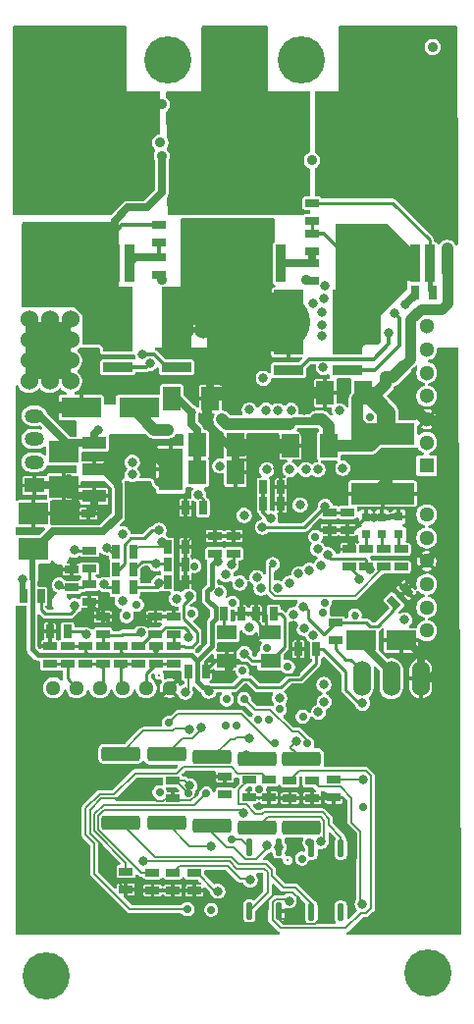
<source format=gbl>
%TF.GenerationSoftware,KiCad,Pcbnew,9.0.1*%
%TF.CreationDate,2025-05-08T23:40:52+03:00*%
%TF.ProjectId,BLDC_4,424c4443-5f34-42e6-9b69-6361645f7063,A*%
%TF.SameCoordinates,Original*%
%TF.FileFunction,Copper,L4,Bot*%
%TF.FilePolarity,Positive*%
%FSLAX46Y46*%
G04 Gerber Fmt 4.6, Leading zero omitted, Abs format (unit mm)*
G04 Created by KiCad (PCBNEW 9.0.1) date 2025-05-08 23:40:52*
%MOMM*%
%LPD*%
G01*
G04 APERTURE LIST*
G04 Aperture macros list*
%AMRoundRect*
0 Rectangle with rounded corners*
0 $1 Rounding radius*
0 $2 $3 $4 $5 $6 $7 $8 $9 X,Y pos of 4 corners*
0 Add a 4 corners polygon primitive as box body*
4,1,4,$2,$3,$4,$5,$6,$7,$8,$9,$2,$3,0*
0 Add four circle primitives for the rounded corners*
1,1,$1+$1,$2,$3*
1,1,$1+$1,$4,$5*
1,1,$1+$1,$6,$7*
1,1,$1+$1,$8,$9*
0 Add four rect primitives between the rounded corners*
20,1,$1+$1,$2,$3,$4,$5,0*
20,1,$1+$1,$4,$5,$6,$7,0*
20,1,$1+$1,$6,$7,$8,$9,0*
20,1,$1+$1,$8,$9,$2,$3,0*%
%AMRotRect*
0 Rectangle, with rotation*
0 The origin of the aperture is its center*
0 $1 length*
0 $2 width*
0 $3 Rotation angle, in degrees counterclockwise*
0 Add horizontal line*
21,1,$1,$2,0,0,$3*%
G04 Aperture macros list end*
%TA.AperFunction,ComponentPad*%
%ADD10C,4.064000*%
%TD*%
%TA.AperFunction,ComponentPad*%
%ADD11O,1.524000X3.048000*%
%TD*%
%TA.AperFunction,ComponentPad*%
%ADD12C,1.300480*%
%TD*%
%TA.AperFunction,ComponentPad*%
%ADD13R,1.699260X1.198880*%
%TD*%
%TA.AperFunction,ComponentPad*%
%ADD14O,1.699260X1.198880*%
%TD*%
%TA.AperFunction,ComponentPad*%
%ADD15R,1.300000X1.300000*%
%TD*%
%TA.AperFunction,ComponentPad*%
%ADD16C,1.300000*%
%TD*%
%TA.AperFunction,SMDPad,CuDef*%
%ADD17R,2.499360X1.950720*%
%TD*%
%TA.AperFunction,SMDPad,CuDef*%
%ADD18R,5.499100X1.849120*%
%TD*%
%TA.AperFunction,SMDPad,CuDef*%
%ADD19R,0.797560X0.797560*%
%TD*%
%TA.AperFunction,SMDPad,CuDef*%
%ADD20R,4.000000X5.000000*%
%TD*%
%TA.AperFunction,SMDPad,CuDef*%
%ADD21R,2.540000X5.588000*%
%TD*%
%TA.AperFunction,SMDPad,CuDef*%
%ADD22R,2.540000X0.889000*%
%TD*%
%TA.AperFunction,SMDPad,CuDef*%
%ADD23R,1.800860X1.198880*%
%TD*%
%TA.AperFunction,SMDPad,CuDef*%
%ADD24R,2.540000X1.699260*%
%TD*%
%TA.AperFunction,SMDPad,CuDef*%
%ADD25R,10.800080X8.150860*%
%TD*%
%TA.AperFunction,SMDPad,CuDef*%
%ADD26R,0.899160X3.200400*%
%TD*%
%TA.AperFunction,SMDPad,CuDef*%
%ADD27R,1.143000X0.635000*%
%TD*%
%TA.AperFunction,SMDPad,CuDef*%
%ADD28RotRect,0.635000X1.143000X225.000000*%
%TD*%
%TA.AperFunction,SMDPad,CuDef*%
%ADD29R,1.524000X2.032000*%
%TD*%
%TA.AperFunction,SMDPad,CuDef*%
%ADD30R,0.635000X1.143000*%
%TD*%
%TA.AperFunction,SMDPad,CuDef*%
%ADD31R,2.032000X1.016000*%
%TD*%
%TA.AperFunction,SMDPad,CuDef*%
%ADD32R,2.032000X3.657600*%
%TD*%
%TA.AperFunction,SMDPad,CuDef*%
%ADD33R,3.500120X1.800860*%
%TD*%
%TA.AperFunction,SMDPad,CuDef*%
%ADD34RoundRect,0.250000X1.425000X-0.362500X1.425000X0.362500X-1.425000X0.362500X-1.425000X-0.362500X0*%
%TD*%
%TA.AperFunction,SMDPad,CuDef*%
%ADD35RoundRect,0.137500X-0.137500X0.587500X-0.137500X-0.587500X0.137500X-0.587500X0.137500X0.587500X0*%
%TD*%
%TA.AperFunction,ViaPad*%
%ADD36C,0.800000*%
%TD*%
%TA.AperFunction,ViaPad*%
%ADD37C,0.889000*%
%TD*%
%TA.AperFunction,ViaPad*%
%ADD38C,1.524000*%
%TD*%
%TA.AperFunction,ViaPad*%
%ADD39C,0.700000*%
%TD*%
%TA.AperFunction,ViaPad*%
%ADD40C,0.300000*%
%TD*%
%TA.AperFunction,ViaPad*%
%ADD41C,0.685800*%
%TD*%
%TA.AperFunction,Conductor*%
%ADD42C,0.635000*%
%TD*%
%TA.AperFunction,Conductor*%
%ADD43C,0.508000*%
%TD*%
%TA.AperFunction,Conductor*%
%ADD44C,5.080000*%
%TD*%
%TA.AperFunction,Conductor*%
%ADD45C,2.286000*%
%TD*%
%TA.AperFunction,Conductor*%
%ADD46C,0.254000*%
%TD*%
%TA.AperFunction,Conductor*%
%ADD47C,1.270000*%
%TD*%
%TA.AperFunction,Conductor*%
%ADD48C,1.016000*%
%TD*%
%TA.AperFunction,Conductor*%
%ADD49C,0.304800*%
%TD*%
%TA.AperFunction,Conductor*%
%ADD50C,0.889000*%
%TD*%
%TA.AperFunction,Conductor*%
%ADD51C,0.203200*%
%TD*%
%TA.AperFunction,Conductor*%
%ADD52C,0.406400*%
%TD*%
G04 APERTURE END LIST*
D10*
%TO.P,1PIN,1*%
%TO.N,N/C*%
X92000000Y-83000000D03*
%TD*%
%TO.P,1PIN,1*%
%TO.N,N/C*%
X103500000Y-83000000D03*
%TD*%
D11*
%TO.P,K1,1,P1*%
%TO.N,Net-(K1-P1)*%
X108712000Y-136398000D03*
%TO.P,K1,2,PM*%
%TO.N,+5V*%
X111252000Y-136398000D03*
%TO.P,K1,3,P3*%
%TO.N,GND*%
X113792000Y-136398000D03*
%TD*%
D12*
%TO.P,P2,1,1*%
%TO.N,+5V*%
X82098740Y-137200000D03*
%TO.P,P2,2,2*%
%TO.N,/Filters/TEMP_MOTOR*%
X84100260Y-137200000D03*
%TO.P,P2,3,3*%
%TO.N,/Filters/HALL1_IN*%
X86099240Y-137200000D03*
%TO.P,P2,4,4*%
%TO.N,/Filters/HALL2_IN*%
X88100760Y-137200000D03*
%TO.P,P2,5,5*%
%TO.N,/Filters/HALL3_IN*%
X90099740Y-137200000D03*
%TO.P,P2,6,6*%
%TO.N,GND*%
X92101260Y-137200000D03*
%TD*%
%TO.P,P9,1,1*%
%TO.N,VCC*%
X114300000Y-122252740D03*
%TO.P,P9,2,2*%
%TO.N,SWCLK*%
X114300000Y-124254260D03*
%TO.P,P9,3,3*%
%TO.N,GND*%
X114300000Y-126253240D03*
%TO.P,P9,4,4*%
%TO.N,SWDIO*%
X114300000Y-128254760D03*
%TO.P,P9,5,5*%
%TO.N,NRST*%
X114300000Y-130253740D03*
%TO.P,P9,6,6*%
%TO.N,unconnected-(P9-Pad6)*%
X114300000Y-132255260D03*
%TD*%
D13*
%TO.P,P1,1,P1*%
%TO.N,GND*%
X80450000Y-119728280D03*
D14*
%TO.P,P1,2,P2*%
%TO.N,/CAN bus transceiver/CANL*%
X80450000Y-117726760D03*
%TO.P,P1,3,P3*%
%TO.N,/CAN bus transceiver/CANH*%
X80450000Y-115725240D03*
%TO.P,P1,4,P4*%
%TO.N,+5V*%
X80450000Y-113726260D03*
%TD*%
D10*
%TO.P,1PIN,1*%
%TO.N,N/C*%
X114410000Y-161810000D03*
%TD*%
%TO.P,1PIN,1*%
%TO.N,N/C*%
X81450000Y-162040000D03*
%TD*%
D15*
%TO.P,P3,1,P1*%
%TO.N,+5V*%
X114300000Y-118018560D03*
D16*
%TO.P,P3,2,P2*%
%TO.N,VCC*%
X114300000Y-116017040D03*
%TO.P,P3,3,P3*%
%TO.N,GND*%
X114300000Y-114015520D03*
%TO.P,P3,4,P4*%
%TO.N,/SCK_ADC_EXT*%
X114300000Y-112016540D03*
%TO.P,P3,5,P5*%
%TO.N,/TX_SDA*%
X114300000Y-110015020D03*
%TO.P,P3,6,P6*%
%TO.N,/RX_SCL_MOSI*%
X114300000Y-108013500D03*
%TO.P,P3,7,P7*%
%TO.N,/MISO_RX_SCL*%
X114300000Y-106014520D03*
%TD*%
D17*
%TO.P,C39,1*%
%TO.N,VCC*%
X80391000Y-125222000D03*
%TO.P,C39,2*%
%TO.N,GND*%
X80391000Y-122174000D03*
%TD*%
%TO.P,C41,1*%
%TO.N,+5V*%
X83000000Y-116776000D03*
%TO.P,C41,2*%
%TO.N,GND*%
X83000000Y-119824000D03*
%TD*%
D18*
%TO.P,C44,1*%
%TO.N,GND*%
X110490000Y-120431560D03*
%TO.P,C44,2*%
%TO.N,V_SUPPLY*%
X110490000Y-115280440D03*
%TD*%
D19*
%TO.P,D2,1,A*%
%TO.N,Net-(D2-A)*%
X111887000Y-123939300D03*
%TO.P,D2,2,K*%
%TO.N,GND*%
X111887000Y-122440700D03*
%TD*%
%TO.P,D1,1,A*%
%TO.N,Net-(D1-A)*%
X110450000Y-123949300D03*
%TO.P,D1,2,K*%
%TO.N,GND*%
X110450000Y-122450700D03*
%TD*%
%TO.P,D3,1,A*%
%TO.N,Net-(D3-A)*%
X109050000Y-123949300D03*
%TO.P,D3,2,K*%
%TO.N,GND*%
X109050000Y-122450700D03*
%TD*%
D20*
%TO.P,P4,1,1*%
%TO.N,V_SUPPLY*%
X81661000Y-108077000D03*
%TD*%
%TO.P,P5,1,1*%
%TO.N,GND*%
X97536000Y-105664000D03*
%TD*%
D21*
%TO.P,R11,1*%
%TO.N,GND*%
X102362000Y-105664000D03*
%TO.P,R11,2*%
%TO.N,/Mosfet driver/H1_LOW*%
X107442000Y-105664000D03*
D22*
%TO.P,R11,3*%
%TO.N,/Mosfet driver/SH2_B*%
X102362000Y-109791500D03*
%TO.P,R11,4*%
%TO.N,/Mosfet driver/SH2_A*%
X107442000Y-109791500D03*
%TD*%
D23*
%TO.P,X2,1,1*%
%TO.N,Net-(U2-PH0-OSC_IN)*%
X97033080Y-132354320D03*
%TO.P,X2,2,2*%
%TO.N,Net-(U2-PH1-OSC_OUT)*%
X100832920Y-134853680D03*
%TO.P,X2,3,case*%
%TO.N,GND*%
X97033080Y-134853680D03*
X100832920Y-132354320D03*
%TD*%
D21*
%TO.P,R10,1*%
%TO.N,/Mosfet driver/H3_LOW*%
X87630000Y-105410000D03*
%TO.P,R10,2*%
%TO.N,GND*%
X92710000Y-105410000D03*
D22*
%TO.P,R10,3*%
%TO.N,/Mosfet driver/SH1_A*%
X87630000Y-109537500D03*
%TO.P,R10,4*%
%TO.N,/Mosfet driver/SH1_B*%
X92710000Y-109537500D03*
%TD*%
D24*
%TO.P,D5,1,A*%
%TO.N,GND*%
X112092740Y-133096000D03*
%TO.P,D5,2,K*%
%TO.N,+5V*%
X108633260Y-133096000D03*
%TD*%
D25*
%TO.P,Q6,D,D*%
%TO.N,/Mosfet driver/H3_VS*%
X84836000Y-89984580D03*
D26*
%TO.P,Q6,G,G*%
%TO.N,Net-(Q6-PadG)*%
X88646000Y-100586540D03*
%TO.P,Q6,S,S*%
%TO.N,/Mosfet driver/H3_LOW*%
X87376000Y-100586540D03*
X86106000Y-100586540D03*
X83566000Y-100586540D03*
X82296000Y-100586540D03*
X81026000Y-100586540D03*
%TD*%
D25*
%TO.P,Q2,D,D*%
%TO.N,/Mosfet driver/H1_VS*%
X110744000Y-89984580D03*
D26*
%TO.P,Q2,G,G*%
%TO.N,Net-(Q2-PadG)*%
X114554000Y-100586540D03*
%TO.P,Q2,S,S*%
%TO.N,/Mosfet driver/H1_LOW*%
X113284000Y-100586540D03*
X112014000Y-100586540D03*
X109474000Y-100586540D03*
X108204000Y-100586540D03*
X106934000Y-100586540D03*
%TD*%
D25*
%TO.P,Q4,D,D*%
%TO.N,/Mosfet driver/H2_VS*%
X97917000Y-89984580D03*
D26*
%TO.P,Q4,G,G*%
%TO.N,Net-(Q4-PadG)*%
X101727000Y-100586540D03*
%TO.P,Q4,S,S*%
%TO.N,GND*%
X100457000Y-100586540D03*
X99187000Y-100586540D03*
X96647000Y-100586540D03*
X95377000Y-100586540D03*
X94107000Y-100586540D03*
%TD*%
D27*
%TO.P,C1,1*%
%TO.N,GND*%
X83693000Y-127000000D03*
%TO.P,C1,2*%
%TO.N,/MCU/AN_IN*%
X83693000Y-128524000D03*
%TD*%
D28*
%TO.P,C2,1*%
%TO.N,GND*%
X112552815Y-128747185D03*
%TO.P,C2,2*%
%TO.N,/MCU/SERVO*%
X111475185Y-129824815D03*
%TD*%
D27*
%TO.P,C4,1*%
%TO.N,GND*%
X81788000Y-133604000D03*
%TO.P,C4,2*%
%TO.N,/Filters/TEMP_MOTOR*%
X81788000Y-135128000D03*
%TD*%
%TO.P,C5,1*%
%TO.N,/Filters/HALL3_OUT*%
X92456000Y-132588000D03*
%TO.P,C5,2*%
%TO.N,GND*%
X92456000Y-131064000D03*
%TD*%
%TO.P,C6,1*%
%TO.N,/Filters/HALL2_OUT*%
X90900000Y-132562000D03*
%TO.P,C6,2*%
%TO.N,GND*%
X90900000Y-131038000D03*
%TD*%
%TO.P,C7,1*%
%TO.N,/Filters/HALL1_OUT*%
X86350000Y-132562000D03*
%TO.P,C7,2*%
%TO.N,GND*%
X86350000Y-131038000D03*
%TD*%
D29*
%TO.P,C42,1*%
%TO.N,GND*%
X102549000Y-116300000D03*
%TO.P,C42,2*%
%TO.N,V_SUPPLY*%
X105851000Y-116300000D03*
%TD*%
D27*
%TO.P,C20,1*%
%TO.N,GND*%
X96012000Y-124079000D03*
%TO.P,C20,2*%
%TO.N,VCC*%
X96012000Y-125603000D03*
%TD*%
D30*
%TO.P,C9,1*%
%TO.N,Net-(U2-PH0-OSC_IN)*%
X96774000Y-130810000D03*
%TO.P,C9,2*%
%TO.N,GND*%
X98298000Y-130810000D03*
%TD*%
D27*
%TO.P,C10,1*%
%TO.N,Net-(U2-VCAP1)*%
X107600000Y-126762000D03*
%TO.P,C10,2*%
%TO.N,GND*%
X107600000Y-125238000D03*
%TD*%
%TO.P,C11,1*%
%TO.N,Net-(U2-VCAP2)*%
X97663000Y-125603000D03*
%TO.P,C11,2*%
%TO.N,GND*%
X97663000Y-124079000D03*
%TD*%
D30*
%TO.P,C22,1*%
%TO.N,Net-(U3-GVDD)*%
X100203000Y-121285000D03*
%TO.P,C22,2*%
%TO.N,GND*%
X101727000Y-121285000D03*
%TD*%
D27*
%TO.P,C25,1*%
%TO.N,GND*%
X105918000Y-123571000D03*
%TO.P,C25,2*%
%TO.N,Net-(U3-DVDD)*%
X105918000Y-122047000D03*
%TD*%
%TO.P,C38,1*%
%TO.N,VCC*%
X85090000Y-123698000D03*
%TO.P,C38,2*%
%TO.N,GND*%
X85090000Y-122174000D03*
%TD*%
D30*
%TO.P,C12,1*%
%TO.N,GND*%
X103251000Y-133858000D03*
%TO.P,C12,2*%
%TO.N,VCC*%
X104775000Y-133858000D03*
%TD*%
%TO.P,C13,1*%
%TO.N,GND*%
X95250000Y-135763000D03*
%TO.P,C13,2*%
%TO.N,NRST*%
X93726000Y-135763000D03*
%TD*%
%TO.P,C15,1*%
%TO.N,Net-(U2-PH1-OSC_OUT)*%
X101092000Y-130810000D03*
%TO.P,C15,2*%
%TO.N,GND*%
X99568000Y-130810000D03*
%TD*%
D29*
%TO.P,C43,1*%
%TO.N,GND*%
X105537000Y-111760000D03*
%TO.P,C43,2*%
%TO.N,V_SUPPLY*%
X108839000Y-111760000D03*
%TD*%
%TO.P,C29,1*%
%TO.N,V_SUPPLY*%
X92329000Y-112268000D03*
%TO.P,C29,2*%
%TO.N,GND*%
X95631000Y-112268000D03*
%TD*%
%TO.P,C30,1*%
%TO.N,V_SUPPLY*%
X94488000Y-116205000D03*
%TO.P,C30,2*%
%TO.N,GND*%
X97790000Y-116205000D03*
%TD*%
%TO.P,C31,1*%
%TO.N,V_SUPPLY*%
X94488000Y-118618000D03*
%TO.P,C31,2*%
%TO.N,GND*%
X97790000Y-118618000D03*
%TD*%
D27*
%TO.P,C24,1*%
%TO.N,GND*%
X107442000Y-123571000D03*
%TO.P,C24,2*%
%TO.N,Net-(U3-DVDD)*%
X107442000Y-122047000D03*
%TD*%
%TO.P,R1,1*%
%TO.N,V_SUPPLY*%
X85200000Y-125338000D03*
%TO.P,R1,2*%
%TO.N,/MCU/AN_IN*%
X85200000Y-126862000D03*
%TD*%
%TO.P,R2,1*%
%TO.N,GND*%
X85200000Y-129762000D03*
%TO.P,R2,2*%
%TO.N,/MCU/AN_IN*%
X85200000Y-128238000D03*
%TD*%
%TO.P,R9,1*%
%TO.N,/MCU/SERVO*%
X106426000Y-131572000D03*
%TO.P,R9,2*%
%TO.N,Net-(K1-P1)*%
X106426000Y-133096000D03*
%TD*%
D30*
%TO.P,R3,1*%
%TO.N,Net-(R3-Pad1)*%
X81012000Y-129300000D03*
%TO.P,R3,2*%
%TO.N,+5V*%
X79488000Y-129300000D03*
%TD*%
D27*
%TO.P,R14,1*%
%TO.N,/Filters/TEMP_MOTOR*%
X83312000Y-135128000D03*
%TO.P,R14,2*%
%TO.N,VCC*%
X83312000Y-133604000D03*
%TD*%
%TO.P,R20,1*%
%TO.N,/Filters/HALL1_IN*%
X86360000Y-135128000D03*
%TO.P,R20,2*%
%TO.N,/Filters/HALL1_OUT*%
X86360000Y-133604000D03*
%TD*%
%TO.P,R19,1*%
%TO.N,/Filters/HALL2_IN*%
X89408000Y-135128000D03*
%TO.P,R19,2*%
%TO.N,/Filters/HALL2_OUT*%
X89408000Y-133604000D03*
%TD*%
%TO.P,R18,1*%
%TO.N,/Filters/HALL3_IN*%
X92456000Y-135128000D03*
%TO.P,R18,2*%
%TO.N,/Filters/HALL3_OUT*%
X92456000Y-133604000D03*
%TD*%
%TO.P,R15,1*%
%TO.N,/Filters/HALL3_IN*%
X90932000Y-135128000D03*
%TO.P,R15,2*%
%TO.N,VCC*%
X90932000Y-133604000D03*
%TD*%
%TO.P,R16,1*%
%TO.N,/Filters/HALL2_IN*%
X87884000Y-135128000D03*
%TO.P,R16,2*%
%TO.N,VCC*%
X87884000Y-133604000D03*
%TD*%
%TO.P,R17,1*%
%TO.N,/Filters/HALL1_IN*%
X84836000Y-135128000D03*
%TO.P,R17,2*%
%TO.N,VCC*%
X84836000Y-133604000D03*
%TD*%
D30*
%TO.P,R27,1*%
%TO.N,GND*%
X93472000Y-121666000D03*
%TO.P,R27,2*%
%TO.N,Net-(U3-RT_CLK)*%
X94996000Y-121666000D03*
%TD*%
D27*
%TO.P,R8,1*%
%TO.N,Net-(D3-A)*%
X109100000Y-125238000D03*
%TO.P,R8,2*%
%TO.N,VCC*%
X109100000Y-126762000D03*
%TD*%
D30*
%TO.P,R33,1*%
%TO.N,/Mosfet driver/H3_VS*%
X87503000Y-128524000D03*
%TO.P,R33,2*%
%TO.N,/MCU/SENS1*%
X89027000Y-128524000D03*
%TD*%
%TO.P,R34,1*%
%TO.N,GND*%
X93462000Y-128050000D03*
%TO.P,R34,2*%
%TO.N,/MCU/SENS1*%
X91938000Y-128050000D03*
%TD*%
%TO.P,R35,1*%
%TO.N,/Mosfet driver/H2_VS*%
X87503000Y-127000000D03*
%TO.P,R35,2*%
%TO.N,/MCU/SENS2*%
X89027000Y-127000000D03*
%TD*%
%TO.P,R36,1*%
%TO.N,GND*%
X93462000Y-126550000D03*
%TO.P,R36,2*%
%TO.N,/MCU/SENS2*%
X91938000Y-126550000D03*
%TD*%
%TO.P,R40,1*%
%TO.N,Net-(Q2-PadG)*%
X114808000Y-103124000D03*
%TO.P,R40,2*%
%TO.N,/Mosfet driver/M_L1*%
X113284000Y-103124000D03*
%TD*%
D27*
%TO.P,R41,1*%
%TO.N,/Mosfet driver/H1_LOW*%
X104394000Y-96901000D03*
%TO.P,R41,2*%
%TO.N,Net-(Q2-PadG)*%
X104394000Y-95377000D03*
%TD*%
D30*
%TO.P,R37,1*%
%TO.N,/Mosfet driver/H1_VS*%
X87488000Y-125450000D03*
%TO.P,R37,2*%
%TO.N,/MCU/SENS3*%
X89012000Y-125450000D03*
%TD*%
%TO.P,R38,1*%
%TO.N,GND*%
X93462000Y-125050000D03*
%TO.P,R38,2*%
%TO.N,/MCU/SENS3*%
X91938000Y-125050000D03*
%TD*%
D27*
%TO.P,R43,1*%
%TO.N,Net-(Q4-PadG)*%
X104394000Y-100584000D03*
%TO.P,R43,2*%
%TO.N,/Mosfet driver/M_L2*%
X104394000Y-102108000D03*
%TD*%
%TO.P,R44,1*%
%TO.N,/Mosfet driver/H1_LOW*%
X104394000Y-98044000D03*
%TO.P,R44,2*%
%TO.N,Net-(Q4-PadG)*%
X104394000Y-99568000D03*
%TD*%
%TO.P,R7,1*%
%TO.N,Net-(D2-A)*%
X112100000Y-125238000D03*
%TO.P,R7,2*%
%TO.N,/MCU/LED_GREEN*%
X112100000Y-126762000D03*
%TD*%
%TO.P,R6,1*%
%TO.N,Net-(D1-A)*%
X110600000Y-125238000D03*
%TO.P,R6,2*%
%TO.N,/MCU/LED_RED*%
X110600000Y-126762000D03*
%TD*%
%TO.P,R46,1*%
%TO.N,Net-(Q6-PadG)*%
X91186000Y-100076000D03*
%TO.P,R46,2*%
%TO.N,/Mosfet driver/M_L3*%
X91186000Y-101600000D03*
%TD*%
%TO.P,R47,1*%
%TO.N,/Mosfet driver/H3_LOW*%
X91186000Y-97282000D03*
%TO.P,R47,2*%
%TO.N,Net-(Q6-PadG)*%
X91186000Y-98806000D03*
%TD*%
D30*
%TO.P,R13,1*%
%TO.N,Net-(U1-Rs)*%
X83312000Y-132334000D03*
%TO.P,R13,2*%
%TO.N,GND*%
X81788000Y-132334000D03*
%TD*%
D31*
%TO.P,U4,1,GND*%
%TO.N,GND*%
X85598000Y-120650000D03*
%TO.P,U4,2,VO*%
%TO.N,VCC*%
X85598000Y-118364000D03*
D32*
X92202000Y-118364000D03*
D31*
%TO.P,U4,3,VI*%
%TO.N,+5V*%
X85598000Y-116078000D03*
%TD*%
D33*
%TO.P,D4,1,A*%
%TO.N,GND*%
X84495640Y-113030000D03*
%TO.P,D4,2,K*%
%TO.N,Net-(D4-K)*%
X89494360Y-113030000D03*
%TD*%
D30*
%TO.P,C21,1*%
%TO.N,Net-(U3-GVDD)*%
X100203000Y-119888000D03*
%TO.P,C21,2*%
%TO.N,GND*%
X101727000Y-119888000D03*
%TD*%
D27*
%TO.P,R65,1*%
%TO.N,Net-(R65-Pad1)*%
X106301900Y-145127900D03*
%TO.P,R65,2*%
%TO.N,GND*%
X106301900Y-146651900D03*
%TD*%
%TO.P,R64,1*%
%TO.N,Net-(R64-Pad1)*%
X104421900Y-145177900D03*
%TO.P,R64,2*%
%TO.N,GND*%
X104421900Y-146701900D03*
%TD*%
D34*
%TO.P,R68,1*%
%TO.N,Net-(R68-Pad1)*%
X91851900Y-148852900D03*
%TO.P,R68,2*%
%TO.N,/Battery voltage control/Cell4*%
X91851900Y-142927900D03*
%TD*%
D27*
%TO.P,R62,1*%
%TO.N,Net-(R62-Pad1)*%
X100701900Y-145127900D03*
%TO.P,R62,2*%
%TO.N,GND*%
X100701900Y-146651900D03*
%TD*%
%TO.P,R61,1*%
%TO.N,Net-(R61-Pad1)*%
X98951900Y-145127900D03*
%TO.P,R61,2*%
%TO.N,GND*%
X98951900Y-146651900D03*
%TD*%
%TO.P,R63,1*%
%TO.N,Net-(R63-Pad1)*%
X102501900Y-145177900D03*
%TO.P,R63,2*%
%TO.N,GND*%
X102501900Y-146701900D03*
%TD*%
D34*
%TO.P,R69,1*%
%TO.N,Net-(R69-Pad1)*%
X95801900Y-149052900D03*
%TO.P,R69,2*%
%TO.N,/Battery voltage control/Cell3*%
X95801900Y-143127900D03*
%TD*%
%TO.P,R70,1*%
%TO.N,Net-(R70-Pad1)*%
X99701900Y-149202900D03*
%TO.P,R70,2*%
%TO.N,/Battery voltage control/Cell2*%
X99701900Y-143277900D03*
%TD*%
D27*
%TO.P,R56,1*%
%TO.N,/Battery voltage control/Cell4_ADC*%
X88351900Y-153027900D03*
%TO.P,R56,2*%
%TO.N,GND*%
X88351900Y-154551900D03*
%TD*%
%TO.P,R57,1*%
%TO.N,/Battery voltage control/Cell3_ADC*%
X96901900Y-146351900D03*
%TO.P,R57,2*%
%TO.N,GND*%
X96901900Y-144827900D03*
%TD*%
%TO.P,R60,1*%
%TO.N,Net-(R60-Pad1)*%
X92401900Y-153127900D03*
%TO.P,R60,2*%
%TO.N,GND*%
X92401900Y-154651900D03*
%TD*%
%TO.P,R59,1*%
%TO.N,/Battery voltage control/Cell1_ADC*%
X94251900Y-153165900D03*
%TO.P,R59,2*%
%TO.N,GND*%
X94251900Y-154689900D03*
%TD*%
D35*
%TO.P,U12,1*%
%TO.N,/Battery voltage control/Cell5_control*%
X104361900Y-151027900D03*
%TO.P,U12,2*%
%TO.N,Net-(R61-Pad1)*%
X106901900Y-151027900D03*
%TO.P,U12,3*%
%TO.N,/Battery voltage control/Cell6*%
X106901900Y-156527900D03*
%TO.P,U12,4*%
%TO.N,Net-(R67-Pad1)*%
X104361900Y-156527900D03*
%TD*%
D27*
%TO.P,R58,1*%
%TO.N,/Battery voltage control/Cell2_ADC*%
X90651900Y-153115900D03*
%TO.P,R58,2*%
%TO.N,GND*%
X90651900Y-154639900D03*
%TD*%
D34*
%TO.P,R67,1*%
%TO.N,Net-(R67-Pad1)*%
X87901900Y-148802900D03*
%TO.P,R67,2*%
%TO.N,/Battery voltage control/Cell5*%
X87901900Y-142877900D03*
%TD*%
D27*
%TO.P,R55,1*%
%TO.N,/Battery voltage control/Cell5_ADC*%
X92401900Y-145177900D03*
%TO.P,R55,2*%
%TO.N,GND*%
X92401900Y-146701900D03*
%TD*%
D34*
%TO.P,R71,1*%
%TO.N,Net-(R71-Pad1)*%
X103501900Y-149202900D03*
%TO.P,R71,2*%
%TO.N,/Battery voltage control/Cell1*%
X103501900Y-143277900D03*
%TD*%
D35*
%TO.P,U11,1*%
%TO.N,/Battery voltage control/Cell6_control*%
X99011900Y-150927900D03*
%TO.P,U11,2*%
%TO.N,Net-(R60-Pad1)*%
X101551900Y-150927900D03*
%TO.P,U11,3*%
%TO.N,GND*%
X101551900Y-156427900D03*
%TO.P,U11,4*%
%TO.N,Net-(R66-Pad1)*%
X99011900Y-156427900D03*
%TD*%
D36*
%TO.N,+5V*%
X79400000Y-127800000D03*
X88900000Y-117729000D03*
X85979000Y-114935000D03*
X88900000Y-118800000D03*
%TO.N,GND*%
X110871000Y-119380000D03*
X90255293Y-131671345D03*
X99314000Y-117475000D03*
D37*
X90551000Y-110490012D03*
D36*
X86300000Y-126200000D03*
X97028000Y-123063000D03*
X93058646Y-128512644D03*
X101473000Y-118237000D03*
X84928238Y-131104499D03*
D38*
X93472000Y-103251000D03*
X94996000Y-103251000D03*
D36*
X107817006Y-124617006D03*
D39*
X105499266Y-146501515D03*
X86251900Y-152327900D03*
D36*
X109782385Y-122455968D03*
D38*
X94996000Y-106299000D03*
X93472000Y-106299000D03*
D36*
X97293074Y-135397475D03*
X91823218Y-122684218D03*
X80600000Y-121900000D03*
X110871000Y-118364000D03*
X98552000Y-116840000D03*
D38*
X94996000Y-104775000D03*
D36*
X81800000Y-112800000D03*
X87640000Y-131790000D03*
X103759000Y-115189000D03*
D38*
X93472000Y-104775000D03*
D36*
X102793800Y-131826000D03*
X103709331Y-113221584D03*
D40*
X92101260Y-137200000D03*
D36*
X90072228Y-127048237D03*
%TO.N,NRST*%
X93472000Y-137541000D03*
X99015248Y-131987435D03*
%TO.N,/Filters/TEMP_MOTOR*%
X103708200Y-132054600D03*
%TO.N,Net-(U2-PH0-OSC_IN)*%
X97385541Y-132503967D03*
%TO.N,Net-(U2-VCAP1)*%
X108516624Y-127840502D03*
%TO.N,Net-(U2-VCAP2)*%
X97438256Y-126582375D03*
%TO.N,Net-(U2-PH1-OSC_OUT)*%
X98582646Y-134220709D03*
%TO.N,Net-(U3-GVDD)*%
X100831698Y-122555000D03*
%TO.N,Net-(U3-DVDD)*%
X105537000Y-121539000D03*
X100132231Y-123334253D03*
%TO.N,Net-(D4-K)*%
X91948000Y-114935000D03*
X90805000Y-114935000D03*
D39*
%TO.N,/Battery voltage control/Cell6_ADC*%
X105360000Y-130670000D03*
X98385435Y-135667043D03*
X91247902Y-146187902D03*
%TO.N,/Battery voltage control/Cell5_ADC*%
X93704900Y-146258780D03*
D36*
X93870000Y-145630082D03*
D41*
X108100900Y-130924300D03*
D39*
%TO.N,/Battery voltage control/Cell4_ADC*%
X101637082Y-139027428D03*
X95251900Y-146277900D03*
%TO.N,/Battery voltage control/Cell3_ADC*%
X97867644Y-140466893D03*
X96904900Y-146358780D03*
X102333352Y-135379753D03*
%TO.N,/Battery voltage control/Cell2_ADC*%
X99750192Y-139911600D03*
D36*
X98504900Y-148001400D03*
D39*
%TO.N,/Battery voltage control/Cell1_ADC*%
X100556964Y-133728643D03*
X99867179Y-145909293D03*
D36*
X96267824Y-154724900D03*
D39*
X100699065Y-139957915D03*
D36*
%TO.N,SWCLK*%
X96972825Y-127435584D03*
%TO.N,SWDIO*%
X98171000Y-128143000D03*
%TO.N,VCC*%
X112394988Y-131318000D03*
X109373881Y-127003813D03*
X91200000Y-119400000D03*
X96277048Y-126260110D03*
X105798733Y-125707587D03*
X95495770Y-137468694D03*
X92714836Y-129504762D03*
X108760000Y-138500000D03*
X98552000Y-122301000D03*
D38*
%TO.N,V_SUPPLY*%
X80010000Y-110744000D03*
X83566000Y-107188000D03*
X81788000Y-110744000D03*
D36*
X116100000Y-101300000D03*
D38*
X81788000Y-107188000D03*
D36*
X111125000Y-113411000D03*
X96647000Y-114046000D03*
D38*
X81788000Y-108966000D03*
D36*
X116078000Y-100330000D03*
D38*
X81788000Y-105410000D03*
X80010000Y-108966000D03*
X83566000Y-108966000D03*
X80010000Y-107188000D03*
X83566000Y-110744000D03*
X83566000Y-105410000D03*
D36*
X83900000Y-125300000D03*
D38*
X80010000Y-105410000D03*
D36*
X93980000Y-113411000D03*
X110727510Y-110370332D03*
X116078000Y-99314000D03*
%TO.N,/MCU/AN_IN*%
X82600000Y-128300000D03*
X101600000Y-138085820D03*
%TO.N,/MCU/SERVO*%
X103653605Y-130223083D03*
D38*
%TO.N,/Mosfet driver/H1_VS*%
X110744000Y-86868000D03*
X112522000Y-86868000D03*
X110744000Y-88646000D03*
X106934000Y-90424000D03*
X106934000Y-86868000D03*
X112522000Y-88646000D03*
X108966000Y-88646000D03*
X111252000Y-81534000D03*
X108966000Y-90424000D03*
D36*
X100203000Y-110490012D03*
D38*
X112522000Y-90424000D03*
X106934000Y-88646000D03*
X108966000Y-86868000D03*
X109474000Y-81534000D03*
D36*
X86741000Y-125095000D03*
D38*
X107696000Y-81534000D03*
X110744000Y-90424000D03*
%TO.N,/Mosfet driver/H2_VS*%
X95758000Y-90678000D03*
X96139000Y-81534000D03*
X93980000Y-88900000D03*
X97790000Y-87122000D03*
X99822000Y-90678000D03*
D36*
X105410000Y-103632000D03*
D38*
X95758000Y-87122000D03*
X97790000Y-81534000D03*
X93980000Y-87122000D03*
X97790000Y-90678000D03*
X93980000Y-90678000D03*
X99441000Y-81534000D03*
D36*
X91200000Y-123600000D03*
D38*
X95758000Y-88900000D03*
X99822000Y-87122000D03*
X99822000Y-88900000D03*
X97790000Y-88900000D03*
%TO.N,/Mosfet driver/H3_VS*%
X82804000Y-89154000D03*
X86868000Y-81534000D03*
X86360000Y-90932000D03*
X81026000Y-90932000D03*
X84582000Y-87122000D03*
D36*
X104500000Y-104000266D03*
D38*
X86360000Y-87122000D03*
X83312000Y-81534000D03*
X85090000Y-81534000D03*
X81026000Y-87122000D03*
X82804000Y-87122000D03*
D36*
X86500000Y-128267478D03*
D38*
X84582000Y-90932000D03*
X81026000Y-89154000D03*
X82804000Y-90932000D03*
D37*
X91440000Y-86868000D03*
D38*
X84582000Y-89154000D03*
X86360000Y-89154000D03*
D36*
%TO.N,/Mosfet driver/H1_LOW*%
X101473000Y-113284000D03*
D37*
X108003411Y-103725057D03*
D36*
%TO.N,/Mosfet driver/H3_LOW*%
X105291353Y-106846343D03*
D37*
X91440000Y-91313000D03*
D36*
%TO.N,/MCU/SENS1*%
X91184077Y-128134077D03*
X105467087Y-138372907D03*
%TO.N,/MCU/SENS2*%
X90932000Y-126492000D03*
X105425200Y-136897946D03*
%TO.N,/Mosfet driver/M_H1*%
X99012291Y-113211397D03*
D37*
X114808000Y-81915000D03*
D36*
%TO.N,/Mosfet driver/M_L1*%
X100441730Y-113235361D03*
X112483130Y-104116822D03*
%TO.N,/MCU/SENS3*%
X91440000Y-124587000D03*
X104961201Y-139293007D03*
%TO.N,/Mosfet driver/M_H2*%
X105537509Y-102507217D03*
D37*
X104394000Y-91694000D03*
D36*
%TO.N,/Mosfet driver/M_L2*%
X102596601Y-113245201D03*
D37*
X103937763Y-101968280D03*
%TO.N,/Mosfet driver/M_H3*%
X91313000Y-90170000D03*
D36*
X106770000Y-113293617D03*
D37*
%TO.N,/Mosfet driver/M_L3*%
X91440000Y-101981000D03*
D36*
X105383273Y-109569220D03*
%TO.N,/Mosfet driver/SH1_A*%
X90424000Y-109220000D03*
X105264351Y-105868904D03*
%TO.N,/Mosfet driver/SH1_B*%
X105266323Y-104825601D03*
X89789000Y-108458000D03*
%TO.N,/Mosfet driver/SH2_A*%
X111506000Y-104902000D03*
%TO.N,/Mosfet driver/SH2_B*%
X111029780Y-106546698D03*
%TO.N,/MCU/DC_CAL*%
X104885226Y-125189889D03*
X100505015Y-118375283D03*
%TO.N,/MCU/L3*%
X105210834Y-126622117D03*
X107061000Y-118237000D03*
%TO.N,/MCU/L2*%
X104190698Y-127018680D03*
X104902000Y-118364000D03*
%TO.N,/MCU/L1*%
X103885996Y-118364000D03*
X103266363Y-127350000D03*
%TO.N,/MCU/EN_GATE*%
X100006200Y-128585200D03*
X102489000Y-118364000D03*
%TO.N,/MCU/FAULT*%
X96450000Y-118050000D03*
X96387682Y-128943613D03*
%TO.N,/MCU/H1*%
X103378000Y-121412000D03*
X99634514Y-127680795D03*
%TO.N,/Filters/HALL3_OUT*%
X93801518Y-129271128D03*
%TO.N,/Filters/HALL2_OUT*%
X93741447Y-132845136D03*
%TO.N,/Filters/HALL1_OUT*%
X89648484Y-132402294D03*
%TO.N,/CAN bus transceiver/CANH*%
X88042352Y-129706470D03*
X88100000Y-123900000D03*
D41*
%TO.N,/MCU/LED_RED*%
X101029900Y-126505691D03*
D36*
%TO.N,/Battery voltage control/Cell5*%
X93795470Y-140789667D03*
%TO.N,/Battery voltage control/Cell2*%
X98720600Y-143377900D03*
X98704898Y-142959790D03*
%TO.N,/Battery voltage control/Cell4*%
X94829376Y-140567700D03*
%TO.N,/Battery voltage control/Cell1*%
X103039398Y-141809309D03*
%TO.N,/Battery voltage control/Cell3*%
X98978021Y-141579191D03*
%TO.N,/MISO_RX_SCL*%
X102834900Y-130880823D03*
%TO.N,/SCK_ADC_EXT*%
X104526068Y-132637441D03*
%TO.N,/TX_SDA*%
X102489000Y-128156220D03*
D39*
%TO.N,/RX_SCL_MOSI*%
X104705046Y-124163198D03*
X109390000Y-113855878D03*
D36*
X101473000Y-128578582D03*
%TO.N,Net-(R3-Pad1)*%
X83900000Y-130100000D03*
%TO.N,Net-(U1-Rs)*%
X84900000Y-132600000D03*
%TO.N,Net-(U3-RT_CLK)*%
X94615000Y-120523000D03*
%TO.N,Net-(R60-Pad1)*%
X101558400Y-150948347D03*
X99080785Y-153749015D03*
D39*
%TO.N,Net-(R62-Pad1)*%
X93651900Y-156277900D03*
D36*
%TO.N,Net-(R63-Pad1)*%
X102426491Y-155555751D03*
%TO.N,Net-(R64-Pad1)*%
X108745674Y-155854503D03*
%TO.N,Net-(R65-Pad1)*%
X108778282Y-145051526D03*
%TO.N,Net-(R66-Pad1)*%
X89851900Y-152127900D03*
%TO.N,Net-(R68-Pad1)*%
X95711900Y-150827900D03*
%TO.N,Net-(R69-Pad1)*%
X100518262Y-150804758D03*
%TO.N,Net-(R70-Pad1)*%
X105189098Y-150408478D03*
%TO.N,Net-(R71-Pad1)*%
X103501900Y-149202900D03*
D39*
%TO.N,/Battery voltage control/Cell3_control*%
X94279502Y-126680000D03*
D40*
X91230000Y-136080000D03*
D39*
X101200000Y-142000000D03*
X92060000Y-140200000D03*
X88400000Y-130990000D03*
D40*
X102310000Y-152060000D03*
D39*
%TO.N,/Battery voltage control/Cell1_control*%
X108801900Y-147467900D03*
X89296551Y-130028687D03*
X103615525Y-139675525D03*
X94005400Y-130759200D03*
%TO.N,/Battery voltage control/Cell2_control*%
X103545555Y-151910390D03*
X97551906Y-129853756D03*
%TO.N,/Battery voltage control/Cell4_control*%
X105480000Y-129890000D03*
X95711900Y-156327900D03*
%TO.N,/Battery voltage control/Cell5_control*%
X104200000Y-150550000D03*
X104000000Y-142000000D03*
X98544593Y-138154421D03*
%TO.N,/Battery voltage control/Cell6_control*%
X97476900Y-150230000D03*
X96920000Y-140400000D03*
X97037693Y-138182115D03*
%TD*%
D42*
%TO.N,+5V*%
X85598000Y-115316000D02*
X85979000Y-114935000D01*
D43*
X79450000Y-129262000D02*
X79400000Y-127800000D01*
D42*
X83698000Y-116078000D02*
X83000000Y-116776000D01*
X80926260Y-113726260D02*
X83000000Y-115800000D01*
X83000000Y-115800000D02*
X83000000Y-116776000D01*
X108633260Y-133271260D02*
X111252000Y-135890000D01*
X111252000Y-135890000D02*
X111252000Y-136398000D01*
D43*
X79488000Y-129300000D02*
X79450000Y-129262000D01*
D42*
X80450000Y-113726260D02*
X80926260Y-113726260D01*
X108633260Y-133096000D02*
X108633260Y-133271260D01*
X85598000Y-116078000D02*
X85598000Y-115316000D01*
X85598000Y-116078000D02*
X84709000Y-116078000D01*
X85598000Y-116078000D02*
X82922000Y-116078000D01*
X85598000Y-116078000D02*
X83698000Y-116078000D01*
D44*
%TO.N,GND*%
X97028000Y-104013000D02*
X97536000Y-105664000D01*
X97536000Y-105664000D02*
X101663500Y-105664000D01*
D45*
X99187000Y-104013000D02*
X97536000Y-105664000D01*
D42*
X97917000Y-116205000D02*
X98552000Y-116840000D01*
X114919760Y-114030760D02*
X115697000Y-114808000D01*
X115697000Y-124856240D02*
X114300000Y-126253240D01*
D46*
X112661700Y-122440700D02*
X113030000Y-122809000D01*
X113030000Y-122809000D02*
X113030000Y-124983240D01*
X113030000Y-124983240D02*
X114300000Y-126253240D01*
D42*
X85598000Y-121666000D02*
X85090000Y-122174000D01*
D46*
X97663000Y-123698000D02*
X97028000Y-123063000D01*
X99314000Y-117475000D02*
X97790000Y-117475000D01*
D42*
X97790000Y-117475000D02*
X97790000Y-118618000D01*
D46*
X97155000Y-119253000D02*
X97790000Y-118618000D01*
X95377000Y-100586540D02*
X95374460Y-100584000D01*
X95374460Y-100584000D02*
X95377000Y-100584000D01*
D42*
X115697000Y-114808000D02*
X115697000Y-124856240D01*
D46*
X81661000Y-133477000D02*
X81788000Y-133604000D01*
D47*
X97885000Y-116300000D02*
X97790000Y-116205000D01*
D48*
X98361500Y-106489500D02*
X97536000Y-105664000D01*
D42*
X95631000Y-110744000D02*
X95631000Y-112268000D01*
D48*
X112268000Y-112141000D02*
X114157760Y-114030760D01*
X114157760Y-114030760D02*
X114300000Y-114030760D01*
X96139000Y-111760000D02*
X95631000Y-112268000D01*
X110871000Y-119380000D02*
X110490000Y-119761000D01*
D42*
X85852000Y-113284000D02*
X84495640Y-113284000D01*
X85725000Y-113030000D02*
X84495640Y-113030000D01*
D48*
X82030000Y-113030000D02*
X81800000Y-112800000D01*
D42*
X85598000Y-120650000D02*
X85598000Y-121666000D01*
X83439000Y-120500000D02*
X83439000Y-119126000D01*
D47*
X80600000Y-121900000D02*
X80600000Y-122076000D01*
X80600000Y-122076000D02*
X80550000Y-122126000D01*
D42*
X83826000Y-120650000D02*
X83000000Y-119824000D01*
X82904280Y-119728280D02*
X83000000Y-119824000D01*
D46*
X85200000Y-129888000D02*
X86350000Y-131038000D01*
X92430000Y-131038000D02*
X92456000Y-131064000D01*
D49*
X110440000Y-122460700D02*
X110450000Y-122450700D01*
X107929700Y-123571000D02*
X109050000Y-122450700D01*
D48*
X103124000Y-111760000D02*
X96139000Y-111760000D01*
D46*
X100310000Y-130810000D02*
X100400000Y-130900000D01*
X100400000Y-130900000D02*
X100400000Y-131921400D01*
X100400000Y-131921400D02*
X100832920Y-132354320D01*
X95250000Y-135636000D02*
X96032320Y-134853680D01*
X96032320Y-134853680D02*
X97033080Y-134853680D01*
X112552815Y-128000425D02*
X114300000Y-126253240D01*
D42*
X115697000Y-135255000D02*
X114554000Y-136398000D01*
X114554000Y-136398000D02*
X113792000Y-136398000D01*
X112522000Y-133096000D02*
X113792000Y-134366000D01*
X113792000Y-134366000D02*
X113792000Y-136398000D01*
D46*
X81788000Y-131699000D02*
X82169000Y-131318000D01*
X82169000Y-131318000D02*
X84714737Y-131318000D01*
X84714737Y-131318000D02*
X84928238Y-131104499D01*
X86283501Y-131104499D02*
X86350000Y-131038000D01*
X84994737Y-131038000D02*
X84928238Y-131104499D01*
D48*
X96647000Y-101473000D02*
X99187000Y-104013000D01*
X99187000Y-104013000D02*
X97536000Y-105664000D01*
D50*
X100457000Y-103759000D02*
X102362000Y-105664000D01*
D51*
X94996000Y-103251000D02*
X95123000Y-103286560D01*
X95123000Y-103286560D02*
X95123000Y-102870000D01*
X95250000Y-104775000D02*
X94996000Y-104775000D01*
D42*
X95631000Y-110744000D02*
X95631000Y-110236000D01*
D51*
X90719687Y-146701900D02*
X86228400Y-146701900D01*
X101551900Y-157152899D02*
X101932301Y-157533300D01*
D46*
X98298000Y-130810000D02*
X99568000Y-130810000D01*
X103251000Y-136017000D02*
X99763526Y-136017000D01*
D43*
X95377000Y-104406700D02*
X95135700Y-104648000D01*
D46*
X98761476Y-135014950D02*
X98009394Y-135014950D01*
X87102000Y-131790000D02*
X87640000Y-131790000D01*
X107442000Y-123571000D02*
X105918000Y-123571000D01*
D51*
X105248010Y-156961600D02*
X105527770Y-156961600D01*
D46*
X81788000Y-132334000D02*
X81788000Y-133604000D01*
X99943480Y-131680161D02*
X99073319Y-130810000D01*
D51*
X106301900Y-147840511D02*
X106301900Y-146651900D01*
D46*
X112552815Y-128747185D02*
X112552815Y-128000425D01*
X92841436Y-121666000D02*
X91823218Y-122684218D01*
D51*
X106301900Y-146651900D02*
X106251900Y-146701900D01*
D45*
X99187000Y-100586540D02*
X99187000Y-104013000D01*
D46*
X99073319Y-130810000D02*
X98298000Y-130810000D01*
X97663000Y-124079000D02*
X97663000Y-123698000D01*
D51*
X91580613Y-146981600D02*
X90999387Y-146981600D01*
D46*
X93472000Y-121666000D02*
X92841436Y-121666000D01*
D51*
X90999387Y-146981600D02*
X90719687Y-146701900D01*
X91860313Y-146701900D02*
X91580613Y-146981600D01*
D42*
X97790000Y-116205000D02*
X97790000Y-117475000D01*
D49*
X95631000Y-110744000D02*
X95377012Y-110490012D01*
D51*
X102747039Y-157152899D02*
X101551900Y-157152899D01*
X104421900Y-146701900D02*
X106251900Y-146701900D01*
D42*
X85598000Y-120650000D02*
X83826000Y-120650000D01*
X115697000Y-124856240D02*
X115697000Y-135255000D01*
X95631000Y-112268000D02*
X95250000Y-112649000D01*
D46*
X102860504Y-131892704D02*
X102860504Y-132334862D01*
D50*
X102362000Y-105664000D02*
X102362000Y-104653080D01*
D51*
X102737814Y-154804151D02*
X103381915Y-155448252D01*
X97913300Y-157433300D02*
X99409101Y-157433300D01*
X86228400Y-146701900D02*
X85248700Y-147681600D01*
X93462000Y-124796000D02*
X93462000Y-125050000D01*
X92401900Y-146701900D02*
X91860313Y-146701900D01*
X104676310Y-157533300D02*
X105248010Y-156961600D01*
X102501900Y-146701900D02*
X100751900Y-146701900D01*
D46*
X85200000Y-129762000D02*
X85200000Y-129888000D01*
X103251000Y-133858000D02*
X103251000Y-136017000D01*
D48*
X112268000Y-111633000D02*
X112268000Y-112141000D01*
D49*
X91179617Y-110490012D02*
X90551000Y-110490012D01*
D46*
X93490858Y-128078858D02*
X93490858Y-128100232D01*
D51*
X86251900Y-152451900D02*
X88351900Y-154551900D01*
X94213900Y-154651900D02*
X94251900Y-154689900D01*
D46*
X97363224Y-135301269D02*
X97293074Y-135371419D01*
D51*
X86251900Y-152327900D02*
X86251900Y-152451900D01*
X100614500Y-155505260D02*
X101315609Y-154804151D01*
D49*
X95377012Y-110490012D02*
X91179617Y-110490012D01*
D51*
X95849694Y-144827900D02*
X94307500Y-146370094D01*
X101932301Y-157533300D02*
X104676310Y-157533300D01*
D46*
X90838155Y-131671345D02*
X90255293Y-131671345D01*
X97033080Y-134853680D02*
X97363224Y-135183824D01*
X94107000Y-100586540D02*
X95377000Y-100586540D01*
D51*
X105962300Y-156527070D02*
X105962300Y-153287310D01*
D49*
X101727000Y-119888000D02*
X101727000Y-118491000D01*
D46*
X83601000Y-126838000D02*
X84239000Y-126200000D01*
D51*
X94179000Y-124079000D02*
X93462000Y-124796000D01*
D42*
X112092740Y-133096000D02*
X112522000Y-133096000D01*
D46*
X86350000Y-131038000D02*
X87102000Y-131790000D01*
D49*
X101727000Y-118491000D02*
X101473000Y-118237000D01*
D51*
X94251900Y-154689900D02*
X95169900Y-154689900D01*
D49*
X109782385Y-122455968D02*
X110440000Y-122460700D01*
D48*
X84495640Y-113284000D02*
X84495640Y-113243360D01*
D49*
X101727000Y-121285000D02*
X101727000Y-119888000D01*
D51*
X101315609Y-154804151D02*
X102737814Y-154804151D01*
D43*
X95123000Y-102870000D02*
X95377000Y-104406700D01*
D51*
X96012000Y-124079000D02*
X94179000Y-124079000D01*
D46*
X93462000Y-128050000D02*
X93490858Y-128078858D01*
D42*
X97536000Y-108331000D02*
X97536000Y-105664000D01*
D51*
X92401900Y-154651900D02*
X94213900Y-154651900D01*
D46*
X90810500Y-131699000D02*
X87731000Y-131699000D01*
D51*
X95169900Y-154689900D02*
X97913300Y-157433300D01*
X88351900Y-154551900D02*
X90563900Y-154551900D01*
X96901900Y-144827900D02*
X95849694Y-144827900D01*
D48*
X96647000Y-100586540D02*
X96647000Y-101473000D01*
D51*
X93954506Y-146861380D02*
X92561380Y-146861380D01*
D42*
X107761697Y-125238000D02*
X107817006Y-125182691D01*
D46*
X93472000Y-121666000D02*
X93462000Y-125050000D01*
D42*
X103709331Y-112655899D02*
X103709331Y-113221584D01*
D46*
X98298000Y-130810000D02*
X98298000Y-130252000D01*
X93490858Y-128100232D02*
X93113772Y-128477318D01*
X96012000Y-124079000D02*
X97663000Y-124079000D01*
X93462000Y-126550000D02*
X93462000Y-125050000D01*
D42*
X107600000Y-125238000D02*
X107761697Y-125238000D01*
D51*
X100751900Y-146701900D02*
X100701900Y-146651900D01*
D46*
X102549000Y-116300000D02*
X102549000Y-116201000D01*
D42*
X97536000Y-105664000D02*
X97742290Y-105664000D01*
D46*
X98009394Y-135014950D02*
X97754515Y-134760071D01*
D47*
X102549000Y-116300000D02*
X97885000Y-116300000D01*
D46*
X103251000Y-132725358D02*
X103251000Y-133858000D01*
X90900000Y-131038000D02*
X92430000Y-131038000D01*
X83700000Y-126838000D02*
X83601000Y-126838000D01*
D51*
X100614500Y-156227901D02*
X100614500Y-155505260D01*
X85248700Y-149724200D02*
X86251900Y-150727400D01*
D42*
X103709331Y-112345331D02*
X103709331Y-112655899D01*
D46*
X97363224Y-135183824D02*
X97363224Y-135301269D01*
D51*
X101551900Y-157152899D02*
X101551900Y-156427900D01*
D42*
X95631000Y-110236000D02*
X97536000Y-108331000D01*
X107817006Y-125182691D02*
X107817006Y-124617006D01*
D49*
X109050000Y-122450700D02*
X109782385Y-122455968D01*
D51*
X100701900Y-146651900D02*
X98951900Y-146651900D01*
D46*
X90900000Y-131609500D02*
X90810500Y-131699000D01*
X99580340Y-133070816D02*
X99943480Y-132707676D01*
D50*
X100457000Y-100586540D02*
X100457000Y-103759000D01*
D46*
X93113772Y-128477318D02*
X93093972Y-128477318D01*
X99763526Y-136017000D02*
X98761476Y-135014950D01*
D42*
X97155000Y-116205000D02*
X97790000Y-116205000D01*
D49*
X107442000Y-124242000D02*
X107817006Y-124617006D01*
D42*
X95250000Y-114300000D02*
X97155000Y-116205000D01*
D46*
X81788000Y-131699000D02*
X81788000Y-132334000D01*
X93462000Y-128050000D02*
X93462000Y-126550000D01*
D51*
X85248700Y-147681600D02*
X85248700Y-149724200D01*
X90563900Y-154551900D02*
X90651900Y-154639900D01*
D46*
X97663000Y-124079000D02*
X98044000Y-124079000D01*
D47*
X92832127Y-104607681D02*
X93472000Y-103251000D01*
D51*
X90651900Y-154639900D02*
X92389900Y-154639900D01*
X92389900Y-154639900D02*
X92401900Y-154651900D01*
D48*
X110490000Y-120431560D02*
X110490000Y-119761000D01*
D51*
X108182900Y-149721513D02*
X106301900Y-147840511D01*
X86251900Y-150727400D02*
X86251900Y-152327900D01*
X107654315Y-152414300D02*
X108182900Y-151885715D01*
X103381915Y-155448252D02*
X103381915Y-156518023D01*
D46*
X95250000Y-135763000D02*
X95250000Y-135636000D01*
X97754515Y-133694794D02*
X98378493Y-133070816D01*
D49*
X107442000Y-123571000D02*
X107929700Y-123571000D01*
D46*
X99943480Y-132707676D02*
X99943480Y-131680161D01*
D48*
X105537000Y-111760000D02*
X103124000Y-111760000D01*
D46*
X90900000Y-131038000D02*
X90900000Y-131609500D01*
X87731000Y-131699000D02*
X87640000Y-131790000D01*
X97293074Y-135371419D02*
X97293074Y-135397475D01*
X84239000Y-126200000D02*
X86300000Y-126200000D01*
X86350000Y-131038000D02*
X84994737Y-131038000D01*
X97754515Y-134760071D02*
X97754515Y-133694794D01*
D51*
X94307500Y-146370094D02*
X94307500Y-146508386D01*
D42*
X80450000Y-119728280D02*
X82904280Y-119728280D01*
X103124000Y-111760000D02*
X103709331Y-112345331D01*
D46*
X99568000Y-130810000D02*
X100310000Y-130810000D01*
D48*
X110871000Y-118364000D02*
X110871000Y-119380000D01*
D46*
X98378493Y-133070816D02*
X99580340Y-133070816D01*
D51*
X92561380Y-146861380D02*
X92401900Y-146701900D01*
X103381915Y-156518023D02*
X102747039Y-157152899D01*
D42*
X100457000Y-100586540D02*
X99187000Y-100586540D01*
X114300000Y-114030760D02*
X114919760Y-114030760D01*
D46*
X102860504Y-132334862D02*
X103251000Y-132725358D01*
D51*
X94307500Y-146508386D02*
X93954506Y-146861380D01*
D42*
X97790000Y-116205000D02*
X97917000Y-116205000D01*
D51*
X102501900Y-146701900D02*
X104421900Y-146701900D01*
D46*
X111887000Y-122440700D02*
X112661700Y-122440700D01*
X90900000Y-131609500D02*
X90838155Y-131671345D01*
D48*
X82030000Y-113030000D02*
X84495640Y-113030000D01*
D51*
X94996000Y-103251000D02*
X95250000Y-104775000D01*
X105962300Y-153287310D02*
X106835310Y-152414300D01*
X105527770Y-156961600D02*
X105962300Y-156527070D01*
D49*
X107442000Y-123571000D02*
X107442000Y-124242000D01*
D46*
X102793800Y-131826000D02*
X102860504Y-131892704D01*
X93093972Y-128477318D02*
X93058646Y-128512644D01*
D51*
X108182900Y-151885715D02*
X108182900Y-149721513D01*
X99409101Y-157433300D02*
X100614500Y-156227901D01*
D43*
X110450000Y-122450700D02*
X111887000Y-122440700D01*
D42*
X95250000Y-112649000D02*
X95250000Y-114300000D01*
D51*
X106835310Y-152414300D02*
X107654315Y-152414300D01*
%TO.N,NRST*%
X93472000Y-137541000D02*
X93726000Y-137287000D01*
X93726000Y-137287000D02*
X93726000Y-135763000D01*
D46*
%TO.N,/Filters/TEMP_MOTOR*%
X83312000Y-136411740D02*
X84100260Y-137200000D01*
X83312000Y-135128000D02*
X83312000Y-136411740D01*
X81788000Y-135128000D02*
X83312000Y-135128000D01*
%TO.N,Net-(U2-PH0-OSC_IN)*%
X96774000Y-132095240D02*
X97033080Y-132354320D01*
X96774000Y-130810000D02*
X96774000Y-132095240D01*
X97100225Y-132354320D02*
X97033080Y-132354320D01*
X97385541Y-132503967D02*
X97249872Y-132503967D01*
X97249872Y-132503967D02*
X97100225Y-132354320D01*
%TO.N,Net-(U2-VCAP1)*%
X108516624Y-127678624D02*
X108516624Y-127840502D01*
X107600000Y-126762000D02*
X108516624Y-127678624D01*
%TO.N,Net-(U2-VCAP2)*%
X97663000Y-126357631D02*
X97438256Y-126582375D01*
X97663000Y-125603000D02*
X97663000Y-126357631D01*
%TO.N,Net-(U2-PH1-OSC_OUT)*%
X102011350Y-133675250D02*
X100832920Y-134853680D01*
X100832920Y-134853680D02*
X99215617Y-134853680D01*
X101092000Y-130810000D02*
X101663500Y-130810000D01*
X102011350Y-131157850D02*
X102011350Y-133675250D01*
X99215617Y-134853680D02*
X98582646Y-134220709D01*
X101663500Y-130810000D02*
X102011350Y-131157850D01*
D49*
%TO.N,Net-(U3-GVDD)*%
X100711000Y-122555000D02*
X100203000Y-122047000D01*
X100203000Y-119888000D02*
X100203000Y-121285000D01*
X100203000Y-122047000D02*
X100203000Y-121285000D01*
X100831698Y-122555000D02*
X100711000Y-122555000D01*
D46*
%TO.N,Net-(U3-DVDD)*%
X105537000Y-121539000D02*
X105918000Y-121920000D01*
X105918000Y-121920000D02*
X105918000Y-122047000D01*
X105918000Y-122047000D02*
X107442000Y-122047000D01*
X103741747Y-123334253D02*
X100697916Y-123334253D01*
X105537000Y-121539000D02*
X103741747Y-123334253D01*
X100697916Y-123334253D02*
X100132231Y-123334253D01*
D48*
%TO.N,Net-(D4-K)*%
X89494360Y-113624360D02*
X90805000Y-114935000D01*
X89494360Y-113030000D02*
X89494360Y-113624360D01*
X90805000Y-114935000D02*
X91948000Y-114935000D01*
D51*
%TO.N,/Battery voltage control/Cell5_ADC*%
X92624020Y-145177900D02*
X93704900Y-146258780D01*
X92401900Y-145177900D02*
X92624020Y-145177900D01*
X92401900Y-145177900D02*
X93417818Y-145177900D01*
X93417818Y-145177900D02*
X93870000Y-145630082D01*
D52*
%TO.N,Net-(Q2-PadG)*%
X114554000Y-102870000D02*
X114808000Y-103124000D01*
D46*
X111379000Y-95377000D02*
X114554000Y-98552000D01*
X114554000Y-98552000D02*
X114554000Y-100586540D01*
X104394000Y-95377000D02*
X111379000Y-95377000D01*
D52*
X114554000Y-100586540D02*
X114554000Y-102870000D01*
D42*
%TO.N,Net-(Q4-PadG)*%
X101729540Y-100584000D02*
X101727000Y-100586540D01*
X104394000Y-100584000D02*
X101729540Y-100584000D01*
X104394000Y-99568000D02*
X104394000Y-100584000D01*
%TO.N,Net-(Q6-PadG)*%
X89156540Y-100076000D02*
X88646000Y-100586540D01*
D49*
X91186000Y-98806000D02*
X91186000Y-100076000D01*
D42*
X91186000Y-100076000D02*
X89156540Y-100076000D01*
D51*
%TO.N,/Battery voltage control/Cell4_ADC*%
X94257800Y-147272000D02*
X95251900Y-146277900D01*
X85621100Y-148078988D02*
X86428088Y-147272000D01*
X90790287Y-147272000D02*
X90853087Y-147334800D01*
X91726913Y-147334800D02*
X91789713Y-147272000D01*
X86428088Y-147272000D02*
X90790287Y-147272000D01*
X90853087Y-147334800D02*
X91726913Y-147334800D01*
X88351900Y-153027900D02*
X88351900Y-152260440D01*
X85621100Y-149529640D02*
X85621100Y-148078988D01*
X88351900Y-152260440D02*
X85621100Y-149529640D01*
X91789713Y-147272000D02*
X94257800Y-147272000D01*
%TO.N,/Battery voltage control/Cell2_ADC*%
X85974300Y-149380512D02*
X85974300Y-148225288D01*
X98188280Y-147684780D02*
X98504900Y-148001400D01*
X89709688Y-153115900D02*
X85974300Y-149380512D01*
X91876433Y-147684780D02*
X98188280Y-147684780D01*
X85974300Y-148225288D02*
X86468488Y-147731100D01*
X91830113Y-147731100D02*
X91876433Y-147684780D01*
X90651900Y-153115900D02*
X89709688Y-153115900D01*
X86468488Y-147731100D02*
X91830113Y-147731100D01*
%TO.N,/Battery voltage control/Cell1_ADC*%
X94505900Y-153165900D02*
X96064900Y-154724900D01*
X96064900Y-154724900D02*
X96267824Y-154724900D01*
X94251900Y-153165900D02*
X94505900Y-153165900D01*
D46*
%TO.N,Net-(D1-A)*%
X110450000Y-125088000D02*
X110600000Y-125238000D01*
X110450000Y-123949300D02*
X110450000Y-125088000D01*
%TO.N,VCC*%
X90932000Y-134039000D02*
X90805000Y-134366000D01*
X90805000Y-134366000D02*
X88138000Y-134366000D01*
X88138000Y-134366000D02*
X87884000Y-134112000D01*
X87884000Y-134112000D02*
X87884000Y-133604000D01*
X85090000Y-134366000D02*
X84836000Y-134112000D01*
X84836000Y-134112000D02*
X84836000Y-133604000D01*
D52*
X80264000Y-133858000D02*
X80772000Y-134366000D01*
X80772000Y-134366000D02*
X85090000Y-134366000D01*
X94488000Y-134874000D02*
X93980000Y-134366000D01*
X93980000Y-134366000D02*
X90932000Y-134366000D01*
X90932000Y-134366000D02*
X90805000Y-134366000D01*
D48*
X86536000Y-118364000D02*
X88400000Y-116500000D01*
X90338000Y-116500000D02*
X92202000Y-118364000D01*
D43*
X80264000Y-125460000D02*
X80550000Y-125174000D01*
D42*
X82026000Y-123698000D02*
X80550000Y-125174000D01*
X86364000Y-118364000D02*
X85598000Y-118364000D01*
D48*
X88400000Y-116500000D02*
X90338000Y-116500000D01*
D42*
X92202000Y-118398000D02*
X91200000Y-119400000D01*
X87695500Y-119695500D02*
X86364000Y-118364000D01*
X87695500Y-122362500D02*
X86360000Y-123698000D01*
X86360000Y-123698000D02*
X85090000Y-123698000D01*
D52*
X95778450Y-131542230D02*
X96102300Y-131218380D01*
D46*
X98971382Y-136435960D02*
X98430739Y-136435960D01*
D52*
X94996000Y-137160000D02*
X95397076Y-137160000D01*
D46*
X107288443Y-135947844D02*
X107288443Y-135767695D01*
X105346500Y-133858000D02*
X104775000Y-133858000D01*
X99695422Y-137160000D02*
X98971382Y-136435960D01*
D52*
X96102300Y-131218380D02*
X96102300Y-130285178D01*
D46*
X98430739Y-136435960D02*
X97706699Y-137160000D01*
D52*
X80264000Y-133858000D02*
X80264000Y-127800000D01*
D46*
X108450000Y-138500000D02*
X107300000Y-137350000D01*
X104775000Y-133858000D02*
X104775000Y-135064342D01*
X109100000Y-126762000D02*
X109100000Y-126190500D01*
X96012000Y-126213156D02*
X96058954Y-126260110D01*
D52*
X94488000Y-134874000D02*
X94488000Y-136652000D01*
X95409038Y-137208498D02*
X95495770Y-137295230D01*
D46*
X96058954Y-126260110D02*
X96277048Y-126260110D01*
X90932000Y-133404000D02*
X90932000Y-134039000D01*
X108760000Y-138500000D02*
X108450000Y-138500000D01*
D52*
X95397076Y-137160000D02*
X95409038Y-137171962D01*
X96085490Y-126260110D02*
X96277048Y-126260110D01*
X95780000Y-126565600D02*
X96085490Y-126260110D01*
D46*
X95631000Y-137160000D02*
X95582502Y-137208498D01*
X106056904Y-126032894D02*
X105798733Y-125774723D01*
X107288443Y-135767695D02*
X107232749Y-135712001D01*
D52*
X96102300Y-130285178D02*
X95382763Y-129565641D01*
D43*
X80264000Y-127800000D02*
X80264000Y-125460000D01*
D52*
X94488000Y-134874000D02*
X95778450Y-133583550D01*
X95778450Y-133583550D02*
X95778450Y-131542230D01*
X90932000Y-134366000D02*
X88138000Y-134366000D01*
X94488000Y-136652000D02*
X94996000Y-137160000D01*
X95495770Y-137295230D02*
X95495770Y-137468694D01*
D46*
X103418342Y-136421000D02*
X102466000Y-136421000D01*
X95582502Y-137381962D02*
X95495770Y-137468694D01*
D43*
X90932000Y-133604000D02*
X90932000Y-134039000D01*
D42*
X85090000Y-123698000D02*
X82026000Y-123698000D01*
D46*
X97706699Y-137160000D02*
X95631000Y-137160000D01*
D52*
X95382763Y-129565641D02*
X95382763Y-128858825D01*
D46*
X108942394Y-126032894D02*
X106056904Y-126032894D01*
D52*
X95780000Y-128461588D02*
X95780000Y-126565600D01*
D46*
X83312000Y-133604000D02*
X84836000Y-133604000D01*
D42*
X87695500Y-119695500D02*
X87695500Y-122362500D01*
D46*
X107200501Y-135712001D02*
X105346500Y-133858000D01*
X95582502Y-137208498D02*
X95582502Y-137381962D01*
D48*
X85598000Y-118364000D02*
X86536000Y-118364000D01*
D46*
X107300000Y-135959401D02*
X107288443Y-135947844D01*
X105798733Y-125774723D02*
X105798733Y-125707587D01*
X104775000Y-135064342D02*
X103418342Y-136421000D01*
D52*
X95409038Y-137171962D02*
X95409038Y-137208498D01*
X88138000Y-134366000D02*
X85090000Y-134366000D01*
D42*
X92202000Y-118364000D02*
X92202000Y-118398000D01*
D46*
X107300000Y-137350000D02*
X107300000Y-135959401D01*
X101727000Y-137160000D02*
X99695422Y-137160000D01*
X96012000Y-125603000D02*
X96012000Y-126213156D01*
X102466000Y-136421000D02*
X101727000Y-137160000D01*
X109100000Y-126190500D02*
X108942394Y-126032894D01*
X107232749Y-135712001D02*
X107200501Y-135712001D01*
D52*
X95382763Y-128858825D02*
X95780000Y-128461588D01*
D42*
%TO.N,V_SUPPLY*%
X81788000Y-108966000D02*
X80010000Y-108966000D01*
X80010000Y-107188000D02*
X81788000Y-107188000D01*
X92837000Y-112268000D02*
X92329000Y-112268000D01*
D48*
X109470440Y-116300000D02*
X110490000Y-115280440D01*
X111201198Y-114569242D02*
X110490000Y-115280440D01*
X111125000Y-114645440D02*
X110490000Y-115280440D01*
D46*
X83938000Y-125338000D02*
X85200000Y-125338000D01*
D48*
X97046999Y-114445999D02*
X96647000Y-114046000D01*
X105256699Y-114054699D02*
X105851000Y-114649000D01*
X105851000Y-114649000D02*
X105851000Y-116300000D01*
X109297613Y-115280440D02*
X110490000Y-115280440D01*
X110490000Y-113411000D02*
X110490000Y-115280440D01*
D42*
X93980000Y-113411000D02*
X92837000Y-112268000D01*
D48*
X116100000Y-101300000D02*
X116100000Y-100352000D01*
X116100000Y-100352000D02*
X116078000Y-100330000D01*
X105851000Y-116300000D02*
X109470440Y-116300000D01*
D42*
X102616000Y-114427000D02*
X102870000Y-114173000D01*
D50*
X116100000Y-101300000D02*
X116100000Y-103991000D01*
D48*
X111371668Y-110370332D02*
X110727510Y-110370332D01*
X108839000Y-111760000D02*
X108332000Y-112267000D01*
X110727510Y-110370332D02*
X110727510Y-111014490D01*
D50*
X112903000Y-105410000D02*
X112903000Y-108839000D01*
X113792000Y-104521000D02*
X112903000Y-105410000D01*
D48*
X104775000Y-114054699D02*
X105256699Y-114054699D01*
D42*
X96647000Y-114046000D02*
X97046999Y-114445999D01*
D50*
X112903000Y-108839000D02*
X112268000Y-109474000D01*
D48*
X108332000Y-112267000D02*
X108332000Y-114314827D01*
X110727510Y-111014490D02*
X109982000Y-111760000D01*
X108839000Y-111760000D02*
X109982000Y-111760000D01*
X116078000Y-100330000D02*
X116078000Y-99314000D01*
D42*
X105256699Y-114054699D02*
X105851000Y-114649000D01*
D48*
X111125000Y-113411000D02*
X109982000Y-112268000D01*
X111125000Y-113411000D02*
X111125000Y-114645440D01*
D42*
X105851000Y-114649000D02*
X105851000Y-116300000D01*
D48*
X108332000Y-114314827D02*
X109297613Y-115280440D01*
D50*
X115570000Y-104521000D02*
X113792000Y-104521000D01*
D42*
X94488000Y-116205000D02*
X94488000Y-114935000D01*
X102870000Y-114173000D02*
X104656699Y-114173000D01*
D50*
X116100000Y-103991000D02*
X115570000Y-104521000D01*
D48*
X108839000Y-111760000D02*
X110490000Y-113411000D01*
D42*
X93980000Y-114427000D02*
X93980000Y-113411000D01*
D46*
X83900000Y-125300000D02*
X83938000Y-125338000D01*
D48*
X109982000Y-112268000D02*
X109982000Y-111760000D01*
D42*
X94488000Y-116205000D02*
X94488000Y-118618000D01*
D48*
X102489000Y-114445999D02*
X97046999Y-114445999D01*
D42*
X104656699Y-114173000D02*
X104775000Y-114054699D01*
X94488000Y-114935000D02*
X93980000Y-114427000D01*
D48*
X112268000Y-109474000D02*
X111371668Y-110370332D01*
D46*
%TO.N,/MCU/AN_IN*%
X82600000Y-128320000D02*
X82804000Y-128524000D01*
X82804000Y-128524000D02*
X83693000Y-128524000D01*
X84868000Y-128238000D02*
X84582000Y-128524000D01*
X84582000Y-128524000D02*
X83693000Y-128524000D01*
X82600000Y-128300000D02*
X82600000Y-128320000D01*
X85200000Y-128238000D02*
X84868000Y-128238000D01*
X85200000Y-126862000D02*
X85200000Y-128238000D01*
%TO.N,/MCU/SERVO*%
X109091875Y-131572000D02*
X106426000Y-131572000D01*
X104061874Y-131181874D02*
X105439000Y-132559000D01*
X103713000Y-130305109D02*
X103736293Y-130328402D01*
X103736293Y-130328402D02*
X103932623Y-130328402D01*
X110058510Y-131894947D02*
X109414822Y-131894947D01*
X103932623Y-130328402D02*
X104061874Y-130457653D01*
X103653605Y-130223083D02*
X103713000Y-130282478D01*
X109414822Y-131894947D02*
X109091875Y-131572000D01*
X104061874Y-130457653D02*
X104061874Y-131181874D01*
X111475185Y-130478272D02*
X110058510Y-131894947D01*
X103713000Y-130282478D02*
X103713000Y-130305109D01*
X111475185Y-129824815D02*
X111475185Y-130478272D01*
X105439000Y-132559000D02*
X106426000Y-131572000D01*
D42*
%TO.N,/Mosfet driver/H1_VS*%
X112522000Y-88646000D02*
X112268000Y-88392000D01*
X112268000Y-88392000D02*
X112522000Y-86868000D01*
X110744000Y-86868000D02*
X110744000Y-88646000D01*
X108966000Y-88646000D02*
X109220000Y-88392000D01*
X109220000Y-88392000D02*
X108966000Y-86868000D01*
X106934000Y-86868000D02*
X106680000Y-87122000D01*
X106680000Y-87122000D02*
X106934000Y-88646000D01*
X106934000Y-90424000D02*
X108966000Y-90424000D01*
X110744000Y-90424000D02*
X112522000Y-90424000D01*
D46*
X87122000Y-125476000D02*
X86741000Y-125095000D01*
D51*
X107696000Y-81534000D02*
X109474000Y-81534000D01*
D46*
X87488000Y-125450000D02*
X87122000Y-125476000D01*
D42*
%TO.N,/Mosfet driver/H2_VS*%
X99822000Y-87122000D02*
X97790000Y-87122000D01*
X95758000Y-87122000D02*
X94234000Y-87122000D01*
X94234000Y-87122000D02*
X93980000Y-88900000D01*
X95758000Y-88900000D02*
X97790000Y-88900000D01*
X99822000Y-88900000D02*
X99822000Y-90678000D01*
X97790000Y-90678000D02*
X96012000Y-90424000D01*
X96012000Y-90424000D02*
X95758000Y-90678000D01*
X93980000Y-90678000D02*
X97917000Y-90238580D01*
X95054420Y-87122000D02*
X93980000Y-87122000D01*
D46*
X87700000Y-127000000D02*
X88250000Y-126450000D01*
D51*
X99441000Y-81534000D02*
X97790000Y-81534000D01*
D46*
X88290693Y-124733665D02*
X88250000Y-124733665D01*
X88250000Y-126450000D02*
X88250000Y-124733665D01*
X90634315Y-123600000D02*
X89934315Y-124300000D01*
X87503000Y-127000000D02*
X87700000Y-127000000D01*
X89934315Y-124300000D02*
X88724358Y-124300000D01*
D42*
X97917000Y-90238580D02*
X95054420Y-87122000D01*
D46*
X88724358Y-124300000D02*
X88290693Y-124733665D01*
X91200000Y-123600000D02*
X90634315Y-123600000D01*
D43*
%TO.N,/Mosfet driver/H3_VS*%
X86614000Y-88206580D02*
X86360000Y-87122000D01*
X84582000Y-87122000D02*
X82804000Y-87122000D01*
X81026000Y-87122000D02*
X81026000Y-89154000D01*
X82804000Y-89154000D02*
X84582000Y-89154000D01*
X86360000Y-89154000D02*
X86360000Y-90932000D01*
X84582000Y-90932000D02*
X83058000Y-91186000D01*
X83058000Y-91186000D02*
X82804000Y-90932000D01*
X81026000Y-90932000D02*
X80772000Y-89916000D01*
X80772000Y-89916000D02*
X81026000Y-89662000D01*
X81026000Y-89662000D02*
X84836000Y-89984580D01*
D51*
X86868000Y-81534000D02*
X85090000Y-81534000D01*
D43*
X84836000Y-89984580D02*
X86614000Y-88206580D01*
D46*
X86756522Y-128524000D02*
X87503000Y-128524000D01*
X86756522Y-128524000D02*
X86500000Y-128267478D01*
D45*
%TO.N,/Mosfet driver/H1_LOW*%
X108204000Y-100586540D02*
X109474000Y-100586540D01*
X109474000Y-100586540D02*
X112014000Y-100586540D01*
X108140500Y-100650040D02*
X108204000Y-100586540D01*
D49*
X105410000Y-98044000D02*
X106934000Y-99568000D01*
X106934000Y-99568000D02*
X106934000Y-100586540D01*
X108267500Y-105537000D02*
X108140500Y-105664000D01*
D43*
X113284000Y-101092000D02*
X112649000Y-101727000D01*
X112649000Y-101727000D02*
X112649000Y-101221540D01*
X112649000Y-101221540D02*
X112014000Y-100586540D01*
D42*
X108003411Y-104353674D02*
X108003411Y-103725057D01*
D49*
X104394000Y-98044000D02*
X105410000Y-98044000D01*
D45*
X108140500Y-105664000D02*
X108140500Y-100650040D01*
D42*
X108003411Y-105526911D02*
X108003411Y-104353674D01*
X108140500Y-105664000D02*
X108003411Y-105526911D01*
D45*
X111750814Y-100586540D02*
X109855000Y-102482354D01*
D43*
X113284000Y-100586540D02*
X113284000Y-101092000D01*
D47*
X108140500Y-104457500D02*
X109855000Y-102743000D01*
X108140500Y-105664000D02*
X108140500Y-104457500D01*
D42*
X113284000Y-100586540D02*
X113284000Y-101346000D01*
D46*
X104394000Y-96901000D02*
X104394000Y-98044000D01*
D45*
X112014000Y-100586540D02*
X111750814Y-100586540D01*
X109855000Y-102482354D02*
X109855000Y-102743000D01*
D42*
%TO.N,/Mosfet driver/H3_LOW*%
X87376000Y-104965500D02*
X86931500Y-105410000D01*
D49*
X87376000Y-97917000D02*
X88011000Y-97282000D01*
X88011000Y-97282000D02*
X91186000Y-97282000D01*
D42*
X91440000Y-91313000D02*
X91440000Y-94488000D01*
X91440000Y-94488000D02*
X90170000Y-95758000D01*
X90170000Y-95758000D02*
X88519000Y-95758000D01*
X88519000Y-95758000D02*
X87376000Y-96901000D01*
X87376000Y-96901000D02*
X87376000Y-100586540D01*
X87376000Y-100586540D02*
X87376000Y-104965500D01*
D49*
X87376000Y-100586540D02*
X87376000Y-97917000D01*
D46*
%TO.N,/MCU/SENS1*%
X91268154Y-128050000D02*
X91184077Y-128134077D01*
X91184077Y-128365923D02*
X91184077Y-128134077D01*
X91026000Y-128524000D02*
X91184077Y-128365923D01*
X89027000Y-128524000D02*
X91026000Y-128524000D01*
X91938000Y-128050000D02*
X91268154Y-128050000D01*
%TO.N,/MCU/SENS2*%
X89755763Y-126271237D02*
X90711237Y-126271237D01*
X91880000Y-126492000D02*
X91938000Y-126550000D01*
X90711237Y-126271237D02*
X90932000Y-126492000D01*
X89027000Y-127000000D02*
X89755763Y-126271237D01*
X90932000Y-126492000D02*
X91880000Y-126492000D01*
D42*
%TO.N,/Mosfet driver/M_L1*%
X113284000Y-103124000D02*
X113284000Y-103315952D01*
X112883129Y-103716823D02*
X112483130Y-104116822D01*
X113284000Y-103315952D02*
X112883129Y-103716823D01*
D46*
%TO.N,/MCU/SENS3*%
X91440000Y-124587000D02*
X91938000Y-124669000D01*
X91938000Y-124669000D02*
X91938000Y-125050000D01*
D51*
X89412000Y-125050000D02*
X89012000Y-125450000D01*
X91938000Y-125050000D02*
X89412000Y-125050000D01*
D42*
%TO.N,/Mosfet driver/M_L2*%
X104013000Y-102108000D02*
X103937763Y-102032763D01*
X103937763Y-102032763D02*
X103937763Y-101968280D01*
D49*
%TO.N,/Mosfet driver/M_L3*%
X91440000Y-101655712D02*
X91440000Y-101981000D01*
X91186000Y-101600000D02*
X91440000Y-101655712D01*
%TO.N,/Mosfet driver/SH1_A*%
X88519000Y-109601000D02*
X87820500Y-109537500D01*
X87820500Y-109537500D02*
X86931500Y-109537500D01*
D46*
X88455500Y-109537500D02*
X88519000Y-109601000D01*
D49*
X87630000Y-109537500D02*
X90106500Y-109537500D01*
D46*
X86931500Y-109537500D02*
X88455500Y-109537500D01*
D49*
X90106500Y-109537500D02*
X90424000Y-109220000D01*
D46*
%TO.N,/Mosfet driver/SH1_B*%
X93408500Y-109537500D02*
X92633800Y-109537500D01*
D49*
X89789000Y-108458000D02*
X90805000Y-108458000D01*
X91884500Y-109537500D02*
X92710000Y-109537500D01*
X90805000Y-108458000D02*
X91884500Y-109537500D01*
%TO.N,/Mosfet driver/SH2_A*%
X111905999Y-105301999D02*
X111506000Y-104902000D01*
X107442000Y-109791500D02*
X109791500Y-109791500D01*
X111905999Y-107677001D02*
X111905999Y-105301999D01*
X109791500Y-109791500D02*
X111905999Y-107677001D01*
%TO.N,/Mosfet driver/SH2_B*%
X111029780Y-107537220D02*
X111029780Y-106546698D01*
X102362000Y-109791500D02*
X103187500Y-109791500D01*
X103187500Y-109791500D02*
X104140000Y-108839000D01*
X109728000Y-108839000D02*
X111029780Y-107537220D01*
X104140000Y-108839000D02*
X109728000Y-108839000D01*
D46*
%TO.N,Net-(D2-A)*%
X111887000Y-123939300D02*
X111887000Y-125025000D01*
X111887000Y-125025000D02*
X112100000Y-125238000D01*
%TO.N,/Filters/HALL3_OUT*%
X93305500Y-129996807D02*
X93896086Y-129406221D01*
X93896086Y-129406221D02*
X93896086Y-129335328D01*
X94502780Y-132372780D02*
X93305500Y-131175500D01*
X94063291Y-133622136D02*
X94502780Y-133182647D01*
X94502780Y-133182647D02*
X94502780Y-132372780D01*
X93896086Y-129335328D02*
X93831886Y-129271128D01*
X93419603Y-133622136D02*
X94063291Y-133622136D01*
X92456000Y-132588000D02*
X92456000Y-133604000D01*
X93401467Y-133604000D02*
X93419603Y-133622136D01*
X93831886Y-129271128D02*
X93801518Y-129271128D01*
X92456000Y-133604000D02*
X93401467Y-133604000D01*
X93305500Y-131175500D02*
X93305500Y-129996807D01*
%TO.N,/Filters/HALL2_OUT*%
X93605312Y-132134315D02*
X93420997Y-131950000D01*
X90900000Y-132562000D02*
X90646000Y-132562000D01*
X89604000Y-133604000D02*
X89408000Y-133604000D01*
X93420997Y-131950000D02*
X93605312Y-132134315D01*
X91154000Y-132562000D02*
X91766000Y-131950000D01*
X93741447Y-132270450D02*
X93741447Y-132845136D01*
X93605312Y-132134315D02*
X93741447Y-132270450D01*
X90646000Y-132562000D02*
X89604000Y-133604000D01*
X90900000Y-132562000D02*
X91154000Y-132562000D01*
X91766000Y-131950000D02*
X93420997Y-131950000D01*
%TO.N,/Filters/HALL1_OUT*%
X89338020Y-132562000D02*
X88066844Y-132562000D01*
X89497726Y-132402294D02*
X89338020Y-132562000D01*
X88066844Y-132562000D02*
X87961844Y-132667000D01*
X89648484Y-132402294D02*
X89497726Y-132402294D01*
X86455000Y-132667000D02*
X86350000Y-132562000D01*
X86350000Y-132362000D02*
X86360000Y-133404000D01*
X87961844Y-132667000D02*
X86455000Y-132667000D01*
%TO.N,Net-(D3-A)*%
X109050000Y-125188000D02*
X109100000Y-125238000D01*
X109050000Y-123949300D02*
X109050000Y-125188000D01*
%TO.N,/Filters/HALL1_IN*%
X86121240Y-135366760D02*
X86360000Y-135128000D01*
X86360000Y-136939240D02*
X86099240Y-137200000D01*
X86360000Y-135128000D02*
X86360000Y-136939240D01*
X86360000Y-135128000D02*
X84836000Y-135128000D01*
%TO.N,/Filters/HALL2_IN*%
X88122760Y-135366760D02*
X87884000Y-135128000D01*
X87884000Y-136983240D02*
X88100760Y-137200000D01*
X87884000Y-135128000D02*
X87884000Y-136983240D01*
X87884000Y-135128000D02*
X89408000Y-135128000D01*
%TO.N,/Filters/HALL3_IN*%
X90121740Y-135938260D02*
X90932000Y-135128000D01*
X92456000Y-135128000D02*
X90932000Y-135128000D01*
X90099740Y-137200000D02*
X90121740Y-135938260D01*
D51*
%TO.N,/MCU/LED_RED*%
X100792600Y-126742991D02*
X101029900Y-126505691D01*
X110600000Y-126762000D02*
X108102400Y-129259600D01*
X101191787Y-129259600D02*
X100792600Y-128860413D01*
X108102400Y-129259600D02*
X101191787Y-129259600D01*
X100792600Y-128860413D02*
X100792600Y-126742991D01*
%TO.N,/Battery voltage control/Cell5*%
X92574313Y-140677900D02*
X93683703Y-140677900D01*
X93683703Y-140677900D02*
X93795470Y-140789667D01*
X87901900Y-142877900D02*
X89878200Y-140901600D01*
X92350613Y-140901600D02*
X92574313Y-140677900D01*
X89878200Y-140901600D02*
X92350613Y-140901600D01*
%TO.N,/Battery voltage control/Cell2*%
X99701900Y-143277900D02*
X99383790Y-142959790D01*
X99383790Y-142959790D02*
X98704898Y-142959790D01*
%TO.N,/Battery voltage control/Cell4*%
X94045810Y-141541267D02*
X94829376Y-140757701D01*
X94906844Y-140645168D02*
X94829376Y-140567700D01*
X94829376Y-140757701D02*
X94829376Y-140567700D01*
X93238533Y-141541267D02*
X94045810Y-141541267D01*
X91851900Y-142927900D02*
X93238533Y-141541267D01*
%TO.N,/Battery voltage control/Cell1*%
X103501900Y-143277900D02*
X102801900Y-142577900D01*
X102520842Y-142327865D02*
X103039398Y-141809309D01*
X102801900Y-142577900D02*
X102694976Y-142577900D01*
X102694976Y-142577900D02*
X102520842Y-142403766D01*
X102520842Y-142403766D02*
X102520842Y-142327865D01*
%TO.N,/Battery voltage control/Cell3*%
X97350353Y-141579447D02*
X97727661Y-141579447D01*
X97887806Y-141463832D02*
X98024002Y-141463832D01*
X97727661Y-141579447D02*
X97788947Y-141518161D01*
X95801900Y-143127900D02*
X97350353Y-141579447D01*
X98029056Y-141458778D02*
X98857608Y-141458778D01*
X97788947Y-141518161D02*
X97833477Y-141518161D01*
X98024002Y-141463832D02*
X98029056Y-141458778D01*
X98857608Y-141458778D02*
X98978021Y-141579191D01*
X97833477Y-141518161D02*
X97887806Y-141463832D01*
D46*
%TO.N,Net-(K1-P1)*%
X106426000Y-133096000D02*
X106426000Y-133858000D01*
X108712000Y-135718334D02*
X108712000Y-136398000D01*
X107715153Y-134721487D02*
X108712000Y-135718334D01*
X107289487Y-134721487D02*
X107715153Y-134721487D01*
X106426000Y-133858000D02*
X107289487Y-134721487D01*
D52*
%TO.N,/TX_SDA*%
X114300000Y-110300000D02*
X114300000Y-110030260D01*
D46*
%TO.N,Net-(R3-Pad1)*%
X81050000Y-129300000D02*
X81012000Y-129300000D01*
X83900000Y-130476000D02*
X83566000Y-130810000D01*
X83566000Y-130810000D02*
X81407000Y-130810000D01*
X81407000Y-130810000D02*
X81012000Y-130415000D01*
X81012000Y-130415000D02*
X81012000Y-129300000D01*
X83900000Y-130100000D02*
X83900000Y-130476000D01*
%TO.N,Net-(U1-Rs)*%
X84634000Y-132334000D02*
X84900000Y-132600000D01*
X83312000Y-132334000D02*
X84634000Y-132334000D01*
%TO.N,Net-(U3-RT_CLK)*%
X94615000Y-120523000D02*
X94996000Y-120904000D01*
X94996000Y-120904000D02*
X94996000Y-121666000D01*
D51*
%TO.N,Net-(R60-Pad1)*%
X98207584Y-153602900D02*
X98934670Y-153602900D01*
X98934670Y-153602900D02*
X99080785Y-153749015D01*
X97172684Y-152568000D02*
X98207584Y-153602900D01*
X92401900Y-153127900D02*
X92961800Y-152568000D01*
X92961800Y-152568000D02*
X97172684Y-152568000D01*
%TO.N,Net-(R61-Pad1)*%
X98100000Y-145979800D02*
X98951900Y-145127900D01*
X98712939Y-147249800D02*
X98100000Y-147249800D01*
X105311341Y-147929000D02*
X100255125Y-147929000D01*
X106901900Y-150058374D02*
X105838300Y-148994774D01*
X99533560Y-148070421D02*
X98712939Y-147249800D01*
X106901900Y-151027900D02*
X106901900Y-150058374D01*
X105838300Y-148994774D02*
X105838300Y-148455958D01*
X98100000Y-147249800D02*
X98100000Y-145979800D01*
X100255125Y-147929000D02*
X100113704Y-148070421D01*
X100113704Y-148070421D02*
X99533560Y-148070421D01*
X105838300Y-148455958D02*
X105311341Y-147929000D01*
%TO.N,Net-(R62-Pad1)*%
X84895500Y-149870500D02*
X85619100Y-150594100D01*
X85619100Y-153213300D02*
X88683700Y-156277900D01*
X88683700Y-156277900D02*
X93651900Y-156277900D01*
X98006812Y-144557800D02*
X97442012Y-143993000D01*
X100701900Y-145127900D02*
X100131800Y-144557800D01*
X97442012Y-143993000D02*
X93292012Y-143993000D01*
X100131800Y-144557800D02*
X98006812Y-144557800D01*
X86082100Y-146348700D02*
X84895500Y-147535300D01*
X89139460Y-144557800D02*
X87348560Y-146348700D01*
X84895500Y-147535300D02*
X84895500Y-149870500D01*
X87348560Y-146348700D02*
X86082100Y-146348700D01*
X85619100Y-150594100D02*
X85619100Y-153213300D01*
X92727212Y-144557800D02*
X89139460Y-144557800D01*
X93292012Y-143993000D02*
X92727212Y-144557800D01*
%TO.N,Net-(R63-Pad1)*%
X109458682Y-144769695D02*
X109458682Y-156204418D01*
X108605928Y-156606103D02*
X107296730Y-157915301D01*
X107296730Y-157915301D02*
X101719491Y-157915301D01*
X101237490Y-155422500D02*
X102293240Y-155422500D01*
X102293240Y-155422500D02*
X102426491Y-155555751D01*
X101719491Y-157915301D02*
X100996500Y-157192310D01*
X100996500Y-157192310D02*
X100996500Y-155663490D01*
X109458682Y-156204418D02*
X109056997Y-156606103D01*
X100996500Y-155663490D02*
X101237490Y-155422500D01*
X103308674Y-144371126D02*
X109060113Y-144371126D01*
X109056997Y-156606103D02*
X108605928Y-156606103D01*
X109060113Y-144371126D02*
X109458682Y-144769695D01*
X102501900Y-145177900D02*
X103308674Y-144371126D01*
%TO.N,Net-(R64-Pad1)*%
X107839300Y-148839095D02*
X108563900Y-149563695D01*
X104969800Y-145725800D02*
X106825600Y-145725800D01*
X106825600Y-145725800D02*
X107839301Y-146739501D01*
X108563900Y-155672729D02*
X108745674Y-155854503D01*
X108563900Y-149563695D02*
X108563900Y-155672729D01*
X104421900Y-145177900D02*
X104969800Y-145725800D01*
X107839301Y-146739501D02*
X107839300Y-148839095D01*
%TO.N,Net-(R65-Pad1)*%
X108701908Y-145127900D02*
X108778282Y-145051526D01*
X106301900Y-145127900D02*
X108701908Y-145127900D01*
%TO.N,Net-(R66-Pad1)*%
X100574962Y-154864838D02*
X100574962Y-153062148D01*
X100574962Y-153062148D02*
X100302735Y-152789920D01*
X99011900Y-156427900D02*
X100574962Y-154864838D01*
X100302735Y-152789920D02*
X97934834Y-152789920D01*
X97934834Y-152789920D02*
X97272814Y-152127900D01*
X97272814Y-152127900D02*
X89851900Y-152127900D01*
%TO.N,Net-(R67-Pad1)*%
X90845900Y-151746900D02*
X97430630Y-151746900D01*
X87901900Y-148802900D02*
X90845900Y-151746900D01*
X98092650Y-152408920D02*
X100460550Y-152408920D01*
X101982152Y-154423151D02*
X102982150Y-154423151D01*
X104361900Y-155802901D02*
X104361900Y-156527900D01*
X97430630Y-151746900D02*
X98092650Y-152408920D01*
X100955962Y-152904332D02*
X100955962Y-153396961D01*
X100955962Y-153396961D02*
X101982152Y-154423151D01*
X100460550Y-152408920D02*
X100955962Y-152904332D01*
X102982150Y-154423151D02*
X104361900Y-155802901D01*
%TO.N,Net-(R68-Pad1)*%
X95711900Y-150827900D02*
X93826900Y-150827900D01*
X93826900Y-150827900D02*
X91851900Y-148852900D01*
%TO.N,Net-(R69-Pad1)*%
X97680600Y-150931600D02*
X98682300Y-151933300D01*
X95801900Y-149665400D02*
X97068100Y-150931600D01*
X99580500Y-151933300D02*
X100518262Y-150995538D01*
X98682300Y-151933300D02*
X99580500Y-151933300D01*
X97068100Y-150931600D02*
X97680600Y-150931600D01*
X95801900Y-149052900D02*
X95801900Y-149665400D01*
X100518262Y-150995538D02*
X100518262Y-150804758D01*
%TO.N,Net-(R70-Pad1)*%
X105457300Y-150140276D02*
X105189098Y-150408478D01*
X105153526Y-148310000D02*
X105457300Y-148613774D01*
X99701900Y-149202900D02*
X100594800Y-148310000D01*
X105457300Y-148613774D02*
X105457300Y-150140276D01*
X100594800Y-148310000D02*
X105153526Y-148310000D01*
%TO.N,/Battery voltage control/Cell3_control*%
X98274235Y-139427856D02*
X92832144Y-139427856D01*
X101200000Y-142000000D02*
X100846379Y-142000000D01*
X100846379Y-142000000D02*
X98274235Y-139427856D01*
X92832144Y-139427856D02*
X92060000Y-140200000D01*
%TO.N,/Battery voltage control/Cell5_control*%
X104000000Y-142000000D02*
X104000000Y-141723771D01*
X104000000Y-141723771D02*
X103244612Y-140968383D01*
X99468400Y-139068400D02*
X98554421Y-138154421D01*
X100798400Y-139068400D02*
X99468400Y-139068400D01*
X103244612Y-140968383D02*
X102698383Y-140968383D01*
X104361900Y-151027900D02*
X104361900Y-150711900D01*
X102698383Y-140968383D02*
X100798400Y-139068400D01*
X104361900Y-150711900D02*
X104200000Y-150550000D01*
X98554421Y-138154421D02*
X98544593Y-138154421D01*
%TO.N,/Battery voltage control/Cell6_control*%
X99011900Y-150927900D02*
X98314000Y-150230000D01*
X98314000Y-150230000D02*
X97476900Y-150230000D01*
%TD*%
%TA.AperFunction,Conductor*%
%TO.N,VCC*%
G36*
X90107593Y-115320002D02*
G01*
X90128562Y-115336900D01*
X90318935Y-115527273D01*
X90413594Y-115590521D01*
X90443821Y-115610718D01*
X90582587Y-115668197D01*
X90729900Y-115697500D01*
X92023100Y-115697500D01*
X92170413Y-115668197D01*
X92309179Y-115610718D01*
X92434065Y-115527272D01*
X92540272Y-115421065D01*
X92583748Y-115355997D01*
X92638224Y-115310471D01*
X92688513Y-115300000D01*
X93174000Y-115300000D01*
X93242121Y-115320002D01*
X93288614Y-115373658D01*
X93300000Y-115426000D01*
X93300000Y-116206000D01*
X93279998Y-116274121D01*
X93226342Y-116320614D01*
X93174000Y-116332000D01*
X92360750Y-116332000D01*
X92360750Y-118238000D01*
X92358158Y-118246825D01*
X92359468Y-118255932D01*
X92348312Y-118280357D01*
X92340748Y-118306121D01*
X92333794Y-118312145D01*
X92329974Y-118320512D01*
X92307388Y-118335026D01*
X92287092Y-118352614D01*
X92276405Y-118354938D01*
X92270248Y-118358896D01*
X92234750Y-118364000D01*
X92202000Y-118364000D01*
X92202000Y-118396750D01*
X92181998Y-118464871D01*
X92128342Y-118511364D01*
X92076000Y-118522750D01*
X90982800Y-118522750D01*
X90982800Y-119211362D01*
X90962798Y-119279483D01*
X90909142Y-119325976D01*
X90838868Y-119336080D01*
X90774288Y-119306586D01*
X90747308Y-119273711D01*
X90730234Y-119243727D01*
X90730233Y-119243725D01*
X90730231Y-119243722D01*
X90730227Y-119243718D01*
X90730224Y-119243713D01*
X90683747Y-119190076D01*
X90683730Y-119190058D01*
X90650449Y-119157944D01*
X90560732Y-119111014D01*
X90560731Y-119111013D01*
X90560730Y-119111013D01*
X90492609Y-119091011D01*
X90419500Y-119080500D01*
X90419497Y-119080500D01*
X89665059Y-119080500D01*
X89596938Y-119060498D01*
X89550445Y-119006842D01*
X89540341Y-118936568D01*
X89541480Y-118929918D01*
X89541915Y-118927730D01*
X89554500Y-118864463D01*
X89554500Y-118735537D01*
X89529348Y-118609089D01*
X89480011Y-118489978D01*
X89408383Y-118382780D01*
X89408378Y-118382774D01*
X89379199Y-118353595D01*
X89345173Y-118291283D01*
X89350238Y-118220468D01*
X89379199Y-118175405D01*
X89408378Y-118146225D01*
X89408383Y-118146220D01*
X89480011Y-118039022D01*
X89529348Y-117919911D01*
X89554500Y-117793463D01*
X89554500Y-117664537D01*
X89529348Y-117538089D01*
X89480011Y-117418978D01*
X89408383Y-117311780D01*
X89408378Y-117311774D01*
X89317225Y-117220621D01*
X89317219Y-117220616D01*
X89219263Y-117155164D01*
X89210022Y-117148989D01*
X89090911Y-117099652D01*
X88964465Y-117074500D01*
X88964463Y-117074500D01*
X88835537Y-117074500D01*
X88835534Y-117074500D01*
X88709088Y-117099652D01*
X88709083Y-117099654D01*
X88589978Y-117148989D01*
X88482780Y-117220616D01*
X88482774Y-117220621D01*
X88391621Y-117311774D01*
X88391616Y-117311780D01*
X88319989Y-117418978D01*
X88270654Y-117538083D01*
X88270652Y-117538088D01*
X88245500Y-117664534D01*
X88245500Y-117793465D01*
X88256877Y-117850661D01*
X88270652Y-117919911D01*
X88319989Y-118039022D01*
X88353319Y-118088903D01*
X88391616Y-118146219D01*
X88391621Y-118146225D01*
X88420801Y-118175405D01*
X88454827Y-118237717D01*
X88449762Y-118308532D01*
X88420801Y-118353595D01*
X88391621Y-118382774D01*
X88391616Y-118382780D01*
X88319989Y-118489978D01*
X88270654Y-118609083D01*
X88270652Y-118609088D01*
X88245500Y-118735534D01*
X88245500Y-118864465D01*
X88250979Y-118892009D01*
X88268703Y-118981116D01*
X88262376Y-119051829D01*
X88218822Y-119107896D01*
X88194727Y-119121523D01*
X88174253Y-119130290D01*
X88133523Y-119152217D01*
X88133520Y-119152219D01*
X88061499Y-119223387D01*
X88021705Y-119282182D01*
X87999296Y-119322647D01*
X87977184Y-119421457D01*
X87975495Y-119492432D01*
X87984261Y-119565765D01*
X87984262Y-119565772D01*
X87984263Y-119565773D01*
X87997048Y-119613488D01*
X88003707Y-119638337D01*
X88008000Y-119670948D01*
X88008000Y-120974000D01*
X87987998Y-121042121D01*
X87934342Y-121088614D01*
X87882000Y-121100000D01*
X87509000Y-121100000D01*
X87440879Y-121079998D01*
X87394386Y-121026342D01*
X87383000Y-120974000D01*
X87383000Y-119984611D01*
X87382999Y-119984604D01*
X87381514Y-119956885D01*
X87378635Y-119930102D01*
X87378634Y-119930094D01*
X87348377Y-119833469D01*
X87314351Y-119771157D01*
X87310223Y-119765643D01*
X87270092Y-119712035D01*
X87270082Y-119712023D01*
X86757624Y-119199565D01*
X86723598Y-119137253D01*
X86728663Y-119066438D01*
X86757624Y-119021375D01*
X86760497Y-119018501D01*
X86805409Y-118951286D01*
X86817199Y-118892014D01*
X86817200Y-118892009D01*
X86817200Y-118522750D01*
X85724000Y-118522750D01*
X85715174Y-118520158D01*
X85706068Y-118521468D01*
X85681642Y-118510312D01*
X85655879Y-118502748D01*
X85649854Y-118495794D01*
X85641488Y-118491974D01*
X85626973Y-118469388D01*
X85609386Y-118449092D01*
X85607061Y-118438405D01*
X85603104Y-118432248D01*
X85598000Y-118396750D01*
X85598000Y-118364000D01*
X85565250Y-118364000D01*
X85497129Y-118343998D01*
X85450636Y-118290342D01*
X85439250Y-118238000D01*
X85439250Y-118205250D01*
X85756750Y-118205250D01*
X86817200Y-118205250D01*
X86817200Y-117835990D01*
X86817199Y-117835985D01*
X86805409Y-117776713D01*
X86760499Y-117709500D01*
X86693286Y-117664590D01*
X86634014Y-117652800D01*
X85756750Y-117652800D01*
X85756750Y-118205250D01*
X85439250Y-118205250D01*
X85439250Y-117652800D01*
X84630179Y-117652800D01*
X84562058Y-117632798D01*
X84515565Y-117579142D01*
X84504179Y-117526803D01*
X84504179Y-116966498D01*
X84524181Y-116898378D01*
X84577837Y-116851885D01*
X84630174Y-116840499D01*
X86639066Y-116840499D01*
X86639069Y-116840498D01*
X86639073Y-116840498D01*
X86703587Y-116827666D01*
X86713301Y-116825734D01*
X86797484Y-116769484D01*
X86853734Y-116685301D01*
X86868500Y-116611067D01*
X86868500Y-116515185D01*
X90982800Y-116515185D01*
X90982800Y-118205250D01*
X92043250Y-118205250D01*
X92043250Y-116332000D01*
X91165985Y-116332000D01*
X91106713Y-116343790D01*
X91039500Y-116388700D01*
X90994590Y-116455913D01*
X90982800Y-116515185D01*
X86868500Y-116515185D01*
X86868499Y-115544934D01*
X86868498Y-115544931D01*
X86868498Y-115544926D01*
X86851313Y-115458527D01*
X86853458Y-115458100D01*
X86847601Y-115403632D01*
X86879379Y-115340144D01*
X86940436Y-115303915D01*
X86971600Y-115300000D01*
X90039472Y-115300000D01*
X90107593Y-115320002D01*
G37*
%TD.AperFunction*%
%TD*%
%TA.AperFunction,Conductor*%
%TO.N,/Mosfet driver/H1_LOW*%
G36*
X110886931Y-97175002D02*
G01*
X110907905Y-97191905D01*
X113374095Y-99658095D01*
X113408121Y-99720407D01*
X113411000Y-99747190D01*
X113411000Y-101982000D01*
X113390998Y-102050121D01*
X113337342Y-102096614D01*
X113285000Y-102108000D01*
X112649000Y-102108000D01*
X112649000Y-102690809D01*
X112628998Y-102758930D01*
X112612095Y-102779904D01*
X110363000Y-105028998D01*
X110363000Y-107262808D01*
X110342998Y-107330929D01*
X110326095Y-107351904D01*
X110110105Y-107567893D01*
X110047793Y-107601918D01*
X109985380Y-107599654D01*
X109928955Y-107583019D01*
X109928958Y-107583019D01*
X109857717Y-107572698D01*
X109855854Y-107572428D01*
X109092918Y-107571603D01*
X109092907Y-107571604D01*
X109037593Y-107577506D01*
X108985141Y-107588888D01*
X108964243Y-107594615D01*
X108958204Y-107596271D01*
X108958203Y-107596271D01*
X108958201Y-107596272D01*
X108870222Y-107646372D01*
X108870218Y-107646375D01*
X108816563Y-107692868D01*
X108816555Y-107692875D01*
X108784445Y-107726153D01*
X108737515Y-107815867D01*
X108737512Y-107815876D01*
X108717511Y-107883990D01*
X108706999Y-107957098D01*
X108706999Y-107957099D01*
X108707000Y-108306100D01*
X108686998Y-108374220D01*
X108633343Y-108420713D01*
X108581000Y-108432100D01*
X106552000Y-108432100D01*
X106483879Y-108412098D01*
X106437386Y-108358442D01*
X106426000Y-108306100D01*
X106426000Y-97281000D01*
X106446002Y-97212879D01*
X106499658Y-97166386D01*
X106552000Y-97155000D01*
X110818810Y-97155000D01*
X110886931Y-97175002D01*
G37*
%TD.AperFunction*%
%TD*%
%TA.AperFunction,Conductor*%
%TO.N,/Mosfet driver/H3_LOW*%
G36*
X87318121Y-97048002D02*
G01*
X87364614Y-97101658D01*
X87376000Y-97154000D01*
X87376000Y-104013001D01*
X87389797Y-104026798D01*
X87410926Y-104033002D01*
X87457419Y-104086658D01*
X87467523Y-104156932D01*
X87465258Y-104168686D01*
X86582005Y-107812100D01*
X86546517Y-107873590D01*
X86483418Y-107906133D01*
X86412742Y-107899396D01*
X86356927Y-107855518D01*
X86343189Y-107830743D01*
X86340186Y-107823512D01*
X86331857Y-107808922D01*
X86289988Y-107735582D01*
X86276991Y-107720615D01*
X86243441Y-107681981D01*
X86243430Y-107681969D01*
X86210117Y-107649894D01*
X86210108Y-107649888D01*
X86120350Y-107603061D01*
X86120337Y-107603056D01*
X86052210Y-107583132D01*
X86052204Y-107583131D01*
X85979081Y-107572698D01*
X85979080Y-107572698D01*
X85979073Y-107572697D01*
X84708137Y-107574084D01*
X84699242Y-107571482D01*
X84690068Y-107572802D01*
X84665702Y-107561674D01*
X84639995Y-107554156D01*
X84633917Y-107547157D01*
X84625488Y-107543308D01*
X84611006Y-107520775D01*
X84593444Y-107500551D01*
X84591098Y-107489797D01*
X84587104Y-107483582D01*
X84582000Y-107448084D01*
X84582000Y-107299383D01*
X84582500Y-107289206D01*
X84582500Y-107086804D01*
X84582000Y-107076617D01*
X84582000Y-105512629D01*
X84582500Y-105510116D01*
X84582500Y-105309884D01*
X84582000Y-105307370D01*
X84582000Y-105029000D01*
X84445985Y-104892985D01*
X84430326Y-104873904D01*
X84355567Y-104762019D01*
X84213981Y-104620433D01*
X84102099Y-104545676D01*
X84083010Y-104530010D01*
X83947000Y-104394000D01*
X83668630Y-104394000D01*
X83666116Y-104393500D01*
X83465884Y-104393500D01*
X83463370Y-104394000D01*
X81899383Y-104394000D01*
X81889196Y-104393500D01*
X81888116Y-104393500D01*
X81687884Y-104393500D01*
X81686804Y-104393500D01*
X81676617Y-104394000D01*
X80112630Y-104394000D01*
X80110116Y-104393500D01*
X79909884Y-104393500D01*
X79907370Y-104394000D01*
X79501000Y-104394000D01*
X79432879Y-104373998D01*
X79386386Y-104320342D01*
X79375000Y-104268000D01*
X79375000Y-97154000D01*
X79395002Y-97085879D01*
X79448658Y-97039386D01*
X79501000Y-97028000D01*
X87250000Y-97028000D01*
X87318121Y-97048002D01*
G37*
%TD.AperFunction*%
%TD*%
%TA.AperFunction,Conductor*%
%TO.N,GND*%
G36*
X79026003Y-130081035D02*
G01*
X79071197Y-130111233D01*
X79071199Y-130111234D01*
X79145433Y-130126000D01*
X79680300Y-130125999D01*
X79748421Y-130146001D01*
X79794914Y-130199656D01*
X79806300Y-130251999D01*
X79806300Y-133918261D01*
X79837491Y-134034665D01*
X79837492Y-134034668D01*
X79897746Y-134139031D01*
X79897754Y-134139041D01*
X80490957Y-134732244D01*
X80490962Y-134732248D01*
X80490965Y-134732251D01*
X80490967Y-134732252D01*
X80537412Y-134759067D01*
X80595332Y-134792507D01*
X80595335Y-134792508D01*
X80659002Y-134809568D01*
X80711743Y-134823700D01*
X80836000Y-134823700D01*
X80904121Y-134843702D01*
X80950614Y-134897358D01*
X80962000Y-134949700D01*
X80962000Y-135470563D01*
X80962001Y-135470573D01*
X80976765Y-135544800D01*
X81033016Y-135628984D01*
X81117197Y-135685233D01*
X81117199Y-135685234D01*
X81191433Y-135700000D01*
X82384566Y-135699999D01*
X82384569Y-135699998D01*
X82384573Y-135699998D01*
X82438147Y-135689342D01*
X82458801Y-135685234D01*
X82479997Y-135671071D01*
X82547746Y-135649855D01*
X82616214Y-135668636D01*
X82620002Y-135671071D01*
X82641197Y-135685233D01*
X82641199Y-135685234D01*
X82715433Y-135700000D01*
X82804500Y-135699999D01*
X82872620Y-135720000D01*
X82919113Y-135773656D01*
X82930500Y-135825999D01*
X82930500Y-136448073D01*
X82910498Y-136516194D01*
X82856842Y-136562687D01*
X82786568Y-136572791D01*
X82721988Y-136543297D01*
X82715405Y-136537168D01*
X82675485Y-136497248D01*
X82675479Y-136497243D01*
X82671791Y-136494779D01*
X82551835Y-136414627D01*
X82527294Y-136398229D01*
X82527290Y-136398227D01*
X82362649Y-136330029D01*
X82187854Y-136295260D01*
X82187849Y-136295260D01*
X82009631Y-136295260D01*
X82009625Y-136295260D01*
X81834830Y-136330029D01*
X81670189Y-136398227D01*
X81670185Y-136398229D01*
X81522000Y-136497243D01*
X81521994Y-136497248D01*
X81395988Y-136623254D01*
X81395983Y-136623260D01*
X81296969Y-136771445D01*
X81296967Y-136771449D01*
X81228769Y-136936090D01*
X81194000Y-137110885D01*
X81194000Y-137289114D01*
X81228769Y-137463909D01*
X81296967Y-137628550D01*
X81296969Y-137628554D01*
X81298321Y-137630577D01*
X81395008Y-137775281D01*
X81395983Y-137776739D01*
X81395988Y-137776745D01*
X81521994Y-137902751D01*
X81522000Y-137902756D01*
X81522002Y-137902758D01*
X81605015Y-137958225D01*
X81670185Y-138001770D01*
X81670189Y-138001772D01*
X81834830Y-138069970D01*
X81834834Y-138069970D01*
X81834837Y-138069972D01*
X81967414Y-138096342D01*
X82009625Y-138104739D01*
X82009628Y-138104739D01*
X82009631Y-138104740D01*
X82009632Y-138104740D01*
X82187848Y-138104740D01*
X82187849Y-138104740D01*
X82362643Y-138069972D01*
X82362646Y-138069970D01*
X82362649Y-138069970D01*
X82527290Y-138001772D01*
X82527289Y-138001772D01*
X82527295Y-138001770D01*
X82675478Y-137902758D01*
X82801498Y-137776738D01*
X82900510Y-137628555D01*
X82928285Y-137561502D01*
X82968710Y-137463909D01*
X82968710Y-137463906D01*
X82968712Y-137463903D01*
X82975921Y-137427658D01*
X83008829Y-137364749D01*
X83070524Y-137329617D01*
X83141418Y-137333417D01*
X83199004Y-137374943D01*
X83223079Y-137427659D01*
X83230289Y-137463909D01*
X83298487Y-137628550D01*
X83298489Y-137628554D01*
X83299841Y-137630577D01*
X83396528Y-137775281D01*
X83397503Y-137776739D01*
X83397508Y-137776745D01*
X83523514Y-137902751D01*
X83523520Y-137902756D01*
X83523522Y-137902758D01*
X83606535Y-137958225D01*
X83671705Y-138001770D01*
X83671709Y-138001772D01*
X83836350Y-138069970D01*
X83836354Y-138069970D01*
X83836357Y-138069972D01*
X83968934Y-138096342D01*
X84011145Y-138104739D01*
X84011148Y-138104739D01*
X84011151Y-138104740D01*
X84011152Y-138104740D01*
X84189368Y-138104740D01*
X84189369Y-138104740D01*
X84364163Y-138069972D01*
X84364166Y-138069970D01*
X84364169Y-138069970D01*
X84528810Y-138001772D01*
X84528809Y-138001772D01*
X84528815Y-138001770D01*
X84676998Y-137902758D01*
X84803018Y-137776738D01*
X84902030Y-137628555D01*
X84929805Y-137561502D01*
X84970230Y-137463909D01*
X84970230Y-137463906D01*
X84970232Y-137463903D01*
X84976171Y-137434041D01*
X85009078Y-137371133D01*
X85070773Y-137336001D01*
X85141668Y-137339801D01*
X85199254Y-137381326D01*
X85223328Y-137434041D01*
X85225629Y-137445606D01*
X85229269Y-137463909D01*
X85297467Y-137628550D01*
X85297469Y-137628554D01*
X85298821Y-137630577D01*
X85395508Y-137775281D01*
X85396483Y-137776739D01*
X85396488Y-137776745D01*
X85522494Y-137902751D01*
X85522500Y-137902756D01*
X85522502Y-137902758D01*
X85605515Y-137958225D01*
X85670685Y-138001770D01*
X85670689Y-138001772D01*
X85835330Y-138069970D01*
X85835334Y-138069970D01*
X85835337Y-138069972D01*
X85967914Y-138096342D01*
X86010125Y-138104739D01*
X86010128Y-138104739D01*
X86010131Y-138104740D01*
X86010132Y-138104740D01*
X86188348Y-138104740D01*
X86188349Y-138104740D01*
X86363143Y-138069972D01*
X86363146Y-138069970D01*
X86363149Y-138069970D01*
X86527790Y-138001772D01*
X86527789Y-138001772D01*
X86527795Y-138001770D01*
X86675978Y-137902758D01*
X86801998Y-137776738D01*
X86901010Y-137628555D01*
X86928785Y-137561502D01*
X86969210Y-137463909D01*
X86969210Y-137463906D01*
X86969212Y-137463903D01*
X86976421Y-137427658D01*
X87009329Y-137364749D01*
X87071024Y-137329617D01*
X87141918Y-137333417D01*
X87199504Y-137374943D01*
X87223579Y-137427659D01*
X87230789Y-137463909D01*
X87298987Y-137628550D01*
X87298989Y-137628554D01*
X87300341Y-137630577D01*
X87397028Y-137775281D01*
X87398003Y-137776739D01*
X87398008Y-137776745D01*
X87524014Y-137902751D01*
X87524020Y-137902756D01*
X87524022Y-137902758D01*
X87607035Y-137958225D01*
X87672205Y-138001770D01*
X87672209Y-138001772D01*
X87836850Y-138069970D01*
X87836854Y-138069970D01*
X87836857Y-138069972D01*
X87969434Y-138096342D01*
X88011645Y-138104739D01*
X88011648Y-138104739D01*
X88011651Y-138104740D01*
X88011652Y-138104740D01*
X88189868Y-138104740D01*
X88189869Y-138104740D01*
X88364663Y-138069972D01*
X88364666Y-138069970D01*
X88364669Y-138069970D01*
X88529310Y-138001772D01*
X88529309Y-138001772D01*
X88529315Y-138001770D01*
X88677498Y-137902758D01*
X88803518Y-137776738D01*
X88902530Y-137628555D01*
X88930305Y-137561502D01*
X88970730Y-137463909D01*
X88970730Y-137463906D01*
X88970732Y-137463903D01*
X88976671Y-137434041D01*
X89009578Y-137371133D01*
X89071273Y-137336001D01*
X89142168Y-137339801D01*
X89199754Y-137381326D01*
X89223828Y-137434041D01*
X89226129Y-137445606D01*
X89229769Y-137463909D01*
X89297967Y-137628550D01*
X89297969Y-137628554D01*
X89299321Y-137630577D01*
X89396008Y-137775281D01*
X89396983Y-137776739D01*
X89396988Y-137776745D01*
X89522994Y-137902751D01*
X89523000Y-137902756D01*
X89523002Y-137902758D01*
X89606015Y-137958225D01*
X89671185Y-138001770D01*
X89671189Y-138001772D01*
X89835830Y-138069970D01*
X89835834Y-138069970D01*
X89835837Y-138069972D01*
X89968414Y-138096342D01*
X90010625Y-138104739D01*
X90010628Y-138104739D01*
X90010631Y-138104740D01*
X90010632Y-138104740D01*
X90188848Y-138104740D01*
X90188849Y-138104740D01*
X90363643Y-138069972D01*
X90363646Y-138069970D01*
X90363649Y-138069970D01*
X90528290Y-138001772D01*
X90528289Y-138001772D01*
X90528295Y-138001770D01*
X90676478Y-137902758D01*
X90802498Y-137776738D01*
X90901510Y-137628555D01*
X90929285Y-137561502D01*
X90969710Y-137463909D01*
X90969710Y-137463906D01*
X90969712Y-137463903D01*
X91004480Y-137289109D01*
X91004480Y-137110891D01*
X90969712Y-136936097D01*
X90969710Y-136936094D01*
X90969710Y-136936090D01*
X90901512Y-136771449D01*
X90901510Y-136771445D01*
X90876151Y-136733492D01*
X90802498Y-136623262D01*
X90802496Y-136623260D01*
X90802491Y-136623254D01*
X90676485Y-136497248D01*
X90676479Y-136497243D01*
X90672791Y-136494779D01*
X90552834Y-136414626D01*
X90546952Y-136407588D01*
X90538677Y-136403633D01*
X90524543Y-136380774D01*
X90507307Y-136360150D01*
X90505176Y-136349452D01*
X90501340Y-136343247D01*
X90496856Y-136307668D01*
X90499607Y-136149924D01*
X90520794Y-136082164D01*
X90536483Y-136063038D01*
X90610407Y-135989114D01*
X90672718Y-135955091D01*
X90743533Y-135960157D01*
X90800369Y-136002704D01*
X90825179Y-136069224D01*
X90825500Y-136078212D01*
X90825500Y-136133253D01*
X90842888Y-136198145D01*
X90853065Y-136236128D01*
X90853068Y-136236135D01*
X90906317Y-136328365D01*
X90906325Y-136328375D01*
X90981624Y-136403674D01*
X90981629Y-136403678D01*
X90981631Y-136403680D01*
X90981632Y-136403681D01*
X90981634Y-136403682D01*
X91033800Y-136433800D01*
X91073869Y-136456934D01*
X91176747Y-136484500D01*
X91176749Y-136484500D01*
X91283251Y-136484500D01*
X91283253Y-136484500D01*
X91288358Y-136483132D01*
X91359333Y-136484818D01*
X91418131Y-136524610D01*
X91446081Y-136589873D01*
X91434311Y-136659887D01*
X91425739Y-136674838D01*
X91344951Y-136795746D01*
X91280619Y-136951057D01*
X91280619Y-136951058D01*
X91252652Y-137091651D01*
X91252652Y-137308348D01*
X91280618Y-137448939D01*
X91280619Y-137448942D01*
X91344951Y-137604253D01*
X91396039Y-137680712D01*
X91727217Y-137349535D01*
X91728519Y-137354394D01*
X91781180Y-137445606D01*
X91855654Y-137520080D01*
X91946866Y-137572741D01*
X91951722Y-137574042D01*
X91620545Y-137905219D01*
X91620545Y-137905220D01*
X91697000Y-137956305D01*
X91697004Y-137956307D01*
X91852317Y-138020640D01*
X91852320Y-138020641D01*
X92017205Y-138053439D01*
X92017209Y-138053440D01*
X92185311Y-138053440D01*
X92185314Y-138053439D01*
X92350199Y-138020641D01*
X92350202Y-138020640D01*
X92505514Y-137956307D01*
X92581972Y-137905220D01*
X92250796Y-137574042D01*
X92255654Y-137572741D01*
X92346866Y-137520080D01*
X92421340Y-137445606D01*
X92474001Y-137354394D01*
X92475302Y-137349535D01*
X92814303Y-137688535D01*
X92841617Y-137729413D01*
X92860613Y-137775274D01*
X92891989Y-137851022D01*
X92938806Y-137921088D01*
X92963616Y-137958219D01*
X92963621Y-137958225D01*
X93054774Y-138049378D01*
X93054780Y-138049383D01*
X93161978Y-138121011D01*
X93281089Y-138170348D01*
X93407537Y-138195500D01*
X93407538Y-138195500D01*
X93536462Y-138195500D01*
X93536463Y-138195500D01*
X93662911Y-138170348D01*
X93782022Y-138121011D01*
X93889220Y-138049383D01*
X93980383Y-137958220D01*
X94052011Y-137851022D01*
X94101348Y-137731911D01*
X94126500Y-137605463D01*
X94126500Y-137476537D01*
X94101348Y-137350089D01*
X94094442Y-137333417D01*
X94091691Y-137326774D01*
X94090038Y-137318465D01*
X94087204Y-137314055D01*
X94082100Y-137278557D01*
X94082100Y-137197576D01*
X94102102Y-137129455D01*
X94155758Y-137082962D01*
X94226032Y-137072858D01*
X94290612Y-137102352D01*
X94297195Y-137108481D01*
X94714965Y-137526251D01*
X94775222Y-137561039D01*
X94795490Y-137572741D01*
X94806665Y-137579193D01*
X94821048Y-137594278D01*
X94855656Y-137630574D01*
X94855656Y-137630575D01*
X94855658Y-137630577D01*
X94855659Y-137630583D01*
X94863822Y-137653930D01*
X94864627Y-137653686D01*
X94866421Y-137659604D01*
X94866422Y-137659605D01*
X94915759Y-137778716D01*
X94935314Y-137807982D01*
X94987386Y-137885913D01*
X94987391Y-137885919D01*
X95078544Y-137977072D01*
X95078550Y-137977077D01*
X95185748Y-138048705D01*
X95304859Y-138098042D01*
X95431307Y-138123194D01*
X95431308Y-138123194D01*
X95560232Y-138123194D01*
X95560233Y-138123194D01*
X95686681Y-138098042D01*
X95805792Y-138048705D01*
X95912990Y-137977077D01*
X96004153Y-137885914D01*
X96075781Y-137778716D01*
X96125118Y-137659605D01*
X96128437Y-137642915D01*
X96161346Y-137580008D01*
X96223041Y-137544877D01*
X96252016Y-137541500D01*
X96519225Y-137541500D01*
X96587346Y-137561502D01*
X96633839Y-137615158D01*
X96643943Y-137685432D01*
X96614449Y-137750012D01*
X96608320Y-137756595D01*
X96553978Y-137810936D01*
X96553970Y-137810946D01*
X96474391Y-137948782D01*
X96474389Y-137948787D01*
X96433193Y-138102531D01*
X96433193Y-138261699D01*
X96469137Y-138395841D01*
X96474389Y-138415442D01*
X96474391Y-138415447D01*
X96553970Y-138553283D01*
X96553978Y-138553293D01*
X96666514Y-138665829D01*
X96666519Y-138665833D01*
X96666521Y-138665835D01*
X96666522Y-138665836D01*
X96666524Y-138665837D01*
X96756392Y-138717722D01*
X96804365Y-138745419D01*
X96958109Y-138786615D01*
X96958112Y-138786615D01*
X97117274Y-138786615D01*
X97117277Y-138786615D01*
X97271021Y-138745419D01*
X97408865Y-138665835D01*
X97521413Y-138553287D01*
X97600997Y-138415443D01*
X97642193Y-138261699D01*
X97642193Y-138102531D01*
X97600997Y-137948787D01*
X97521413Y-137810943D01*
X97521411Y-137810941D01*
X97521407Y-137810936D01*
X97467066Y-137756595D01*
X97433040Y-137694283D01*
X97438105Y-137623468D01*
X97480652Y-137566632D01*
X97547172Y-137541821D01*
X97556161Y-137541500D01*
X97756922Y-137541500D01*
X97756924Y-137541500D01*
X97853953Y-137515501D01*
X97853956Y-137515499D01*
X97853957Y-137515499D01*
X97918980Y-137477958D01*
X97940946Y-137465276D01*
X98011975Y-137394247D01*
X98011976Y-137394246D01*
X98551857Y-136854365D01*
X98579225Y-136839420D01*
X98605454Y-136822564D01*
X98611752Y-136821658D01*
X98614169Y-136820339D01*
X98640952Y-136817460D01*
X98761169Y-136817460D01*
X98829290Y-136837462D01*
X98850264Y-136854365D01*
X99390145Y-137394246D01*
X99390146Y-137394247D01*
X99461175Y-137465276D01*
X99461176Y-137465277D01*
X99461178Y-137465278D01*
X99548163Y-137515499D01*
X99548165Y-137515499D01*
X99548168Y-137515501D01*
X99645197Y-137541500D01*
X100940813Y-137541500D01*
X101008934Y-137561502D01*
X101055427Y-137615158D01*
X101065531Y-137685432D01*
X101045578Y-137737502D01*
X101019989Y-137775798D01*
X100970654Y-137894903D01*
X100970652Y-137894908D01*
X100945500Y-138021354D01*
X100945500Y-138150285D01*
X100950715Y-138176500D01*
X100970652Y-138276731D01*
X101019989Y-138395842D01*
X101047739Y-138437372D01*
X101091616Y-138503039D01*
X101091621Y-138503045D01*
X101118476Y-138529900D01*
X101132037Y-138554734D01*
X101148451Y-138577785D01*
X101148816Y-138585463D01*
X101152502Y-138592212D01*
X101150482Y-138620441D01*
X101151829Y-138648701D01*
X101147729Y-138658941D01*
X101147437Y-138663027D01*
X101138500Y-138681995D01*
X101127207Y-138701555D01*
X101075824Y-138750548D01*
X101006111Y-138763984D01*
X100955089Y-138747675D01*
X100951176Y-138745416D01*
X100935850Y-138736567D01*
X100845281Y-138712300D01*
X100845280Y-138712300D01*
X99668091Y-138712300D01*
X99599970Y-138692298D01*
X99578996Y-138675395D01*
X99185998Y-138282397D01*
X99151972Y-138220085D01*
X99149093Y-138193302D01*
X99149093Y-138074839D01*
X99149093Y-138074837D01*
X99107897Y-137921093D01*
X99028313Y-137783249D01*
X99028311Y-137783247D01*
X99028307Y-137783242D01*
X98915771Y-137670706D01*
X98915761Y-137670698D01*
X98777925Y-137591119D01*
X98777923Y-137591118D01*
X98777921Y-137591117D01*
X98624177Y-137549921D01*
X98465009Y-137549921D01*
X98336923Y-137584242D01*
X98311265Y-137591117D01*
X98311260Y-137591119D01*
X98173424Y-137670698D01*
X98173414Y-137670706D01*
X98060878Y-137783242D01*
X98060870Y-137783252D01*
X97981291Y-137921088D01*
X97981289Y-137921093D01*
X97940093Y-138074837D01*
X97940093Y-138234005D01*
X97960212Y-138309088D01*
X97981289Y-138387748D01*
X97981291Y-138387753D01*
X98060870Y-138525589D01*
X98060878Y-138525599D01*
X98173414Y-138638135D01*
X98173419Y-138638139D01*
X98173421Y-138638141D01*
X98173422Y-138638142D01*
X98173424Y-138638143D01*
X98237947Y-138675395D01*
X98311265Y-138717725D01*
X98465009Y-138758921D01*
X98465012Y-138758921D01*
X98603130Y-138758921D01*
X98671251Y-138778923D01*
X98692225Y-138795826D01*
X99183447Y-139287048D01*
X99183449Y-139287051D01*
X99249749Y-139353351D01*
X99253604Y-139355576D01*
X99262487Y-139364267D01*
X99276293Y-139388905D01*
X99292948Y-139411716D01*
X99293408Y-139419446D01*
X99297194Y-139426203D01*
X99295487Y-139454392D01*
X99297166Y-139482587D01*
X99293366Y-139489449D01*
X99292905Y-139497070D01*
X99277448Y-139518195D01*
X99269581Y-139532403D01*
X99271500Y-139533876D01*
X99266469Y-139540431D01*
X99210926Y-139636636D01*
X99159543Y-139685629D01*
X99089830Y-139699065D01*
X99023919Y-139672679D01*
X99012719Y-139662738D01*
X98492886Y-139142905D01*
X98492884Y-139142904D01*
X98492882Y-139142902D01*
X98411689Y-139096025D01*
X98411687Y-139096024D01*
X98411685Y-139096023D01*
X98321116Y-139071756D01*
X98321115Y-139071756D01*
X92886760Y-139071756D01*
X92886744Y-139071755D01*
X92879026Y-139071755D01*
X92785263Y-139071755D01*
X92739979Y-139083888D01*
X92694694Y-139096022D01*
X92694688Y-139096025D01*
X92613499Y-139142901D01*
X92613489Y-139142908D01*
X92197801Y-139558596D01*
X92135489Y-139592621D01*
X92108706Y-139595500D01*
X91980416Y-139595500D01*
X91826896Y-139636636D01*
X91826672Y-139636696D01*
X91826667Y-139636698D01*
X91688831Y-139716277D01*
X91688821Y-139716285D01*
X91576285Y-139828821D01*
X91576277Y-139828831D01*
X91496698Y-139966667D01*
X91496696Y-139966672D01*
X91455500Y-140120416D01*
X91455500Y-140120418D01*
X91455500Y-140279582D01*
X91455499Y-140279582D01*
X91466468Y-140320518D01*
X91481546Y-140376789D01*
X91484253Y-140386889D01*
X91482563Y-140457865D01*
X91442769Y-140516661D01*
X91377505Y-140544609D01*
X91362546Y-140545500D01*
X89831319Y-140545500D01*
X89740753Y-140569766D01*
X89740745Y-140569769D01*
X89659552Y-140616646D01*
X89659547Y-140616650D01*
X89642871Y-140633327D01*
X89593249Y-140682949D01*
X89593247Y-140682951D01*
X88531354Y-141744843D01*
X88302201Y-141973996D01*
X88239889Y-142008021D01*
X88213106Y-142010900D01*
X86428653Y-142010900D01*
X86428629Y-142010902D01*
X86368560Y-142017359D01*
X86368558Y-142017359D01*
X86232633Y-142068057D01*
X86116496Y-142154996D01*
X86029557Y-142271134D01*
X85978862Y-142407050D01*
X85978860Y-142407058D01*
X85972400Y-142467137D01*
X85972400Y-143288646D01*
X85972402Y-143288670D01*
X85978859Y-143348739D01*
X85978859Y-143348741D01*
X86029557Y-143484666D01*
X86029558Y-143484667D01*
X86116496Y-143600804D01*
X86232633Y-143687742D01*
X86368558Y-143738440D01*
X86428645Y-143744900D01*
X89375154Y-143744899D01*
X89435242Y-143738440D01*
X89571167Y-143687742D01*
X89687304Y-143600804D01*
X89760549Y-143502957D01*
X89817382Y-143460413D01*
X89888198Y-143455347D01*
X89950510Y-143489371D01*
X89974721Y-143527042D01*
X89975240Y-143526759D01*
X89979198Y-143534007D01*
X89979470Y-143534431D01*
X89979557Y-143534666D01*
X89982543Y-143538655D01*
X90066496Y-143650804D01*
X90182633Y-143737742D01*
X90318558Y-143788440D01*
X90378645Y-143794900D01*
X92682319Y-143794899D01*
X92703908Y-143801238D01*
X92726351Y-143802843D01*
X92737307Y-143811044D01*
X92750440Y-143814901D01*
X92765175Y-143831906D01*
X92783187Y-143845390D01*
X92787969Y-143858212D01*
X92796933Y-143868557D01*
X92800135Y-143890829D01*
X92807998Y-143911910D01*
X92805089Y-143925282D01*
X92807037Y-143938831D01*
X92797689Y-143959297D01*
X92792907Y-143981284D01*
X92779420Y-143999299D01*
X92777543Y-144003411D01*
X92771415Y-144009994D01*
X92616615Y-144164795D01*
X92554303Y-144198820D01*
X92527519Y-144201700D01*
X89092579Y-144201700D01*
X89002013Y-144225966D01*
X89002005Y-144225969D01*
X88920812Y-144272846D01*
X88920802Y-144272854D01*
X87237963Y-145955695D01*
X87175651Y-145989720D01*
X87148868Y-145992600D01*
X86136715Y-145992600D01*
X86136699Y-145992599D01*
X86128981Y-145992599D01*
X86035219Y-145992599D01*
X86018287Y-145997136D01*
X85967475Y-146010751D01*
X85967474Y-146010750D01*
X85944654Y-146016865D01*
X85944645Y-146016869D01*
X85874044Y-146057630D01*
X85874045Y-146057631D01*
X85863452Y-146063747D01*
X85863441Y-146063755D01*
X84963919Y-146963279D01*
X84676849Y-147250349D01*
X84656397Y-147270801D01*
X84610550Y-147316647D01*
X84610546Y-147316652D01*
X84563669Y-147397845D01*
X84563667Y-147397849D01*
X84563667Y-147397850D01*
X84539400Y-147488419D01*
X84539400Y-149823619D01*
X84539400Y-149917381D01*
X84556273Y-149980355D01*
X84563666Y-150007946D01*
X84563669Y-150007954D01*
X84610546Y-150089147D01*
X84610548Y-150089149D01*
X84610549Y-150089151D01*
X85226096Y-150704698D01*
X85260120Y-150767009D01*
X85263000Y-150793792D01*
X85263000Y-153166419D01*
X85263000Y-153260181D01*
X85286094Y-153346373D01*
X85287266Y-153350746D01*
X85287269Y-153350754D01*
X85334146Y-153431947D01*
X85334154Y-153431957D01*
X88398749Y-156496551D01*
X88465049Y-156562851D01*
X88465050Y-156562852D01*
X88465052Y-156562853D01*
X88522127Y-156595805D01*
X88546250Y-156609733D01*
X88636819Y-156634000D01*
X93100917Y-156634000D01*
X93169038Y-156654002D01*
X93190012Y-156670905D01*
X93280721Y-156761614D01*
X93280726Y-156761618D01*
X93280728Y-156761620D01*
X93418572Y-156841204D01*
X93572316Y-156882400D01*
X93572319Y-156882400D01*
X93731481Y-156882400D01*
X93731484Y-156882400D01*
X93885228Y-156841204D01*
X94023072Y-156761620D01*
X94135620Y-156649072D01*
X94215204Y-156511228D01*
X94256400Y-156357484D01*
X94256400Y-156248316D01*
X95107400Y-156248316D01*
X95107400Y-156407484D01*
X95148185Y-156559694D01*
X95148596Y-156561227D01*
X95148598Y-156561232D01*
X95228177Y-156699068D01*
X95228185Y-156699078D01*
X95340721Y-156811614D01*
X95340726Y-156811618D01*
X95340728Y-156811620D01*
X95478572Y-156891204D01*
X95632316Y-156932400D01*
X95632319Y-156932400D01*
X95791481Y-156932400D01*
X95791484Y-156932400D01*
X95945228Y-156891204D01*
X96083072Y-156811620D01*
X96195620Y-156699072D01*
X96275204Y-156561228D01*
X96316400Y-156407484D01*
X96316400Y-156248316D01*
X96275204Y-156094572D01*
X96204998Y-155972971D01*
X96195622Y-155956731D01*
X96195614Y-155956721D01*
X96083078Y-155844185D01*
X96083068Y-155844177D01*
X95945232Y-155764598D01*
X95945230Y-155764597D01*
X95945228Y-155764596D01*
X95791484Y-155723400D01*
X95632316Y-155723400D01*
X95478572Y-155764596D01*
X95478567Y-155764598D01*
X95340731Y-155844177D01*
X95340721Y-155844185D01*
X95228185Y-155956721D01*
X95228177Y-155956731D01*
X95148598Y-156094567D01*
X95148596Y-156094572D01*
X95107400Y-156248316D01*
X94256400Y-156248316D01*
X94256400Y-156198316D01*
X94215204Y-156044572D01*
X94164489Y-155956731D01*
X94135622Y-155906731D01*
X94135614Y-155906721D01*
X94023078Y-155794185D01*
X94023068Y-155794177D01*
X93885232Y-155714598D01*
X93885230Y-155714597D01*
X93885228Y-155714596D01*
X93731484Y-155673400D01*
X93572316Y-155673400D01*
X93418572Y-155714596D01*
X93418567Y-155714598D01*
X93280731Y-155794177D01*
X93280721Y-155794185D01*
X93190012Y-155884895D01*
X93127700Y-155918921D01*
X93100917Y-155921800D01*
X88883392Y-155921800D01*
X88815271Y-155901798D01*
X88794297Y-155884895D01*
X88176671Y-155267269D01*
X88142645Y-155204957D01*
X88147710Y-155134142D01*
X88176671Y-155089078D01*
X88193149Y-155072600D01*
X88510650Y-155072600D01*
X88943409Y-155072600D01*
X88943414Y-155072599D01*
X89002686Y-155060809D01*
X89069899Y-155015899D01*
X89095614Y-154977414D01*
X89877200Y-154977414D01*
X89888990Y-155036686D01*
X89933900Y-155103899D01*
X90001113Y-155148809D01*
X90060385Y-155160599D01*
X90060391Y-155160600D01*
X90493150Y-155160600D01*
X90810650Y-155160600D01*
X91243409Y-155160600D01*
X91243414Y-155160599D01*
X91302686Y-155148809D01*
X91369900Y-155103898D01*
X91419167Y-155030165D01*
X91473643Y-154984637D01*
X91544086Y-154975788D01*
X91608131Y-155006429D01*
X91631169Y-155038985D01*
X91632095Y-155038367D01*
X91683900Y-155115899D01*
X91751113Y-155160809D01*
X91810385Y-155172599D01*
X91810391Y-155172600D01*
X92243150Y-155172600D01*
X92560650Y-155172600D01*
X92993409Y-155172600D01*
X92993414Y-155172599D01*
X93052686Y-155160809D01*
X93119899Y-155115899D01*
X93164809Y-155048686D01*
X93169040Y-155027414D01*
X93477200Y-155027414D01*
X93488990Y-155086686D01*
X93533900Y-155153899D01*
X93601113Y-155198809D01*
X93660385Y-155210599D01*
X93660391Y-155210600D01*
X94093150Y-155210600D01*
X94410650Y-155210600D01*
X94843409Y-155210600D01*
X94843414Y-155210599D01*
X94902686Y-155198809D01*
X94969899Y-155153899D01*
X95014809Y-155086686D01*
X95026599Y-155027414D01*
X95026600Y-155027409D01*
X95026600Y-154848650D01*
X94410650Y-154848650D01*
X94410650Y-155210600D01*
X94093150Y-155210600D01*
X94093150Y-154848650D01*
X93477200Y-154848650D01*
X93477200Y-155027414D01*
X93169040Y-155027414D01*
X93176599Y-154989414D01*
X93176600Y-154989409D01*
X93176600Y-154810650D01*
X92560650Y-154810650D01*
X92560650Y-155172600D01*
X92243150Y-155172600D01*
X92243150Y-154810650D01*
X91627199Y-154810650D01*
X91621995Y-154815854D01*
X91606240Y-154824457D01*
X91593580Y-154837185D01*
X91575728Y-154841118D01*
X91559683Y-154849880D01*
X91541774Y-154848599D01*
X91524247Y-154852461D01*
X91507104Y-154846119D01*
X91488868Y-154844815D01*
X91474496Y-154834056D01*
X91457660Y-154827828D01*
X91443805Y-154815854D01*
X91426601Y-154798650D01*
X90810650Y-154798650D01*
X90810650Y-155160600D01*
X90493150Y-155160600D01*
X90493150Y-154798650D01*
X89877200Y-154798650D01*
X89877200Y-154977414D01*
X89095614Y-154977414D01*
X89114809Y-154948686D01*
X89126599Y-154889414D01*
X89126600Y-154889409D01*
X89126600Y-154710650D01*
X88510650Y-154710650D01*
X88510650Y-155072600D01*
X88193149Y-155072600D01*
X88193150Y-155072599D01*
X88193150Y-154393150D01*
X88510650Y-154393150D01*
X89126600Y-154393150D01*
X89126600Y-154302385D01*
X89877200Y-154302385D01*
X89877200Y-154481150D01*
X90493150Y-154481150D01*
X90810650Y-154481150D01*
X91426601Y-154481150D01*
X91431805Y-154475946D01*
X91447559Y-154467342D01*
X91460220Y-154454615D01*
X91478071Y-154450681D01*
X91494117Y-154441920D01*
X91512025Y-154443200D01*
X91529553Y-154439339D01*
X91546695Y-154445680D01*
X91564932Y-154446985D01*
X91584885Y-154459808D01*
X91596140Y-154463972D01*
X91600616Y-154469918D01*
X91609995Y-154475946D01*
X91627199Y-154493150D01*
X92243150Y-154493150D01*
X92560650Y-154493150D01*
X93176600Y-154493150D01*
X93176600Y-154352385D01*
X93477200Y-154352385D01*
X93477200Y-154531150D01*
X94093150Y-154531150D01*
X94093150Y-154169200D01*
X93660385Y-154169200D01*
X93601113Y-154180990D01*
X93533900Y-154225900D01*
X93488990Y-154293113D01*
X93477200Y-154352385D01*
X93176600Y-154352385D01*
X93176600Y-154314390D01*
X93176599Y-154314385D01*
X93164809Y-154255113D01*
X93119899Y-154187900D01*
X93052686Y-154142990D01*
X92993414Y-154131200D01*
X92560650Y-154131200D01*
X92560650Y-154493150D01*
X92243150Y-154493150D01*
X92243150Y-154131200D01*
X91810385Y-154131200D01*
X91751113Y-154142990D01*
X91683900Y-154187901D01*
X91634631Y-154261636D01*
X91580154Y-154307163D01*
X91509711Y-154316010D01*
X91445667Y-154285369D01*
X91422631Y-154252814D01*
X91421705Y-154253433D01*
X91369899Y-154175900D01*
X91302686Y-154130990D01*
X91243414Y-154119200D01*
X90810650Y-154119200D01*
X90810650Y-154481150D01*
X90493150Y-154481150D01*
X90493150Y-154119200D01*
X90060385Y-154119200D01*
X90001113Y-154130990D01*
X89933900Y-154175900D01*
X89888990Y-154243113D01*
X89877200Y-154302385D01*
X89126600Y-154302385D01*
X89126600Y-154214390D01*
X89126599Y-154214385D01*
X89114809Y-154155113D01*
X89069899Y-154087900D01*
X89002686Y-154042990D01*
X88943414Y-154031200D01*
X88510650Y-154031200D01*
X88510650Y-154393150D01*
X88193150Y-154393150D01*
X88193150Y-154031200D01*
X87760385Y-154031200D01*
X87701113Y-154042990D01*
X87633900Y-154087900D01*
X87588990Y-154155113D01*
X87577200Y-154214385D01*
X87577200Y-154363608D01*
X87557198Y-154431729D01*
X87503542Y-154478222D01*
X87433268Y-154488326D01*
X87368688Y-154458832D01*
X87362105Y-154452703D01*
X86012105Y-153102703D01*
X85978079Y-153040391D01*
X85975200Y-153013608D01*
X85975200Y-150691532D01*
X85995202Y-150623411D01*
X86048858Y-150576918D01*
X86119132Y-150566814D01*
X86183712Y-150596308D01*
X86190295Y-150602437D01*
X87829523Y-152241664D01*
X87863548Y-152303976D01*
X87858484Y-152374791D01*
X87815937Y-152431627D01*
X87761056Y-152452939D01*
X87761405Y-152454693D01*
X87681099Y-152470665D01*
X87596915Y-152526916D01*
X87540666Y-152611097D01*
X87525900Y-152685330D01*
X87525900Y-153370463D01*
X87525901Y-153370473D01*
X87540665Y-153444700D01*
X87596916Y-153528884D01*
X87681097Y-153585133D01*
X87681099Y-153585134D01*
X87755333Y-153599900D01*
X88948466Y-153599899D01*
X88948469Y-153599898D01*
X88948473Y-153599898D01*
X88997726Y-153590101D01*
X89022701Y-153585134D01*
X89106884Y-153528884D01*
X89163134Y-153444701D01*
X89177900Y-153370467D01*
X89177900Y-153370463D01*
X89178823Y-153365825D01*
X89183609Y-153356675D01*
X89184346Y-153346373D01*
X89199788Y-153325744D01*
X89211730Y-153302915D01*
X89220703Y-153297804D01*
X89226893Y-153289537D01*
X89251032Y-153280533D01*
X89273424Y-153267782D01*
X89283737Y-153268334D01*
X89293413Y-153264726D01*
X89318590Y-153270202D01*
X89344319Y-153271582D01*
X89354541Y-153278023D01*
X89362787Y-153279817D01*
X89391497Y-153301310D01*
X89420326Y-153330139D01*
X89420347Y-153330162D01*
X89491030Y-153400845D01*
X89491035Y-153400849D01*
X89491037Y-153400851D01*
X89491038Y-153400852D01*
X89491040Y-153400853D01*
X89548115Y-153433805D01*
X89572238Y-153447733D01*
X89662807Y-153472000D01*
X89732759Y-153472000D01*
X89800880Y-153492002D01*
X89837524Y-153527998D01*
X89840665Y-153532700D01*
X89840666Y-153532701D01*
X89875701Y-153585134D01*
X89896916Y-153616884D01*
X89981097Y-153673133D01*
X89981099Y-153673134D01*
X90055333Y-153687900D01*
X91248466Y-153687899D01*
X91248469Y-153687898D01*
X91248473Y-153687898D01*
X91297726Y-153678101D01*
X91322701Y-153673134D01*
X91406884Y-153616884D01*
X91418125Y-153600059D01*
X91472599Y-153554533D01*
X91543042Y-153545683D01*
X91607086Y-153576322D01*
X91627654Y-153600058D01*
X91646915Y-153628884D01*
X91731097Y-153685133D01*
X91731099Y-153685134D01*
X91805333Y-153699900D01*
X92998466Y-153699899D01*
X92998469Y-153699898D01*
X92998473Y-153699898D01*
X93058804Y-153687898D01*
X93072701Y-153685134D01*
X93156884Y-153628884D01*
X93213134Y-153544701D01*
X93213134Y-153544699D01*
X93213645Y-153543935D01*
X93268122Y-153498407D01*
X93338565Y-153489559D01*
X93402609Y-153520200D01*
X93434497Y-153571823D01*
X93435917Y-153571236D01*
X93439544Y-153579994D01*
X93439920Y-153580602D01*
X93440084Y-153581297D01*
X93440665Y-153582700D01*
X93496916Y-153666884D01*
X93581097Y-153723133D01*
X93581099Y-153723134D01*
X93655333Y-153737900D01*
X94522107Y-153737899D01*
X94552022Y-153746682D01*
X94582492Y-153753311D01*
X94587587Y-153757125D01*
X94590228Y-153757901D01*
X94611202Y-153774804D01*
X94790503Y-153954105D01*
X94824529Y-154016417D01*
X94819464Y-154087232D01*
X94776917Y-154144068D01*
X94710397Y-154168879D01*
X94701408Y-154169200D01*
X94410650Y-154169200D01*
X94410650Y-154531150D01*
X95026600Y-154531150D01*
X95026600Y-154494392D01*
X95046602Y-154426271D01*
X95100258Y-154379778D01*
X95170532Y-154369674D01*
X95235112Y-154399168D01*
X95241695Y-154405297D01*
X95583208Y-154746810D01*
X95617234Y-154809122D01*
X95617692Y-154811323D01*
X95625875Y-154852461D01*
X95638476Y-154915811D01*
X95687813Y-155034922D01*
X95708833Y-155066380D01*
X95759440Y-155142119D01*
X95759445Y-155142125D01*
X95850598Y-155233278D01*
X95850604Y-155233283D01*
X95957802Y-155304911D01*
X96076913Y-155354248D01*
X96203361Y-155379400D01*
X96203362Y-155379400D01*
X96332286Y-155379400D01*
X96332287Y-155379400D01*
X96458735Y-155354248D01*
X96577846Y-155304911D01*
X96685044Y-155233283D01*
X96776207Y-155142120D01*
X96847835Y-155034922D01*
X96897172Y-154915811D01*
X96922324Y-154789363D01*
X96922324Y-154660437D01*
X96897172Y-154533989D01*
X96847835Y-154414878D01*
X96776207Y-154307680D01*
X96776202Y-154307674D01*
X96685049Y-154216521D01*
X96685043Y-154216516D01*
X96642216Y-154187900D01*
X96577846Y-154144889D01*
X96458735Y-154095552D01*
X96332289Y-154070400D01*
X96332287Y-154070400D01*
X96203361Y-154070400D01*
X96203358Y-154070400D01*
X96076912Y-154095552D01*
X96076903Y-154095555D01*
X96057280Y-154103683D01*
X95986690Y-154111270D01*
X95923204Y-154079489D01*
X95919970Y-154076368D01*
X95114804Y-153271202D01*
X95099859Y-153243833D01*
X95083003Y-153217605D01*
X95082097Y-153211306D01*
X95080778Y-153208890D01*
X95077899Y-153182107D01*
X95077899Y-153050100D01*
X95097901Y-152981979D01*
X95151557Y-152935486D01*
X95203899Y-152924100D01*
X96972992Y-152924100D01*
X97041113Y-152944102D01*
X97062087Y-152961005D01*
X97922633Y-153821551D01*
X97988933Y-153887851D01*
X98070134Y-153934733D01*
X98089273Y-153939861D01*
X98160703Y-153959001D01*
X98254465Y-153959001D01*
X98254469Y-153959000D01*
X98375147Y-153959000D01*
X98443268Y-153979002D01*
X98489761Y-154032658D01*
X98491556Y-154036783D01*
X98500772Y-154059034D01*
X98500773Y-154059036D01*
X98572401Y-154166234D01*
X98572406Y-154166240D01*
X98663559Y-154257393D01*
X98663565Y-154257398D01*
X98770763Y-154329026D01*
X98889874Y-154378363D01*
X99016322Y-154403515D01*
X99016323Y-154403515D01*
X99145247Y-154403515D01*
X99145248Y-154403515D01*
X99271696Y-154378363D01*
X99390807Y-154329026D01*
X99498005Y-154257398D01*
X99589168Y-154166235D01*
X99660796Y-154059037D01*
X99710133Y-153939926D01*
X99735285Y-153813478D01*
X99735285Y-153684552D01*
X99710133Y-153558104D01*
X99660796Y-153438993D01*
X99615008Y-153370467D01*
X99596002Y-153342022D01*
X99574787Y-153274269D01*
X99593570Y-153205802D01*
X99646387Y-153158359D01*
X99700767Y-153146020D01*
X100092862Y-153146020D01*
X100160983Y-153166022D01*
X100207476Y-153219678D01*
X100218862Y-153272020D01*
X100218862Y-154665146D01*
X100198860Y-154733267D01*
X100181961Y-154754236D01*
X99820299Y-155115899D01*
X99470073Y-155466125D01*
X99407761Y-155500150D01*
X99336945Y-155495085D01*
X99323777Y-155489297D01*
X99272047Y-155462940D01*
X99272046Y-155462939D01*
X99272045Y-155462939D01*
X99180249Y-155448400D01*
X99180245Y-155448400D01*
X98843553Y-155448400D01*
X98751755Y-155462938D01*
X98641116Y-155519311D01*
X98553311Y-155607116D01*
X98502360Y-155707116D01*
X98496939Y-155717755D01*
X98482400Y-155809551D01*
X98482400Y-155809554D01*
X98482400Y-157046246D01*
X98496938Y-157138044D01*
X98548475Y-157239190D01*
X98553312Y-157248684D01*
X98641116Y-157336488D01*
X98751755Y-157392861D01*
X98843551Y-157407400D01*
X99180248Y-157407399D01*
X99272045Y-157392861D01*
X99382684Y-157336488D01*
X99470488Y-157248684D01*
X99526861Y-157138045D01*
X99541400Y-157046249D01*
X99541399Y-156454190D01*
X99561401Y-156386070D01*
X99578294Y-156365106D01*
X100425484Y-155517916D01*
X100487792Y-155483894D01*
X100558607Y-155488958D01*
X100615443Y-155531505D01*
X100640254Y-155598025D01*
X100639950Y-155608351D01*
X100640400Y-155608351D01*
X100640400Y-155616609D01*
X100640400Y-157145429D01*
X100640400Y-157239191D01*
X100642944Y-157248684D01*
X100664666Y-157329756D01*
X100664669Y-157329764D01*
X100711546Y-157410957D01*
X100711548Y-157410959D01*
X100711549Y-157410961D01*
X101434540Y-158133952D01*
X101500840Y-158200252D01*
X101582041Y-158247134D01*
X101592810Y-158250019D01*
X101610131Y-158262904D01*
X101622465Y-158279278D01*
X101638428Y-158292142D01*
X101643391Y-158307056D01*
X101652849Y-158319611D01*
X101654373Y-158340053D01*
X101660847Y-158359506D01*
X101656959Y-158374736D01*
X101658128Y-158390411D01*
X101648357Y-158408433D01*
X101643287Y-158428297D01*
X101631782Y-158439007D01*
X101624291Y-158452826D01*
X101606328Y-158462704D01*
X101591324Y-158476674D01*
X101573097Y-158480980D01*
X101562082Y-158487039D01*
X101550744Y-158486262D01*
X101534927Y-158490000D01*
X78956000Y-158490000D01*
X78887879Y-158469998D01*
X78841386Y-158416342D01*
X78830000Y-158364000D01*
X78830000Y-130185799D01*
X78850002Y-130117678D01*
X78903658Y-130071185D01*
X78973932Y-130061081D01*
X79026003Y-130081035D01*
G37*
%TD.AperFunction*%
%TA.AperFunction,Conductor*%
G36*
X101110121Y-96672502D02*
G01*
X101156614Y-96726158D01*
X101168000Y-96778500D01*
X101168000Y-98686019D01*
X101147998Y-98754140D01*
X101112004Y-98790783D01*
X101093937Y-98802855D01*
X101093935Y-98802856D01*
X101037686Y-98887037D01*
X101022920Y-98961270D01*
X101022920Y-102211803D01*
X101022921Y-102211812D01*
X101037685Y-102286040D01*
X101093936Y-102370224D01*
X101188438Y-102433370D01*
X101186965Y-102435573D01*
X101228368Y-102468935D01*
X101250792Y-102536298D01*
X101233236Y-102605090D01*
X101181276Y-102653470D01*
X101124872Y-102666800D01*
X101071985Y-102666800D01*
X101012713Y-102678590D01*
X100945500Y-102723500D01*
X100900590Y-102790713D01*
X100888800Y-102849985D01*
X100888800Y-105505250D01*
X102057000Y-105505250D01*
X102057000Y-105822750D01*
X100888799Y-105822750D01*
X100875602Y-105835946D01*
X100868798Y-105859121D01*
X100815142Y-105905614D01*
X100762800Y-105917000D01*
X100660000Y-105917000D01*
X100660000Y-107822000D01*
X100762936Y-107822111D01*
X100831035Y-107842186D01*
X100877470Y-107895892D01*
X100888800Y-107948111D01*
X100888800Y-108478014D01*
X100900590Y-108537286D01*
X100945500Y-108604499D01*
X101012713Y-108649409D01*
X101071985Y-108661199D01*
X101071991Y-108661200D01*
X102203250Y-108661200D01*
X102203250Y-107823666D01*
X102520750Y-107824009D01*
X102520750Y-108661200D01*
X103438165Y-108661200D01*
X103459752Y-108667538D01*
X103482197Y-108669144D01*
X103493153Y-108677345D01*
X103506286Y-108681202D01*
X103521021Y-108698207D01*
X103539033Y-108711691D01*
X103543815Y-108724513D01*
X103552779Y-108734858D01*
X103555981Y-108757130D01*
X103563844Y-108778211D01*
X103560935Y-108791583D01*
X103562883Y-108805132D01*
X103553535Y-108825598D01*
X103548753Y-108847585D01*
X103535267Y-108865598D01*
X103533389Y-108869712D01*
X103527260Y-108876295D01*
X103347960Y-109055595D01*
X103285648Y-109089621D01*
X103258865Y-109092500D01*
X101066936Y-109092500D01*
X101066926Y-109092501D01*
X100992699Y-109107265D01*
X100908515Y-109163516D01*
X100852266Y-109247697D01*
X100837500Y-109321930D01*
X100837500Y-109894718D01*
X100817498Y-109962839D01*
X100763842Y-110009332D01*
X100693568Y-110019436D01*
X100628988Y-109989942D01*
X100622405Y-109983813D01*
X100620225Y-109981633D01*
X100620219Y-109981628D01*
X100579519Y-109954433D01*
X100513022Y-109910001D01*
X100393911Y-109860664D01*
X100382197Y-109858334D01*
X100267465Y-109835512D01*
X100267463Y-109835512D01*
X100138537Y-109835512D01*
X100138534Y-109835512D01*
X100012088Y-109860664D01*
X100012083Y-109860666D01*
X99892978Y-109910001D01*
X99785780Y-109981628D01*
X99785774Y-109981633D01*
X99694621Y-110072786D01*
X99694616Y-110072792D01*
X99622989Y-110179990D01*
X99573654Y-110299095D01*
X99573652Y-110299100D01*
X99548500Y-110425546D01*
X99548500Y-110554477D01*
X99566447Y-110644699D01*
X99573652Y-110680923D01*
X99622989Y-110800034D01*
X99634043Y-110816577D01*
X99694616Y-110907231D01*
X99694621Y-110907237D01*
X99785774Y-110998390D01*
X99785780Y-110998395D01*
X99892978Y-111070023D01*
X100012089Y-111119360D01*
X100138537Y-111144512D01*
X100138538Y-111144512D01*
X100267462Y-111144512D01*
X100267463Y-111144512D01*
X100393911Y-111119360D01*
X100513022Y-111070023D01*
X100620220Y-110998395D01*
X100711383Y-110907232D01*
X100783011Y-110800034D01*
X100814511Y-110723985D01*
X104571800Y-110723985D01*
X104571800Y-111601250D01*
X105378250Y-111601250D01*
X105378250Y-110540800D01*
X104754985Y-110540800D01*
X104695713Y-110552590D01*
X104628500Y-110597500D01*
X104583590Y-110664713D01*
X104571800Y-110723985D01*
X100814511Y-110723985D01*
X100832348Y-110680923D01*
X100853225Y-110575963D01*
X100853263Y-110575781D01*
X100869724Y-110544715D01*
X100886037Y-110513531D01*
X100886342Y-110513357D01*
X100886506Y-110513048D01*
X100917118Y-110495831D01*
X100947732Y-110478399D01*
X100948128Y-110478391D01*
X100948388Y-110478246D01*
X100950227Y-110478354D01*
X101001291Y-110477443D01*
X101066933Y-110490500D01*
X103657066Y-110490499D01*
X103657069Y-110490498D01*
X103657073Y-110490498D01*
X103718671Y-110478246D01*
X103731301Y-110475734D01*
X103815484Y-110419484D01*
X103871734Y-110335301D01*
X103886500Y-110261067D01*
X103886499Y-109720132D01*
X103906501Y-109652012D01*
X103923395Y-109631047D01*
X104271640Y-109282802D01*
X104333950Y-109248779D01*
X104360733Y-109245900D01*
X104626732Y-109245900D01*
X104694853Y-109265902D01*
X104741346Y-109319558D01*
X104751450Y-109389832D01*
X104750316Y-109396452D01*
X104737817Y-109459285D01*
X104728773Y-109504754D01*
X104728773Y-109633685D01*
X104745969Y-109720133D01*
X104753925Y-109760131D01*
X104803262Y-109879242D01*
X104812947Y-109893736D01*
X104874889Y-109986439D01*
X104874894Y-109986445D01*
X104966047Y-110077598D01*
X104966053Y-110077603D01*
X105073251Y-110149231D01*
X105192362Y-110198568D01*
X105318810Y-110223720D01*
X105318811Y-110223720D01*
X105447735Y-110223720D01*
X105447736Y-110223720D01*
X105574184Y-110198568D01*
X105693295Y-110149231D01*
X105721498Y-110130385D01*
X105789248Y-110109170D01*
X105857715Y-110127951D01*
X105905160Y-110180767D01*
X105914139Y-110206242D01*
X105917500Y-110220504D01*
X105917501Y-110261066D01*
X105932266Y-110335301D01*
X105951262Y-110363730D01*
X105956486Y-110385892D01*
X105955747Y-110399522D01*
X105959827Y-110412549D01*
X105953864Y-110434283D01*
X105952646Y-110456784D01*
X105944656Y-110467850D01*
X105941045Y-110481017D01*
X105924278Y-110496077D01*
X105911089Y-110514347D01*
X105898383Y-110519338D01*
X105888228Y-110528460D01*
X105857290Y-110535480D01*
X105845008Y-110540305D01*
X105840229Y-110539351D01*
X105833847Y-110540800D01*
X105695750Y-110540800D01*
X105695750Y-111601250D01*
X106502200Y-111601250D01*
X106502200Y-110723990D01*
X106502199Y-110723985D01*
X106487989Y-110652543D01*
X106489078Y-110652326D01*
X106482822Y-110594126D01*
X106514602Y-110530639D01*
X106575661Y-110494413D01*
X106606813Y-110490499D01*
X107714406Y-110490499D01*
X107782527Y-110510501D01*
X107829020Y-110564157D01*
X107839124Y-110634431D01*
X107837985Y-110641080D01*
X107822500Y-110718927D01*
X107822500Y-111645970D01*
X107814995Y-111671529D01*
X107811296Y-111697912D01*
X107804263Y-111708078D01*
X107802498Y-111714091D01*
X107792012Y-111728150D01*
X107788933Y-111731728D01*
X107739727Y-111780935D01*
X107720116Y-111810286D01*
X107715861Y-111816653D01*
X107715854Y-111816662D01*
X107656284Y-111905816D01*
X107656283Y-111905817D01*
X107598804Y-112044584D01*
X107598803Y-112044585D01*
X107569500Y-112191896D01*
X107569500Y-112896717D01*
X107549498Y-112964838D01*
X107495842Y-113011331D01*
X107425568Y-113021435D01*
X107360988Y-112991941D01*
X107338735Y-112966719D01*
X107278383Y-112876397D01*
X107278378Y-112876391D01*
X107187225Y-112785238D01*
X107187219Y-112785233D01*
X107119523Y-112740000D01*
X107080022Y-112713606D01*
X106960911Y-112664269D01*
X106834465Y-112639117D01*
X106834463Y-112639117D01*
X106705537Y-112639117D01*
X106705531Y-112639117D01*
X106652781Y-112649610D01*
X106582067Y-112643282D01*
X106526000Y-112599727D01*
X106502381Y-112532774D01*
X106502200Y-112526031D01*
X106502200Y-111918750D01*
X105695750Y-111918750D01*
X105695750Y-112979200D01*
X106011688Y-112979200D01*
X106079809Y-112999202D01*
X106126302Y-113052858D01*
X106136406Y-113123132D01*
X106135271Y-113129755D01*
X106131855Y-113146934D01*
X106115500Y-113229151D01*
X106115500Y-113358082D01*
X106140652Y-113484528D01*
X106140655Y-113484538D01*
X106163963Y-113540809D01*
X106171552Y-113611399D01*
X106139772Y-113674886D01*
X106078713Y-113711112D01*
X106007762Y-113708578D01*
X105958460Y-113678122D01*
X105742764Y-113462426D01*
X105742761Y-113462424D01*
X105617878Y-113378981D01*
X105596874Y-113370281D01*
X105479113Y-113321502D01*
X105331802Y-113292199D01*
X105331799Y-113292199D01*
X104699900Y-113292199D01*
X104699896Y-113292199D01*
X104552585Y-113321502D01*
X104552584Y-113321503D01*
X104413819Y-113378982D01*
X104288939Y-113462424D01*
X104288937Y-113462425D01*
X104187266Y-113564096D01*
X104124954Y-113598121D01*
X104098171Y-113601000D01*
X103345822Y-113601000D01*
X103277701Y-113580998D01*
X103231208Y-113527342D01*
X103221104Y-113457068D01*
X103225246Y-113438429D01*
X103225944Y-113436121D01*
X103225949Y-113436112D01*
X103251101Y-113309664D01*
X103251101Y-113180738D01*
X103225949Y-113054290D01*
X103176612Y-112935179D01*
X103104984Y-112827981D01*
X103104979Y-112827975D01*
X103073018Y-112796014D01*
X104571800Y-112796014D01*
X104583590Y-112855286D01*
X104628500Y-112922499D01*
X104695713Y-112967409D01*
X104754985Y-112979199D01*
X104754991Y-112979200D01*
X105378250Y-112979200D01*
X105378250Y-111918750D01*
X104571800Y-111918750D01*
X104571800Y-112796014D01*
X103073018Y-112796014D01*
X103013826Y-112736822D01*
X103013820Y-112736817D01*
X102963230Y-112703014D01*
X102906623Y-112665190D01*
X102787512Y-112615853D01*
X102778196Y-112614000D01*
X102661066Y-112590701D01*
X102661064Y-112590701D01*
X102532138Y-112590701D01*
X102532135Y-112590701D01*
X102405689Y-112615853D01*
X102405684Y-112615855D01*
X102286579Y-112665190D01*
X102179381Y-112736817D01*
X102179375Y-112736822D01*
X102104496Y-112811702D01*
X102042184Y-112845728D01*
X101971369Y-112840663D01*
X101926306Y-112811702D01*
X101890225Y-112775621D01*
X101890219Y-112775616D01*
X101836916Y-112740000D01*
X101783022Y-112703989D01*
X101663911Y-112654652D01*
X101638563Y-112649610D01*
X101537465Y-112629500D01*
X101537463Y-112629500D01*
X101408537Y-112629500D01*
X101408534Y-112629500D01*
X101282088Y-112654652D01*
X101282083Y-112654654D01*
X101162979Y-112703988D01*
X101052923Y-112777525D01*
X100985170Y-112798739D01*
X100916704Y-112779956D01*
X100893827Y-112761854D01*
X100858955Y-112726982D01*
X100858949Y-112726977D01*
X100791817Y-112682121D01*
X100751752Y-112655350D01*
X100632641Y-112606013D01*
X100506195Y-112580861D01*
X100506193Y-112580861D01*
X100377267Y-112580861D01*
X100377264Y-112580861D01*
X100250818Y-112606013D01*
X100250813Y-112606015D01*
X100131708Y-112655350D01*
X100024510Y-112726977D01*
X100024504Y-112726982D01*
X99933351Y-112818135D01*
X99933346Y-112818141D01*
X99861718Y-112925339D01*
X99861718Y-112925340D01*
X99848381Y-112957538D01*
X99803832Y-113012818D01*
X99736468Y-113035238D01*
X99667677Y-113017679D01*
X99619300Y-112965716D01*
X99615564Y-112957535D01*
X99592303Y-112901377D01*
X99592302Y-112901375D01*
X99520674Y-112794177D01*
X99520669Y-112794171D01*
X99429516Y-112703018D01*
X99429510Y-112703013D01*
X99358177Y-112655350D01*
X99322313Y-112631386D01*
X99203202Y-112582049D01*
X99197230Y-112580861D01*
X99076756Y-112556897D01*
X99076754Y-112556897D01*
X98947828Y-112556897D01*
X98947825Y-112556897D01*
X98821379Y-112582049D01*
X98821374Y-112582051D01*
X98702269Y-112631386D01*
X98595071Y-112703013D01*
X98595065Y-112703018D01*
X98503912Y-112794171D01*
X98503907Y-112794177D01*
X98432280Y-112901375D01*
X98382945Y-113020480D01*
X98382943Y-113020485D01*
X98357791Y-113146931D01*
X98357791Y-113275862D01*
X98382943Y-113402308D01*
X98382945Y-113402314D01*
X98427252Y-113509281D01*
X98434841Y-113579871D01*
X98403061Y-113643358D01*
X98342003Y-113679585D01*
X98310843Y-113683499D01*
X97415027Y-113683499D01*
X97346906Y-113663497D01*
X97325936Y-113646598D01*
X97133065Y-113453727D01*
X97106706Y-113436115D01*
X97056110Y-113402308D01*
X97008179Y-113370282D01*
X96925171Y-113335899D01*
X96869418Y-113312805D01*
X96869413Y-113312803D01*
X96722102Y-113283501D01*
X96715944Y-113282895D01*
X96716061Y-113281698D01*
X96654079Y-113263499D01*
X96607586Y-113209843D01*
X96596200Y-113157501D01*
X96596200Y-112426750D01*
X95789750Y-112426750D01*
X95789750Y-113487200D01*
X95867599Y-113487200D01*
X95935720Y-113507202D01*
X95982213Y-113560858D01*
X95992317Y-113631132D01*
X95973896Y-113679202D01*
X95974199Y-113679364D01*
X95972910Y-113681775D01*
X95972363Y-113683203D01*
X95971282Y-113684819D01*
X95971282Y-113684820D01*
X95913805Y-113823581D01*
X95913803Y-113823586D01*
X95884501Y-113970897D01*
X95884501Y-114121102D01*
X95913803Y-114268413D01*
X95913805Y-114268418D01*
X95963983Y-114389559D01*
X95971282Y-114407179D01*
X95984270Y-114426617D01*
X96054727Y-114532065D01*
X96054730Y-114532069D01*
X96560929Y-115038268D01*
X96560933Y-115038271D01*
X96560934Y-115038272D01*
X96685820Y-115121717D01*
X96747018Y-115147066D01*
X96802298Y-115191612D01*
X96824720Y-115258975D01*
X96824800Y-115263474D01*
X96824800Y-116046250D01*
X98755200Y-116046250D01*
X98755200Y-115334499D01*
X98775202Y-115266378D01*
X98828858Y-115219885D01*
X98881200Y-115208499D01*
X101457800Y-115208499D01*
X101525921Y-115228501D01*
X101572414Y-115282157D01*
X101583800Y-115334499D01*
X101583800Y-116141250D01*
X103514200Y-116141250D01*
X103514200Y-115263990D01*
X103514199Y-115263985D01*
X103502409Y-115204713D01*
X103457499Y-115137500D01*
X103390286Y-115092590D01*
X103331014Y-115080800D01*
X103217619Y-115080800D01*
X103207780Y-115077911D01*
X103197606Y-115079201D01*
X103174285Y-115068076D01*
X103149498Y-115060798D01*
X103142783Y-115053048D01*
X103133527Y-115048633D01*
X103119923Y-115026667D01*
X103103005Y-115007142D01*
X103101545Y-114996991D01*
X103096147Y-114988274D01*
X103096578Y-114962445D01*
X103092901Y-114936868D01*
X103097193Y-114925647D01*
X103097333Y-114917287D01*
X103112682Y-114885156D01*
X103112774Y-114884918D01*
X103112818Y-114884851D01*
X103164718Y-114807178D01*
X103164928Y-114806670D01*
X103168629Y-114801118D01*
X103191337Y-114782095D01*
X103212092Y-114760963D01*
X103218579Y-114759275D01*
X103223054Y-114755528D01*
X103242442Y-114753070D01*
X103273474Y-114745000D01*
X104423964Y-114745000D01*
X104472181Y-114754590D01*
X104552587Y-114787896D01*
X104699900Y-114817199D01*
X104888671Y-114817199D01*
X104918586Y-114825982D01*
X104949056Y-114832611D01*
X104954151Y-114836425D01*
X104956792Y-114837201D01*
X104977766Y-114854104D01*
X104987976Y-114864314D01*
X105022002Y-114926626D01*
X105016937Y-114997441D01*
X104974390Y-115054277D01*
X104968884Y-115058173D01*
X104905515Y-115100515D01*
X104849266Y-115184697D01*
X104834500Y-115258930D01*
X104834500Y-117341063D01*
X104834501Y-117341073D01*
X104849265Y-117415300D01*
X104912411Y-117509803D01*
X104910558Y-117511041D01*
X104936748Y-117559003D01*
X104931683Y-117629818D01*
X104889136Y-117686654D01*
X104838210Y-117709365D01*
X104755220Y-117725873D01*
X104711089Y-117734652D01*
X104711087Y-117734653D01*
X104711083Y-117734654D01*
X104591978Y-117783989D01*
X104484780Y-117855616D01*
X104484774Y-117855621D01*
X104483093Y-117857303D01*
X104481995Y-117857902D01*
X104479995Y-117859544D01*
X104479683Y-117859164D01*
X104420781Y-117891329D01*
X104349966Y-117886264D01*
X104308135Y-117859380D01*
X104308001Y-117859544D01*
X104306596Y-117858391D01*
X104304903Y-117857303D01*
X104303221Y-117855621D01*
X104303215Y-117855616D01*
X104267645Y-117831849D01*
X104196018Y-117783989D01*
X104076909Y-117734653D01*
X104076907Y-117734652D01*
X103950461Y-117709500D01*
X103950459Y-117709500D01*
X103821533Y-117709500D01*
X103821530Y-117709500D01*
X103695084Y-117734652D01*
X103695079Y-117734654D01*
X103575974Y-117783989D01*
X103468776Y-117855616D01*
X103468770Y-117855621D01*
X103377617Y-117946774D01*
X103377612Y-117946780D01*
X103305985Y-118053978D01*
X103303907Y-118058995D01*
X103259359Y-118114276D01*
X103191995Y-118136697D01*
X103123204Y-118119139D01*
X103074826Y-118067177D01*
X103071089Y-118058995D01*
X103069011Y-118053978D01*
X102997383Y-117946780D01*
X102997378Y-117946774D01*
X102906225Y-117855621D01*
X102906219Y-117855616D01*
X102799022Y-117783989D01*
X102744991Y-117761609D01*
X102689710Y-117717061D01*
X102667289Y-117649698D01*
X102684847Y-117580906D01*
X102736809Y-117532528D01*
X102793209Y-117519200D01*
X103331009Y-117519200D01*
X103331014Y-117519199D01*
X103390286Y-117507409D01*
X103457499Y-117462499D01*
X103502409Y-117395286D01*
X103514199Y-117336014D01*
X103514200Y-117336009D01*
X103514200Y-116458750D01*
X101583800Y-116458750D01*
X101583800Y-117336014D01*
X101595590Y-117395286D01*
X101640500Y-117462499D01*
X101707713Y-117507409D01*
X101766985Y-117519199D01*
X101766991Y-117519200D01*
X102184791Y-117519200D01*
X102252912Y-117539202D01*
X102299405Y-117592858D01*
X102309509Y-117663132D01*
X102280015Y-117727712D01*
X102233009Y-117761609D01*
X102178977Y-117783989D01*
X102071780Y-117855616D01*
X102071774Y-117855621D01*
X101980621Y-117946774D01*
X101980616Y-117946780D01*
X101908989Y-118053978D01*
X101859654Y-118173083D01*
X101859652Y-118173088D01*
X101834500Y-118299534D01*
X101834500Y-118428465D01*
X101845450Y-118483512D01*
X101859652Y-118554911D01*
X101908989Y-118674022D01*
X101929354Y-118704500D01*
X101980616Y-118781219D01*
X101980621Y-118781225D01*
X102071776Y-118872380D01*
X102071779Y-118872382D01*
X102071780Y-118872383D01*
X102086974Y-118882535D01*
X102132501Y-118937013D01*
X102141348Y-119007456D01*
X102110707Y-119071500D01*
X102050305Y-119108811D01*
X102016971Y-119113300D01*
X101885750Y-119113300D01*
X101885750Y-119729250D01*
X102247700Y-119729250D01*
X102247700Y-119486985D01*
X107537250Y-119486985D01*
X107537250Y-120272810D01*
X110331250Y-120272810D01*
X110648750Y-120272810D01*
X113442750Y-120272810D01*
X113442750Y-119486990D01*
X113442749Y-119486985D01*
X113430959Y-119427713D01*
X113386049Y-119360500D01*
X113318836Y-119315590D01*
X113259564Y-119303800D01*
X110648750Y-119303800D01*
X110648750Y-120272810D01*
X110331250Y-120272810D01*
X110331250Y-119303800D01*
X107720435Y-119303800D01*
X107661163Y-119315590D01*
X107593950Y-119360500D01*
X107549040Y-119427713D01*
X107537250Y-119486985D01*
X102247700Y-119486985D01*
X102247700Y-119296490D01*
X102247699Y-119296485D01*
X102235910Y-119237215D01*
X102207455Y-119194630D01*
X102186240Y-119126877D01*
X102205022Y-119058410D01*
X102257839Y-119010966D01*
X102327922Y-118999609D01*
X102336789Y-119001045D01*
X102424537Y-119018500D01*
X102424538Y-119018500D01*
X102553462Y-119018500D01*
X102553463Y-119018500D01*
X102679911Y-118993348D01*
X102799022Y-118944011D01*
X102906220Y-118872383D01*
X102997383Y-118781220D01*
X103069011Y-118674022D01*
X103071088Y-118669008D01*
X103115634Y-118613725D01*
X103182997Y-118591302D01*
X103251788Y-118608858D01*
X103300169Y-118660819D01*
X103303908Y-118669008D01*
X103305983Y-118674018D01*
X103305984Y-118674021D01*
X103377612Y-118781219D01*
X103377617Y-118781225D01*
X103468770Y-118872378D01*
X103468776Y-118872383D01*
X103575974Y-118944011D01*
X103695085Y-118993348D01*
X103821533Y-119018500D01*
X103821534Y-119018500D01*
X103950458Y-119018500D01*
X103950459Y-119018500D01*
X104076907Y-118993348D01*
X104196018Y-118944011D01*
X104303216Y-118872383D01*
X104304897Y-118870701D01*
X104305995Y-118870102D01*
X104308001Y-118868456D01*
X104308313Y-118868836D01*
X104367205Y-118836673D01*
X104438021Y-118841732D01*
X104479860Y-118868620D01*
X104479995Y-118868456D01*
X104481404Y-118869612D01*
X104483098Y-118870701D01*
X104484780Y-118872383D01*
X104591978Y-118944011D01*
X104711089Y-118993348D01*
X104837537Y-119018500D01*
X104837538Y-119018500D01*
X104966462Y-119018500D01*
X104966463Y-119018500D01*
X105092911Y-118993348D01*
X105212022Y-118944011D01*
X105319220Y-118872383D01*
X105410383Y-118781220D01*
X105482011Y-118674022D01*
X105531348Y-118554911D01*
X105556500Y-118428463D01*
X105556500Y-118299537D01*
X105531348Y-118173089D01*
X105482011Y-118053978D01*
X105410383Y-117946780D01*
X105410378Y-117946774D01*
X105319225Y-117855621D01*
X105319219Y-117855616D01*
X105237876Y-117801264D01*
X105192348Y-117746787D01*
X105183501Y-117676344D01*
X105214142Y-117612300D01*
X105274544Y-117574988D01*
X105307871Y-117570499D01*
X106497706Y-117570499D01*
X106565827Y-117590501D01*
X106612320Y-117644157D01*
X106622424Y-117714431D01*
X106592930Y-117779011D01*
X106586803Y-117785593D01*
X106552616Y-117819780D01*
X106480989Y-117926978D01*
X106431654Y-118046083D01*
X106431652Y-118046088D01*
X106406500Y-118172534D01*
X106406500Y-118301465D01*
X106408361Y-118310820D01*
X106431652Y-118427911D01*
X106480989Y-118547022D01*
X106503492Y-118580700D01*
X106552616Y-118654219D01*
X106552621Y-118654225D01*
X106643774Y-118745378D01*
X106643780Y-118745383D01*
X106750978Y-118817011D01*
X106870089Y-118866348D01*
X106996537Y-118891500D01*
X106996538Y-118891500D01*
X107125462Y-118891500D01*
X107125463Y-118891500D01*
X107251911Y-118866348D01*
X107371022Y-118817011D01*
X107478220Y-118745383D01*
X107569383Y-118654220D01*
X107641011Y-118547022D01*
X107690348Y-118427911D01*
X107715500Y-118301463D01*
X107715500Y-118172537D01*
X107690348Y-118046089D01*
X107641011Y-117926978D01*
X107569383Y-117819780D01*
X107569378Y-117819774D01*
X107478225Y-117728621D01*
X107478219Y-117728616D01*
X107415418Y-117686654D01*
X107371022Y-117656989D01*
X107251911Y-117607652D01*
X107220983Y-117601500D01*
X107125465Y-117582500D01*
X107125463Y-117582500D01*
X106996537Y-117582500D01*
X106996531Y-117582500D01*
X106995539Y-117582698D01*
X106995009Y-117582650D01*
X106990373Y-117583107D01*
X106990286Y-117582227D01*
X106924825Y-117576365D01*
X106868761Y-117532806D01*
X106845146Y-117465852D01*
X106851673Y-117427742D01*
X106850313Y-117427472D01*
X106853490Y-117411500D01*
X106867500Y-117341067D01*
X106867500Y-117188500D01*
X106887502Y-117120379D01*
X106941158Y-117073886D01*
X106993500Y-117062500D01*
X109545540Y-117062500D01*
X109692853Y-117033197D01*
X109692859Y-117033194D01*
X109692864Y-117033193D01*
X109812682Y-116983562D01*
X109831619Y-116975718D01*
X109840165Y-116970008D01*
X109956505Y-116892273D01*
X110163477Y-116685301D01*
X110352374Y-116496404D01*
X110414686Y-116462378D01*
X110441469Y-116459499D01*
X113264614Y-116459499D01*
X113264616Y-116459499D01*
X113264619Y-116459498D01*
X113264622Y-116459498D01*
X113282789Y-116455884D01*
X113338851Y-116444734D01*
X113344072Y-116441244D01*
X113411821Y-116420029D01*
X113480289Y-116438810D01*
X113518839Y-116476006D01*
X113587777Y-116579180D01*
X113597430Y-116593626D01*
X113597435Y-116593632D01*
X113723407Y-116719604D01*
X113723413Y-116719609D01*
X113723415Y-116719611D01*
X113871559Y-116818597D01*
X113999645Y-116871652D01*
X114054925Y-116916199D01*
X114077346Y-116983562D01*
X114059788Y-117052354D01*
X114007826Y-117100732D01*
X113951426Y-117114060D01*
X113624936Y-117114060D01*
X113624926Y-117114061D01*
X113550699Y-117128825D01*
X113466515Y-117185076D01*
X113410266Y-117269257D01*
X113395500Y-117343490D01*
X113395500Y-118693623D01*
X113395501Y-118693633D01*
X113410265Y-118767860D01*
X113466516Y-118852044D01*
X113550697Y-118908293D01*
X113550699Y-118908294D01*
X113624933Y-118923060D01*
X114975066Y-118923059D01*
X114975069Y-118923058D01*
X114975073Y-118923058D01*
X115044660Y-118909217D01*
X115049301Y-118908294D01*
X115133484Y-118852044D01*
X115189734Y-118767861D01*
X115204500Y-118693627D01*
X115204499Y-117343494D01*
X115204498Y-117343490D01*
X115204498Y-117343486D01*
X115189734Y-117269259D01*
X115133483Y-117185075D01*
X115049302Y-117128826D01*
X114975069Y-117114060D01*
X114648575Y-117114060D01*
X114580454Y-117094058D01*
X114533961Y-117040402D01*
X114523857Y-116970128D01*
X114553351Y-116905548D01*
X114600356Y-116871651D01*
X114728441Y-116818597D01*
X114876585Y-116719611D01*
X115002571Y-116593625D01*
X115101557Y-116445481D01*
X115169740Y-116280873D01*
X115204500Y-116106125D01*
X115204500Y-115927955D01*
X115169740Y-115753207D01*
X115101557Y-115588599D01*
X115002571Y-115440455D01*
X115002569Y-115440453D01*
X115002564Y-115440447D01*
X114876592Y-115314475D01*
X114876586Y-115314470D01*
X114876585Y-115314469D01*
X114728441Y-115215483D01*
X114588248Y-115157413D01*
X114563836Y-115147301D01*
X114563833Y-115147300D01*
X114407121Y-115116127D01*
X114407118Y-115116127D01*
X114389085Y-115112540D01*
X114210915Y-115112540D01*
X114192882Y-115116127D01*
X114192879Y-115116127D01*
X114097260Y-115135147D01*
X114036167Y-115147300D01*
X114036165Y-115147300D01*
X114036164Y-115147301D01*
X114036163Y-115147301D01*
X113871559Y-115215483D01*
X113723413Y-115314470D01*
X113723407Y-115314475D01*
X113709144Y-115328739D01*
X113646832Y-115362765D01*
X113576017Y-115357700D01*
X113519181Y-115315153D01*
X113494370Y-115248633D01*
X113494049Y-115239644D01*
X113494049Y-114625141D01*
X113514051Y-114557020D01*
X113567707Y-114510527D01*
X113583038Y-114507972D01*
X113925956Y-114165054D01*
X113927259Y-114169914D01*
X113979920Y-114261126D01*
X114054394Y-114335600D01*
X114145606Y-114388261D01*
X114150462Y-114389562D01*
X113819458Y-114720566D01*
X113819459Y-114720567D01*
X113895854Y-114771614D01*
X114051125Y-114835929D01*
X114051130Y-114835931D01*
X114192878Y-114864127D01*
X114407121Y-114864127D01*
X114548869Y-114835931D01*
X114548874Y-114835929D01*
X114704142Y-114771615D01*
X114780539Y-114720566D01*
X114449536Y-114389562D01*
X114454394Y-114388261D01*
X114545606Y-114335600D01*
X114620080Y-114261126D01*
X114672741Y-114169914D01*
X114674042Y-114165055D01*
X115005046Y-114496059D01*
X115056095Y-114419662D01*
X115120409Y-114264394D01*
X115120411Y-114264389D01*
X115153199Y-114099555D01*
X115153200Y-114099551D01*
X115153200Y-113931488D01*
X115153199Y-113931484D01*
X115120411Y-113766650D01*
X115120409Y-113766645D01*
X115056094Y-113611374D01*
X115005047Y-113534979D01*
X115005046Y-113534978D01*
X114674042Y-113865982D01*
X114672741Y-113861126D01*
X114620080Y-113769914D01*
X114545606Y-113695440D01*
X114454394Y-113642779D01*
X114449535Y-113641477D01*
X114780539Y-113310471D01*
X114704141Y-113259424D01*
X114548874Y-113195110D01*
X114548869Y-113195108D01*
X114413506Y-113168182D01*
X114186494Y-113168182D01*
X114051128Y-113195109D01*
X114051125Y-113195110D01*
X113895857Y-113259424D01*
X113819458Y-113310472D01*
X114150463Y-113641477D01*
X114145606Y-113642779D01*
X114054394Y-113695440D01*
X113979920Y-113769914D01*
X113927259Y-113861126D01*
X113925957Y-113865983D01*
X113594952Y-113534978D01*
X113543904Y-113611377D01*
X113479590Y-113766645D01*
X113479588Y-113766650D01*
X113446800Y-113931484D01*
X113446800Y-113984086D01*
X113426798Y-114052207D01*
X113373142Y-114098700D01*
X113302868Y-114108804D01*
X113296221Y-114107665D01*
X113264627Y-114101381D01*
X113264617Y-114101380D01*
X113264616Y-114101380D01*
X112013500Y-114101380D01*
X111945379Y-114081378D01*
X111898886Y-114027722D01*
X111887500Y-113975380D01*
X111887500Y-113335899D01*
X111887499Y-113335896D01*
X111858197Y-113188587D01*
X111800718Y-113049821D01*
X111797129Y-113044450D01*
X111717273Y-112924935D01*
X110895430Y-112103092D01*
X110861407Y-112040782D01*
X110866471Y-111969967D01*
X110895429Y-111924906D01*
X111319782Y-111500555D01*
X111403228Y-111375669D01*
X111460707Y-111236903D01*
X111466410Y-111208228D01*
X111499317Y-111145321D01*
X111543614Y-111115656D01*
X111554219Y-111111457D01*
X111594081Y-111103529D01*
X111732847Y-111046050D01*
X111741150Y-111040502D01*
X111857733Y-110962605D01*
X112860273Y-109960065D01*
X112943718Y-109835179D01*
X112968324Y-109775774D01*
X112995637Y-109734898D01*
X113200513Y-109530022D01*
X113307663Y-109422872D01*
X113369974Y-109388847D01*
X113440789Y-109393912D01*
X113497625Y-109436459D01*
X113522436Y-109502979D01*
X113507345Y-109572353D01*
X113501526Y-109581964D01*
X113498444Y-109586576D01*
X113498443Y-109586578D01*
X113430261Y-109751183D01*
X113430260Y-109751186D01*
X113395500Y-109925931D01*
X113395500Y-110104108D01*
X113430260Y-110278853D01*
X113430261Y-110278856D01*
X113438647Y-110299101D01*
X113498443Y-110443461D01*
X113579089Y-110564157D01*
X113597430Y-110591606D01*
X113597435Y-110591612D01*
X113723407Y-110717584D01*
X113723413Y-110717589D01*
X113723415Y-110717591D01*
X113871559Y-110816577D01*
X114036167Y-110884760D01*
X114073576Y-110892201D01*
X114136485Y-110925109D01*
X114171616Y-110986805D01*
X114167815Y-111057700D01*
X114126289Y-111115285D01*
X114073576Y-111139358D01*
X114036167Y-111146800D01*
X114036165Y-111146800D01*
X114036164Y-111146801D01*
X114036163Y-111146801D01*
X113871559Y-111214983D01*
X113723413Y-111313970D01*
X113723407Y-111313975D01*
X113597435Y-111439947D01*
X113597430Y-111439953D01*
X113498443Y-111588099D01*
X113430261Y-111752703D01*
X113430260Y-111752706D01*
X113395500Y-111927451D01*
X113395500Y-112105628D01*
X113412661Y-112191900D01*
X113430260Y-112280373D01*
X113498443Y-112444981D01*
X113597429Y-112593125D01*
X113597430Y-112593126D01*
X113597435Y-112593132D01*
X113723407Y-112719104D01*
X113723413Y-112719109D01*
X113723415Y-112719111D01*
X113871559Y-112818097D01*
X114036167Y-112886280D01*
X114210915Y-112921040D01*
X114389085Y-112921040D01*
X114563833Y-112886280D01*
X114728441Y-112818097D01*
X114876585Y-112719111D01*
X115002571Y-112593125D01*
X115101557Y-112444981D01*
X115169740Y-112280373D01*
X115204500Y-112105625D01*
X115204500Y-111927455D01*
X115169740Y-111752707D01*
X115101557Y-111588099D01*
X115002571Y-111439955D01*
X115002569Y-111439953D01*
X115002564Y-111439947D01*
X114876592Y-111313975D01*
X114876586Y-111313970D01*
X114876585Y-111313969D01*
X114728441Y-111214983D01*
X114614355Y-111167727D01*
X114563836Y-111146801D01*
X114563833Y-111146800D01*
X114526423Y-111139358D01*
X114463514Y-111106451D01*
X114428383Y-111044756D01*
X114432183Y-110973861D01*
X114473709Y-110916275D01*
X114526423Y-110892201D01*
X114563833Y-110884760D01*
X114728441Y-110816577D01*
X114876585Y-110717591D01*
X115002571Y-110591605D01*
X115101557Y-110443461D01*
X115169740Y-110278853D01*
X115204500Y-110104105D01*
X115204500Y-109925935D01*
X115169740Y-109751187D01*
X115101557Y-109586579D01*
X115002571Y-109438435D01*
X115002569Y-109438433D01*
X115002564Y-109438427D01*
X114876592Y-109312455D01*
X114876586Y-109312450D01*
X114875449Y-109311690D01*
X114728441Y-109213463D01*
X114607859Y-109163516D01*
X114563836Y-109145281D01*
X114563833Y-109145280D01*
X114526423Y-109137838D01*
X114463514Y-109104931D01*
X114428383Y-109043236D01*
X114432183Y-108972341D01*
X114473709Y-108914755D01*
X114526423Y-108890681D01*
X114563833Y-108883240D01*
X114728441Y-108815057D01*
X114876585Y-108716071D01*
X115002571Y-108590085D01*
X115101557Y-108441941D01*
X115169740Y-108277333D01*
X115204500Y-108102585D01*
X115204500Y-107963839D01*
X115224502Y-107895718D01*
X115278158Y-107849225D01*
X115330630Y-107837840D01*
X116933831Y-107839571D01*
X117001926Y-107859646D01*
X117048361Y-107913351D01*
X117059690Y-107964961D01*
X117214891Y-140068784D01*
X117303061Y-158307056D01*
X117303334Y-158363391D01*
X117283661Y-158431608D01*
X117230231Y-158478359D01*
X117177335Y-158490000D01*
X107481294Y-158490000D01*
X107413173Y-158469998D01*
X107366680Y-158416342D01*
X107356576Y-158346068D01*
X107386070Y-158281488D01*
X107427308Y-158251748D01*
X107427028Y-158251263D01*
X107431814Y-158248499D01*
X107433073Y-158247592D01*
X107434172Y-158247136D01*
X107434180Y-158247134D01*
X107515381Y-158200252D01*
X108716525Y-156999108D01*
X108778837Y-156965083D01*
X108805620Y-156962203D01*
X109103876Y-156962203D01*
X109103878Y-156962203D01*
X109194447Y-156937936D01*
X109275648Y-156891054D01*
X109666957Y-156499742D01*
X109666967Y-156499735D01*
X109743627Y-156423075D01*
X109743633Y-156423069D01*
X109790515Y-156341868D01*
X109814782Y-156251299D01*
X109814782Y-144826739D01*
X109814783Y-144826726D01*
X109814783Y-144722815D01*
X109811926Y-144712154D01*
X109790515Y-144632246D01*
X109790515Y-144632245D01*
X109743633Y-144551044D01*
X109677333Y-144484744D01*
X109278764Y-144086175D01*
X109278762Y-144086174D01*
X109278760Y-144086172D01*
X109197567Y-144039295D01*
X109197565Y-144039294D01*
X109197563Y-144039293D01*
X109106994Y-144015026D01*
X109106993Y-144015026D01*
X105507095Y-144015026D01*
X105438974Y-143995024D01*
X105392481Y-143941368D01*
X105382377Y-143871094D01*
X105389040Y-143844993D01*
X105410133Y-143788440D01*
X105424940Y-143748742D01*
X105431400Y-143688655D01*
X105431399Y-142867146D01*
X105424940Y-142807058D01*
X105374242Y-142671133D01*
X105287304Y-142554996D01*
X105171167Y-142468058D01*
X105171165Y-142468057D01*
X105171166Y-142468057D01*
X105035249Y-142417362D01*
X105035244Y-142417360D01*
X105035242Y-142417360D01*
X105027731Y-142416552D01*
X104975162Y-142410900D01*
X104975155Y-142410900D01*
X104678323Y-142410900D01*
X104610202Y-142390898D01*
X104563709Y-142337242D01*
X104553605Y-142266968D01*
X104561915Y-142236679D01*
X104563298Y-142233336D01*
X104563304Y-142233328D01*
X104604500Y-142079584D01*
X104604500Y-141920416D01*
X104563304Y-141766672D01*
X104483720Y-141628828D01*
X104483718Y-141628826D01*
X104483714Y-141628821D01*
X104371178Y-141516285D01*
X104371168Y-141516277D01*
X104233331Y-141436698D01*
X104233328Y-141436696D01*
X104233327Y-141436695D01*
X104233324Y-141436694D01*
X104227794Y-141434403D01*
X104186925Y-141407094D01*
X103463263Y-140683432D01*
X103463261Y-140683431D01*
X103463259Y-140683429D01*
X103382066Y-140636552D01*
X103382064Y-140636551D01*
X103382062Y-140636550D01*
X103291493Y-140612283D01*
X103291492Y-140612283D01*
X102898075Y-140612283D01*
X102829954Y-140592281D01*
X102808980Y-140575378D01*
X101957310Y-139723708D01*
X101948445Y-139707474D01*
X101935447Y-139694314D01*
X101931784Y-139676962D01*
X101923284Y-139661396D01*
X101924603Y-139642944D01*
X101920784Y-139624849D01*
X101927083Y-139608272D01*
X101927965Y-139595941D01*
X103011025Y-139595941D01*
X103011025Y-139755109D01*
X103039772Y-139862393D01*
X103052221Y-139908852D01*
X103052223Y-139908857D01*
X103131802Y-140046693D01*
X103131810Y-140046703D01*
X103244346Y-140159239D01*
X103244351Y-140159243D01*
X103244353Y-140159245D01*
X103244354Y-140159246D01*
X103244356Y-140159247D01*
X103290997Y-140186175D01*
X103382197Y-140238829D01*
X103535941Y-140280025D01*
X103535944Y-140280025D01*
X103695106Y-140280025D01*
X103695109Y-140280025D01*
X103848853Y-140238829D01*
X103986697Y-140159245D01*
X104099245Y-140046697D01*
X104178829Y-139908853D01*
X104220025Y-139755109D01*
X104220025Y-139755106D01*
X104222162Y-139747131D01*
X104224341Y-139747714D01*
X104248301Y-139693549D01*
X104307564Y-139654455D01*
X104378556Y-139653606D01*
X104438736Y-139691274D01*
X104449268Y-139704915D01*
X104452815Y-139710223D01*
X104452822Y-139710232D01*
X104543975Y-139801385D01*
X104543981Y-139801390D01*
X104651179Y-139873018D01*
X104770290Y-139922355D01*
X104896738Y-139947507D01*
X104896739Y-139947507D01*
X105025663Y-139947507D01*
X105025664Y-139947507D01*
X105152112Y-139922355D01*
X105271223Y-139873018D01*
X105378421Y-139801390D01*
X105469584Y-139710227D01*
X105541212Y-139603029D01*
X105590549Y-139483918D01*
X105615701Y-139357470D01*
X105615701Y-139228544D01*
X105597508Y-139137083D01*
X105603836Y-139066373D01*
X105647389Y-139010305D01*
X105672867Y-138996096D01*
X105777109Y-138952918D01*
X105884307Y-138881290D01*
X105975470Y-138790127D01*
X106047098Y-138682929D01*
X106096435Y-138563818D01*
X106121587Y-138437370D01*
X106121587Y-138308444D01*
X106096435Y-138181996D01*
X106047098Y-138062885D01*
X105975470Y-137955687D01*
X105975465Y-137955681D01*
X105884312Y-137864528D01*
X105884306Y-137864523D01*
X105848736Y-137840756D01*
X105777109Y-137792896D01*
X105724418Y-137771071D01*
X105657036Y-137743160D01*
X105601755Y-137698611D01*
X105579334Y-137631248D01*
X105596892Y-137562457D01*
X105648854Y-137514079D01*
X105657037Y-137510342D01*
X105688625Y-137497258D01*
X105735222Y-137477957D01*
X105842420Y-137406329D01*
X105933583Y-137315166D01*
X106005211Y-137207968D01*
X106054548Y-137088857D01*
X106079700Y-136962409D01*
X106079700Y-136833483D01*
X106054548Y-136707035D01*
X106005211Y-136587924D01*
X105933583Y-136480726D01*
X105933578Y-136480720D01*
X105842425Y-136389567D01*
X105842419Y-136389562D01*
X105778062Y-136346560D01*
X105735222Y-136317935D01*
X105616111Y-136268598D01*
X105604387Y-136266266D01*
X105489665Y-136243446D01*
X105489663Y-136243446D01*
X105360737Y-136243446D01*
X105360734Y-136243446D01*
X105234288Y-136268598D01*
X105234283Y-136268600D01*
X105115178Y-136317935D01*
X105007980Y-136389562D01*
X105007974Y-136389567D01*
X104916821Y-136480720D01*
X104916816Y-136480726D01*
X104845189Y-136587924D01*
X104795854Y-136707029D01*
X104795852Y-136707034D01*
X104770700Y-136833480D01*
X104770700Y-136962411D01*
X104781891Y-137018672D01*
X104795852Y-137088857D01*
X104845189Y-137207968D01*
X104892355Y-137278557D01*
X104916816Y-137315165D01*
X104916821Y-137315171D01*
X105007974Y-137406324D01*
X105007980Y-137406329D01*
X105115178Y-137477957D01*
X105216873Y-137520080D01*
X105235250Y-137527692D01*
X105290531Y-137572240D01*
X105312952Y-137639603D01*
X105295394Y-137708395D01*
X105243432Y-137756773D01*
X105235251Y-137760509D01*
X105157069Y-137792893D01*
X105157065Y-137792895D01*
X105049867Y-137864523D01*
X105049861Y-137864528D01*
X104958708Y-137955681D01*
X104958703Y-137955687D01*
X104887076Y-138062885D01*
X104837741Y-138181990D01*
X104837739Y-138181995D01*
X104812587Y-138308441D01*
X104812587Y-138308444D01*
X104812587Y-138437370D01*
X104830501Y-138527432D01*
X104830779Y-138528827D01*
X104824451Y-138599541D01*
X104780897Y-138655609D01*
X104755419Y-138669817D01*
X104651183Y-138712993D01*
X104651179Y-138712995D01*
X104543981Y-138784623D01*
X104543975Y-138784628D01*
X104452822Y-138875781D01*
X104452817Y-138875787D01*
X104381190Y-138982985D01*
X104334368Y-139096025D01*
X104331853Y-139102096D01*
X104321429Y-139154500D01*
X104305692Y-139233613D01*
X104272784Y-139296522D01*
X104211088Y-139331653D01*
X104140194Y-139327852D01*
X104093018Y-139298125D01*
X103986703Y-139191810D01*
X103986693Y-139191802D01*
X103848857Y-139112223D01*
X103848855Y-139112222D01*
X103848853Y-139112221D01*
X103695109Y-139071025D01*
X103535941Y-139071025D01*
X103401637Y-139107012D01*
X103382197Y-139112221D01*
X103382192Y-139112223D01*
X103244356Y-139191802D01*
X103244346Y-139191810D01*
X103131810Y-139304346D01*
X103131802Y-139304356D01*
X103052223Y-139442192D01*
X103052221Y-139442197D01*
X103011025Y-139595941D01*
X101927965Y-139595941D01*
X101928349Y-139590581D01*
X101939434Y-139575772D01*
X101946005Y-139558483D01*
X101964762Y-139541937D01*
X101970896Y-139533745D01*
X101971520Y-139533281D01*
X101977239Y-139529054D01*
X102008254Y-139511148D01*
X102120802Y-139398600D01*
X102200386Y-139260756D01*
X102241582Y-139107012D01*
X102241582Y-138947844D01*
X102200386Y-138794100D01*
X102156291Y-138717725D01*
X102120804Y-138656259D01*
X102115774Y-138649704D01*
X102118173Y-138647863D01*
X102091080Y-138598247D01*
X102096145Y-138527432D01*
X102109433Y-138501467D01*
X102180011Y-138395842D01*
X102229348Y-138276731D01*
X102254500Y-138150283D01*
X102254500Y-138021357D01*
X102229348Y-137894909D01*
X102180011Y-137775798D01*
X102108383Y-137668600D01*
X102108378Y-137668594D01*
X102022248Y-137582464D01*
X101988222Y-137520152D01*
X101993287Y-137449337D01*
X102022248Y-137404274D01*
X102032276Y-137394247D01*
X102032277Y-137394246D01*
X102587118Y-136839405D01*
X102649430Y-136805379D01*
X102676213Y-136802500D01*
X103468565Y-136802500D01*
X103468567Y-136802500D01*
X103565596Y-136776501D01*
X103565599Y-136776499D01*
X103565600Y-136776499D01*
X103640090Y-136733492D01*
X103652589Y-136726276D01*
X103723618Y-136655247D01*
X105080276Y-135298589D01*
X105113957Y-135240251D01*
X105130501Y-135211596D01*
X105156500Y-135114567D01*
X105156500Y-134760169D01*
X105176502Y-134692048D01*
X105195780Y-134668760D01*
X105203568Y-134661371D01*
X105275984Y-134612984D01*
X105313061Y-134557494D01*
X105323278Y-134547802D01*
X105342842Y-134537778D01*
X105359709Y-134523682D01*
X105373811Y-134521910D01*
X105386464Y-134515428D01*
X105408341Y-134517572D01*
X105430152Y-134514833D01*
X105442975Y-134520968D01*
X105457122Y-134522355D01*
X105474367Y-134535987D01*
X105494196Y-134545474D01*
X105499093Y-134550116D01*
X106870618Y-135921640D01*
X106904643Y-135983952D01*
X106906445Y-135994285D01*
X106906943Y-135998067D01*
X106906943Y-135998069D01*
X106912685Y-136019498D01*
X106914207Y-136025177D01*
X106918500Y-136057788D01*
X106918500Y-137400223D01*
X106918499Y-137400223D01*
X106944498Y-137497251D01*
X106944499Y-137497254D01*
X106970044Y-137541500D01*
X106978127Y-137555499D01*
X106978128Y-137555502D01*
X106994720Y-137584242D01*
X106994727Y-137584251D01*
X108133620Y-138723143D01*
X108160933Y-138764019D01*
X108179986Y-138810017D01*
X108179988Y-138810021D01*
X108251616Y-138917219D01*
X108251621Y-138917225D01*
X108342774Y-139008378D01*
X108342780Y-139008383D01*
X108449978Y-139080011D01*
X108569089Y-139129348D01*
X108695537Y-139154500D01*
X108695538Y-139154500D01*
X108824462Y-139154500D01*
X108824463Y-139154500D01*
X108950911Y-139129348D01*
X109070022Y-139080011D01*
X109177220Y-139008383D01*
X109268383Y-138917220D01*
X109340011Y-138810022D01*
X109389348Y-138690911D01*
X109414500Y-138564463D01*
X109414500Y-138435537D01*
X109389348Y-138309089D01*
X109340011Y-138189978D01*
X109305120Y-138137761D01*
X109283906Y-138070009D01*
X109302689Y-138001542D01*
X109339887Y-137962993D01*
X109347023Y-137958225D01*
X109359981Y-137949567D01*
X109501567Y-137807981D01*
X109612810Y-137641493D01*
X109689436Y-137456502D01*
X109728500Y-137260116D01*
X109728500Y-135535884D01*
X109728015Y-135533448D01*
X109720032Y-135493314D01*
X109726360Y-135422600D01*
X109769913Y-135366532D01*
X109836866Y-135342912D01*
X109905960Y-135359238D01*
X109932706Y-135379636D01*
X110198595Y-135645525D01*
X110232621Y-135707837D01*
X110235500Y-135734620D01*
X110235500Y-137260119D01*
X110274564Y-137456502D01*
X110274565Y-137456505D01*
X110283451Y-137477957D01*
X110351190Y-137641493D01*
X110442879Y-137778716D01*
X110462434Y-137807982D01*
X110462439Y-137807988D01*
X110604011Y-137949560D01*
X110604015Y-137949563D01*
X110604019Y-137949567D01*
X110770507Y-138060810D01*
X110955498Y-138137436D01*
X111151884Y-138176500D01*
X111352116Y-138176500D01*
X111548502Y-138137436D01*
X111733493Y-138060810D01*
X111899981Y-137949567D01*
X112041567Y-137807981D01*
X112152810Y-137641493D01*
X112229436Y-137456502D01*
X112268500Y-137260116D01*
X112268500Y-135540933D01*
X112826800Y-135540933D01*
X112826800Y-136239250D01*
X113308616Y-136239250D01*
X113284000Y-136331120D01*
X113284000Y-136464880D01*
X113308616Y-136556750D01*
X112826800Y-136556750D01*
X112826800Y-137255066D01*
X112863892Y-137441538D01*
X112863894Y-137441543D01*
X112936651Y-137617194D01*
X113042277Y-137775274D01*
X113042282Y-137775281D01*
X113176718Y-137909717D01*
X113176725Y-137909722D01*
X113334805Y-138015348D01*
X113510456Y-138088105D01*
X113510461Y-138088107D01*
X113633250Y-138112531D01*
X113633250Y-136881383D01*
X113725120Y-136906000D01*
X113858880Y-136906000D01*
X113950750Y-136881383D01*
X113950750Y-138112530D01*
X114073538Y-138088107D01*
X114073543Y-138088105D01*
X114249194Y-138015348D01*
X114407274Y-137909722D01*
X114407281Y-137909717D01*
X114541717Y-137775281D01*
X114541722Y-137775274D01*
X114647348Y-137617194D01*
X114720105Y-137441543D01*
X114720107Y-137441538D01*
X114757199Y-137255066D01*
X114757200Y-137255062D01*
X114757200Y-136556750D01*
X114275384Y-136556750D01*
X114300000Y-136464880D01*
X114300000Y-136331120D01*
X114275384Y-136239250D01*
X114757200Y-136239250D01*
X114757200Y-135540937D01*
X114757199Y-135540933D01*
X114720107Y-135354461D01*
X114720105Y-135354456D01*
X114647348Y-135178805D01*
X114541722Y-135020725D01*
X114541717Y-135020718D01*
X114407281Y-134886282D01*
X114407274Y-134886277D01*
X114249194Y-134780651D01*
X114073541Y-134707893D01*
X114073538Y-134707892D01*
X113950750Y-134683467D01*
X113950750Y-135914616D01*
X113858880Y-135890000D01*
X113725120Y-135890000D01*
X113633250Y-135914616D01*
X113633250Y-134683467D01*
X113633249Y-134683467D01*
X113510461Y-134707892D01*
X113510458Y-134707893D01*
X113334805Y-134780651D01*
X113176725Y-134886277D01*
X113176718Y-134886282D01*
X113042282Y-135020718D01*
X113042277Y-135020725D01*
X112936651Y-135178805D01*
X112863894Y-135354456D01*
X112863892Y-135354461D01*
X112826800Y-135540933D01*
X112268500Y-135540933D01*
X112268500Y-135535884D01*
X112229436Y-135339498D01*
X112152810Y-135154507D01*
X112041567Y-134988019D01*
X112041565Y-134988017D01*
X112041560Y-134988011D01*
X111899988Y-134846439D01*
X111899982Y-134846434D01*
X111899981Y-134846433D01*
X111733493Y-134735190D01*
X111574262Y-134669234D01*
X111548505Y-134658565D01*
X111548502Y-134658564D01*
X111352119Y-134619500D01*
X111352116Y-134619500D01*
X111151884Y-134619500D01*
X111151880Y-134619500D01*
X110955498Y-134658564D01*
X110955488Y-134658567D01*
X110944172Y-134663254D01*
X110873582Y-134670838D01*
X110810097Y-134639055D01*
X110806867Y-134635937D01*
X110194664Y-134023734D01*
X110162943Y-133965644D01*
X110619540Y-133965644D01*
X110631330Y-134024916D01*
X110676240Y-134092129D01*
X110743453Y-134137039D01*
X110802725Y-134148829D01*
X110802731Y-134148830D01*
X111933990Y-134148830D01*
X112251490Y-134148830D01*
X113382749Y-134148830D01*
X113382754Y-134148829D01*
X113442026Y-134137039D01*
X113509239Y-134092129D01*
X113554149Y-134024916D01*
X113565939Y-133965644D01*
X113565940Y-133965639D01*
X113565940Y-133254750D01*
X112251490Y-133254750D01*
X112251490Y-134148830D01*
X111933990Y-134148830D01*
X111933990Y-133254750D01*
X110619540Y-133254750D01*
X110619540Y-133965644D01*
X110162943Y-133965644D01*
X110160638Y-133961422D01*
X110157759Y-133934648D01*
X110157759Y-132350908D01*
X110177761Y-132282788D01*
X110220756Y-132241791D01*
X110292757Y-132200223D01*
X110363786Y-132129194D01*
X110413465Y-132079514D01*
X110475773Y-132045492D01*
X110546588Y-132050556D01*
X110603424Y-132093102D01*
X110628236Y-132159622D01*
X110626137Y-132193191D01*
X110619540Y-132226360D01*
X110619540Y-132937250D01*
X113583248Y-132937250D01*
X113607434Y-132924043D01*
X113678249Y-132929108D01*
X113718003Y-132954657D01*
X113718472Y-132954087D01*
X113723260Y-132958016D01*
X113723262Y-132958018D01*
X113856084Y-133046766D01*
X113871445Y-133057030D01*
X113871449Y-133057032D01*
X114036090Y-133125230D01*
X114036094Y-133125230D01*
X114036097Y-133125232D01*
X114168674Y-133151602D01*
X114210885Y-133159999D01*
X114210888Y-133159999D01*
X114210891Y-133160000D01*
X114210892Y-133160000D01*
X114389108Y-133160000D01*
X114389109Y-133160000D01*
X114563903Y-133125232D01*
X114563906Y-133125230D01*
X114563909Y-133125230D01*
X114728550Y-133057032D01*
X114728549Y-133057032D01*
X114728555Y-133057030D01*
X114876738Y-132958018D01*
X115002758Y-132831998D01*
X115101770Y-132683815D01*
X115110486Y-132662772D01*
X115169970Y-132519169D01*
X115169970Y-132519166D01*
X115169972Y-132519163D01*
X115204740Y-132344369D01*
X115204740Y-132166151D01*
X115204312Y-132164001D01*
X115189915Y-132091621D01*
X115169972Y-131991357D01*
X115169970Y-131991354D01*
X115169970Y-131991350D01*
X115101772Y-131826709D01*
X115101770Y-131826705D01*
X115098815Y-131822283D01*
X115002758Y-131678522D01*
X115002756Y-131678520D01*
X115002751Y-131678514D01*
X114876745Y-131552508D01*
X114876739Y-131552503D01*
X114875507Y-131551680D01*
X114788352Y-131493445D01*
X114728554Y-131453489D01*
X114728550Y-131453487D01*
X114563909Y-131385289D01*
X114547622Y-131382049D01*
X114527658Y-131378078D01*
X114464749Y-131345171D01*
X114429617Y-131283476D01*
X114433417Y-131212582D01*
X114474943Y-131154996D01*
X114527658Y-131130921D01*
X114563903Y-131123712D01*
X114563906Y-131123710D01*
X114563909Y-131123710D01*
X114715890Y-131060756D01*
X114728555Y-131055510D01*
X114876738Y-130956498D01*
X115002758Y-130830478D01*
X115101770Y-130682295D01*
X115118787Y-130641213D01*
X115169970Y-130517649D01*
X115169970Y-130517646D01*
X115169972Y-130517643D01*
X115204740Y-130342849D01*
X115204740Y-130164631D01*
X115204124Y-130161536D01*
X115194119Y-130111233D01*
X115169972Y-129989837D01*
X115169970Y-129989834D01*
X115169970Y-129989830D01*
X115101772Y-129825189D01*
X115101770Y-129825185D01*
X115089916Y-129807444D01*
X115002758Y-129677002D01*
X115002756Y-129677000D01*
X115002751Y-129676994D01*
X114876745Y-129550988D01*
X114876739Y-129550983D01*
X114869145Y-129545909D01*
X114774377Y-129482587D01*
X114728554Y-129451969D01*
X114728550Y-129451967D01*
X114563909Y-129383769D01*
X114554266Y-129381851D01*
X114534041Y-129377828D01*
X114471133Y-129344922D01*
X114436001Y-129283227D01*
X114439801Y-129212332D01*
X114481326Y-129154746D01*
X114534041Y-129130671D01*
X114563903Y-129124732D01*
X114563906Y-129124730D01*
X114563909Y-129124730D01*
X114728550Y-129056532D01*
X114728549Y-129056532D01*
X114728555Y-129056530D01*
X114876738Y-128957518D01*
X115002758Y-128831498D01*
X115101770Y-128683315D01*
X115114999Y-128651378D01*
X115169970Y-128518669D01*
X115169970Y-128518666D01*
X115169972Y-128518663D01*
X115204740Y-128343869D01*
X115204740Y-128165651D01*
X115169972Y-127990857D01*
X115169970Y-127990854D01*
X115169970Y-127990850D01*
X115101772Y-127826209D01*
X115101770Y-127826205D01*
X115078659Y-127791617D01*
X115002758Y-127678022D01*
X115002756Y-127678020D01*
X115002751Y-127678014D01*
X114876745Y-127552008D01*
X114876739Y-127552003D01*
X114875630Y-127551262D01*
X114768346Y-127479577D01*
X114728554Y-127452989D01*
X114728550Y-127452987D01*
X114563909Y-127384789D01*
X114408350Y-127353847D01*
X114408349Y-127353847D01*
X114389109Y-127350020D01*
X114210891Y-127350020D01*
X114191651Y-127353847D01*
X114191650Y-127353847D01*
X114145720Y-127362983D01*
X114036097Y-127384788D01*
X114036095Y-127384788D01*
X114036089Y-127384790D01*
X113871449Y-127452987D01*
X113871445Y-127452989D01*
X113723260Y-127552003D01*
X113723254Y-127552008D01*
X113597248Y-127678014D01*
X113597243Y-127678020D01*
X113498229Y-127826205D01*
X113498227Y-127826209D01*
X113430029Y-127990850D01*
X113395260Y-128165645D01*
X113395260Y-128343874D01*
X113430029Y-128518667D01*
X113448791Y-128563962D01*
X113456380Y-128634552D01*
X113424601Y-128698039D01*
X113363543Y-128734266D01*
X113292591Y-128731732D01*
X113243287Y-128701275D01*
X113033259Y-128491247D01*
X113033258Y-128491247D01*
X112777321Y-128747184D01*
X112777321Y-128747186D01*
X113212862Y-129182727D01*
X113212863Y-129182727D01*
X113339269Y-129056321D01*
X113372843Y-129006073D01*
X113391035Y-128914618D01*
X113392199Y-128914849D01*
X113408616Y-128858940D01*
X113462272Y-128812447D01*
X113532546Y-128802343D01*
X113597126Y-128831837D01*
X113603709Y-128837966D01*
X113723254Y-128957511D01*
X113723260Y-128957516D01*
X113723262Y-128957518D01*
X113836547Y-129033212D01*
X113871445Y-129056530D01*
X113871449Y-129056532D01*
X114036089Y-129124729D01*
X114036090Y-129124729D01*
X114036097Y-129124732D01*
X114065958Y-129130671D01*
X114128866Y-129163579D01*
X114163998Y-129225274D01*
X114160198Y-129296169D01*
X114118672Y-129353755D01*
X114065958Y-129377828D01*
X114036097Y-129383768D01*
X114036095Y-129383768D01*
X114036089Y-129383770D01*
X113871449Y-129451967D01*
X113871445Y-129451969D01*
X113723260Y-129550983D01*
X113723254Y-129550988D01*
X113597248Y-129676994D01*
X113597243Y-129677000D01*
X113498229Y-129825185D01*
X113498227Y-129825189D01*
X113430029Y-129989830D01*
X113395260Y-130164625D01*
X113395260Y-130342854D01*
X113430029Y-130517649D01*
X113498227Y-130682290D01*
X113498229Y-130682294D01*
X113597243Y-130830479D01*
X113597248Y-130830485D01*
X113723254Y-130956491D01*
X113723260Y-130956496D01*
X113723262Y-130956498D01*
X113858062Y-131046568D01*
X113871445Y-131055510D01*
X113871449Y-131055512D01*
X114036089Y-131123709D01*
X114036090Y-131123709D01*
X114036097Y-131123712D01*
X114072341Y-131130921D01*
X114135250Y-131163829D01*
X114170382Y-131225524D01*
X114166582Y-131296419D01*
X114125056Y-131354005D01*
X114072341Y-131378078D01*
X114036097Y-131385288D01*
X114036095Y-131385288D01*
X114036089Y-131385290D01*
X113871449Y-131453487D01*
X113871445Y-131453489D01*
X113723260Y-131552503D01*
X113723254Y-131552508D01*
X113597248Y-131678514D01*
X113597243Y-131678520D01*
X113501185Y-131822283D01*
X113498230Y-131826705D01*
X113440783Y-131965390D01*
X113396236Y-132020669D01*
X113328873Y-132043090D01*
X113324376Y-132043170D01*
X112899612Y-132043170D01*
X112831491Y-132023168D01*
X112784998Y-131969512D01*
X112774894Y-131899238D01*
X112804388Y-131834658D01*
X112810517Y-131828075D01*
X112903366Y-131735225D01*
X112903371Y-131735220D01*
X112974999Y-131628022D01*
X113024336Y-131508911D01*
X113049488Y-131382463D01*
X113049488Y-131253537D01*
X113024336Y-131127089D01*
X112974999Y-131007978D01*
X112903371Y-130900780D01*
X112903366Y-130900774D01*
X112812213Y-130809621D01*
X112812207Y-130809616D01*
X112776637Y-130785849D01*
X112705010Y-130737989D01*
X112585899Y-130688652D01*
X112459453Y-130663500D01*
X112459451Y-130663500D01*
X112330525Y-130663500D01*
X112330522Y-130663500D01*
X112204076Y-130688652D01*
X112204071Y-130688654D01*
X112084965Y-130737989D01*
X112084961Y-130737991D01*
X112079361Y-130741733D01*
X112011607Y-130762942D01*
X111943141Y-130744154D01*
X111895703Y-130691333D01*
X111884352Y-130621249D01*
X111912692Y-130556155D01*
X111920266Y-130547873D01*
X112301485Y-130166654D01*
X112343537Y-130103721D01*
X112363288Y-130004420D01*
X112362164Y-129998766D01*
X112343537Y-129905118D01*
X112304484Y-129846672D01*
X112301487Y-129842186D01*
X111686928Y-129227628D01*
X112296877Y-129227628D01*
X112296877Y-129227629D01*
X112602883Y-129533635D01*
X112602887Y-129533638D01*
X112653136Y-129567213D01*
X112732420Y-129582983D01*
X112811703Y-129567213D01*
X112861951Y-129533639D01*
X112988357Y-129407233D01*
X112988357Y-129407232D01*
X112552816Y-128971691D01*
X112552815Y-128971691D01*
X112296877Y-129227628D01*
X111686928Y-129227628D01*
X111671632Y-129212332D01*
X111457821Y-128998521D01*
X111457812Y-128998514D01*
X111457810Y-128998512D01*
X111394880Y-128956462D01*
X111295581Y-128936712D01*
X111295579Y-128936712D01*
X111196278Y-128956462D01*
X111133344Y-128998514D01*
X110648886Y-129482974D01*
X110648882Y-129482979D01*
X110606832Y-129545909D01*
X110587082Y-129645209D01*
X110587082Y-129645210D01*
X110606832Y-129744511D01*
X110648884Y-129807445D01*
X111038591Y-130197151D01*
X111072616Y-130259464D01*
X111067552Y-130330279D01*
X111038591Y-130375342D01*
X109937392Y-131476542D01*
X109910027Y-131491484D01*
X109883795Y-131508343D01*
X109877493Y-131509249D01*
X109875080Y-131510567D01*
X109848297Y-131513447D01*
X109625035Y-131513447D01*
X109556914Y-131493445D01*
X109535944Y-131476546D01*
X109326122Y-131266724D01*
X109299893Y-131251581D01*
X109268236Y-131233304D01*
X109239133Y-131216501D01*
X109239130Y-131216500D01*
X109239129Y-131216499D01*
X109239127Y-131216498D01*
X109239126Y-131216498D01*
X109213128Y-131209532D01*
X109142100Y-131190500D01*
X109142098Y-131190500D01*
X108812252Y-131190500D01*
X108744131Y-131170498D01*
X108697638Y-131116842D01*
X108687534Y-131046568D01*
X108690542Y-131031900D01*
X108698300Y-131002949D01*
X108698300Y-130845651D01*
X108657588Y-130693712D01*
X108616849Y-130623150D01*
X108578941Y-130557491D01*
X108578933Y-130557481D01*
X108467718Y-130446266D01*
X108467708Y-130446258D01*
X108331492Y-130367614D01*
X108331489Y-130367613D01*
X108331488Y-130367612D01*
X108331486Y-130367611D01*
X108331485Y-130367611D01*
X108290773Y-130356702D01*
X108179549Y-130326900D01*
X108022251Y-130326900D01*
X107962729Y-130342849D01*
X107870314Y-130367611D01*
X107870307Y-130367614D01*
X107734091Y-130446258D01*
X107734081Y-130446266D01*
X107622866Y-130557481D01*
X107622858Y-130557491D01*
X107544214Y-130693707D01*
X107544211Y-130693714D01*
X107532348Y-130737989D01*
X107503500Y-130845651D01*
X107503500Y-131002949D01*
X107511254Y-131031890D01*
X107510650Y-131057284D01*
X107514266Y-131082432D01*
X107509819Y-131092167D01*
X107509565Y-131102865D01*
X107495325Y-131123903D01*
X107484772Y-131147012D01*
X107475770Y-131152797D01*
X107469771Y-131161661D01*
X107446415Y-131171662D01*
X107425046Y-131185396D01*
X107408936Y-131187712D01*
X107404507Y-131189609D01*
X107389548Y-131190500D01*
X107328170Y-131190500D01*
X107260049Y-131170498D01*
X107223406Y-131134503D01*
X107180984Y-131071015D01*
X107096802Y-131014766D01*
X107022569Y-131000000D01*
X107022567Y-131000000D01*
X106061607Y-131000000D01*
X105993486Y-130979998D01*
X105946993Y-130926342D01*
X105936889Y-130856068D01*
X105939896Y-130841402D01*
X105964500Y-130749584D01*
X105964500Y-130590416D01*
X105923304Y-130436672D01*
X105922203Y-130434765D01*
X105921764Y-130432956D01*
X105920143Y-130429042D01*
X105920753Y-130428789D01*
X105905462Y-130365773D01*
X105928680Y-130298680D01*
X105942221Y-130282669D01*
X105963720Y-130261172D01*
X106043304Y-130123328D01*
X106084500Y-129969584D01*
X106084500Y-129810416D01*
X106083280Y-129805863D01*
X106074826Y-129774312D01*
X106076515Y-129703335D01*
X106116308Y-129644539D01*
X106181573Y-129616591D01*
X106196532Y-129615700D01*
X108149279Y-129615700D01*
X108149281Y-129615700D01*
X108239850Y-129591433D01*
X108321051Y-129544551D01*
X109298022Y-128567580D01*
X111717016Y-128567580D01*
X111732786Y-128646863D01*
X111766361Y-128697112D01*
X111766364Y-128697116D01*
X112072370Y-129003122D01*
X112072371Y-129003122D01*
X112328308Y-128747184D01*
X112328308Y-128747183D01*
X111892767Y-128311642D01*
X111892766Y-128311642D01*
X111766360Y-128438048D01*
X111732786Y-128488296D01*
X111717016Y-128567580D01*
X109298022Y-128567580D01*
X109427554Y-128438048D01*
X109778465Y-128087136D01*
X112117272Y-128087136D01*
X112117272Y-128087137D01*
X112552813Y-128522678D01*
X112552814Y-128522678D01*
X112808752Y-128266740D01*
X112502746Y-127960734D01*
X112502742Y-127960731D01*
X112452493Y-127927156D01*
X112373210Y-127911386D01*
X112293926Y-127927156D01*
X112243678Y-127960730D01*
X112117272Y-128087136D01*
X109778465Y-128087136D01*
X109919737Y-127945864D01*
X109919751Y-127945850D01*
X110205579Y-127660022D01*
X110494698Y-127370902D01*
X110557009Y-127336879D01*
X110583792Y-127333999D01*
X111196564Y-127333999D01*
X111196566Y-127333999D01*
X111196569Y-127333998D01*
X111196572Y-127333998D01*
X111208599Y-127331605D01*
X111270801Y-127319234D01*
X111279993Y-127313092D01*
X111347744Y-127291873D01*
X111416212Y-127310653D01*
X111419965Y-127313064D01*
X111429199Y-127319234D01*
X111503433Y-127334000D01*
X112696566Y-127333999D01*
X112696569Y-127333998D01*
X112696573Y-127333998D01*
X112745826Y-127324201D01*
X112770801Y-127319234D01*
X112854984Y-127262984D01*
X112911234Y-127178801D01*
X112926000Y-127104567D01*
X112925999Y-126419434D01*
X112925998Y-126419431D01*
X112925998Y-126419426D01*
X112911234Y-126345199D01*
X112854984Y-126261016D01*
X112770800Y-126204765D01*
X112696567Y-126190000D01*
X111503436Y-126190000D01*
X111503426Y-126190001D01*
X111429199Y-126204766D01*
X111420001Y-126210912D01*
X111410146Y-126213997D01*
X111402342Y-126220760D01*
X111376836Y-126224427D01*
X111352248Y-126232126D01*
X111342290Y-126229394D01*
X111332068Y-126230864D01*
X111292800Y-126215817D01*
X111283781Y-126213343D01*
X111282436Y-126211845D01*
X111279999Y-126210912D01*
X111270800Y-126204765D01*
X111196567Y-126190000D01*
X110003436Y-126190000D01*
X110003426Y-126190001D01*
X109929199Y-126204766D01*
X109920001Y-126210912D01*
X109910146Y-126213997D01*
X109902342Y-126220760D01*
X109876836Y-126224427D01*
X109852248Y-126232126D01*
X109842290Y-126229394D01*
X109832068Y-126230864D01*
X109792800Y-126215817D01*
X109783781Y-126213343D01*
X109782436Y-126211845D01*
X109779999Y-126210912D01*
X109770800Y-126204765D01*
X109696569Y-126190000D01*
X109696567Y-126190000D01*
X109591508Y-126190000D01*
X109571785Y-126184208D01*
X109551250Y-126183395D01*
X109538418Y-126174411D01*
X109523387Y-126169998D01*
X109509926Y-126154463D01*
X109493091Y-126142677D01*
X109483814Y-126124329D01*
X109476894Y-126116342D01*
X109474911Y-126111762D01*
X109471874Y-126104350D01*
X109455502Y-126043247D01*
X109425699Y-125991628D01*
X109422477Y-125983761D01*
X109419660Y-125956565D01*
X109413217Y-125930004D01*
X109416059Y-125921790D01*
X109415164Y-125913142D01*
X109427497Y-125888743D01*
X109436437Y-125862912D01*
X109443270Y-125857538D01*
X109447192Y-125849780D01*
X109470756Y-125835922D01*
X109492244Y-125819025D01*
X109503026Y-125816946D01*
X109508391Y-125813792D01*
X109517517Y-125814153D01*
X109539074Y-125809999D01*
X109696564Y-125809999D01*
X109696566Y-125809999D01*
X109696569Y-125809998D01*
X109696572Y-125809998D01*
X109708599Y-125807605D01*
X109770801Y-125795234D01*
X109779993Y-125789092D01*
X109789849Y-125786005D01*
X109797658Y-125779239D01*
X109823160Y-125775572D01*
X109847744Y-125767873D01*
X109857705Y-125770605D01*
X109867932Y-125769135D01*
X109891369Y-125779838D01*
X109916212Y-125786653D01*
X109919965Y-125789064D01*
X109929199Y-125795234D01*
X110003433Y-125810000D01*
X111196566Y-125809999D01*
X111196569Y-125809998D01*
X111196573Y-125809998D01*
X111218251Y-125805686D01*
X111270801Y-125795234D01*
X111279993Y-125789092D01*
X111289849Y-125786005D01*
X111297658Y-125779239D01*
X111323160Y-125775572D01*
X111347744Y-125767873D01*
X111357705Y-125770605D01*
X111367932Y-125769135D01*
X111391369Y-125779838D01*
X111416212Y-125786653D01*
X111419965Y-125789064D01*
X111429199Y-125795234D01*
X111503433Y-125810000D01*
X112696566Y-125809999D01*
X112696569Y-125809998D01*
X112696573Y-125809998D01*
X112758136Y-125797753D01*
X112770801Y-125795234D01*
X112854984Y-125738984D01*
X112911234Y-125654801D01*
X112926000Y-125580567D01*
X112925999Y-124895434D01*
X112925998Y-124895431D01*
X112925998Y-124895426D01*
X112911234Y-124821199D01*
X112891467Y-124791616D01*
X112854984Y-124737016D01*
X112849999Y-124733685D01*
X112770802Y-124680766D01*
X112696569Y-124666000D01*
X112696567Y-124666000D01*
X112608485Y-124666000D01*
X112540364Y-124645998D01*
X112493871Y-124592342D01*
X112483767Y-124522068D01*
X112503721Y-124469997D01*
X112525513Y-124437382D01*
X112525512Y-124437382D01*
X112525514Y-124437381D01*
X112540280Y-124363147D01*
X112540279Y-123515454D01*
X112540278Y-123515451D01*
X112540278Y-123515446D01*
X112525514Y-123441219D01*
X112519339Y-123431977D01*
X112469264Y-123357036D01*
X112469263Y-123357035D01*
X112385083Y-123300786D01*
X112317916Y-123287426D01*
X112255007Y-123254518D01*
X112219875Y-123192823D01*
X112223675Y-123121929D01*
X112265201Y-123064343D01*
X112317918Y-123040268D01*
X112365065Y-123030890D01*
X112432279Y-122985979D01*
X112477189Y-122918766D01*
X112488979Y-122859494D01*
X112488980Y-122859489D01*
X112488980Y-122599450D01*
X111285019Y-122599450D01*
X111252595Y-122631874D01*
X111230094Y-122644160D01*
X111209878Y-122659933D01*
X111199463Y-122660886D01*
X111190283Y-122665900D01*
X111164705Y-122664070D01*
X111139177Y-122666409D01*
X111129900Y-122661581D01*
X111119468Y-122660835D01*
X111098941Y-122645468D01*
X111076199Y-122633633D01*
X111074405Y-122631874D01*
X111051981Y-122609450D01*
X109848019Y-122609450D01*
X109839095Y-122618374D01*
X109819348Y-122629156D01*
X109802342Y-122643893D01*
X109788794Y-122645840D01*
X109776783Y-122652400D01*
X109754339Y-122650794D01*
X109732068Y-122653997D01*
X109719618Y-122648311D01*
X109705968Y-122647335D01*
X109687954Y-122633850D01*
X109667488Y-122624503D01*
X109660905Y-122618374D01*
X109651981Y-122609450D01*
X109176000Y-122609450D01*
X109107879Y-122589448D01*
X109061386Y-122535792D01*
X109050000Y-122483450D01*
X109050000Y-122450700D01*
X109017250Y-122450700D01*
X108949129Y-122430698D01*
X108902636Y-122377042D01*
X108891250Y-122324700D01*
X108891250Y-122291950D01*
X109208750Y-122291950D01*
X109651981Y-122291950D01*
X109660905Y-122283026D01*
X109680651Y-122272243D01*
X109697658Y-122257507D01*
X109711205Y-122255559D01*
X109723217Y-122249000D01*
X109745660Y-122250605D01*
X109767932Y-122247403D01*
X109780381Y-122253088D01*
X109794032Y-122254065D01*
X109822304Y-122272235D01*
X109832512Y-122276897D01*
X109834590Y-122280130D01*
X109839095Y-122283026D01*
X109848019Y-122291950D01*
X110291250Y-122291950D01*
X110291250Y-121848720D01*
X110608750Y-121848720D01*
X110608750Y-122291950D01*
X111051981Y-122291950D01*
X111084405Y-122259526D01*
X111106905Y-122247239D01*
X111127122Y-122231467D01*
X111137536Y-122230513D01*
X111146717Y-122225500D01*
X111172294Y-122227329D01*
X111197823Y-122224991D01*
X111207099Y-122229818D01*
X111217532Y-122230565D01*
X111255843Y-122255186D01*
X111260801Y-122257767D01*
X111261349Y-122258725D01*
X111262595Y-122259526D01*
X111285019Y-122281950D01*
X111728250Y-122281950D01*
X112045750Y-122281950D01*
X112488980Y-122281950D01*
X112488980Y-122163625D01*
X113395260Y-122163625D01*
X113395260Y-122341854D01*
X113430029Y-122516649D01*
X113498227Y-122681290D01*
X113498229Y-122681294D01*
X113541405Y-122745911D01*
X113594831Y-122825870D01*
X113597243Y-122829479D01*
X113597248Y-122829485D01*
X113723254Y-122955491D01*
X113723260Y-122955496D01*
X113723262Y-122955498D01*
X113836095Y-123030890D01*
X113871445Y-123054510D01*
X113871449Y-123054512D01*
X114036089Y-123122709D01*
X114036090Y-123122709D01*
X114036097Y-123122712D01*
X114072341Y-123129921D01*
X114135250Y-123162829D01*
X114170382Y-123224524D01*
X114166582Y-123295419D01*
X114125056Y-123353005D01*
X114072341Y-123377078D01*
X114036097Y-123384288D01*
X114036095Y-123384288D01*
X114036089Y-123384290D01*
X113871449Y-123452487D01*
X113871445Y-123452489D01*
X113723260Y-123551503D01*
X113723254Y-123551508D01*
X113597248Y-123677514D01*
X113597243Y-123677520D01*
X113498229Y-123825705D01*
X113498227Y-123825709D01*
X113430029Y-123990350D01*
X113395260Y-124165145D01*
X113395260Y-124343374D01*
X113430029Y-124518169D01*
X113498227Y-124682810D01*
X113498229Y-124682814D01*
X113547736Y-124756906D01*
X113572006Y-124793230D01*
X113597243Y-124830999D01*
X113597248Y-124831005D01*
X113723254Y-124957011D01*
X113723260Y-124957016D01*
X113723262Y-124957018D01*
X113816452Y-125019285D01*
X113871445Y-125056030D01*
X113871449Y-125056032D01*
X114036090Y-125124230D01*
X114036094Y-125124230D01*
X114036097Y-125124232D01*
X114197436Y-125156323D01*
X114260345Y-125189230D01*
X114295477Y-125250925D01*
X114291677Y-125321820D01*
X114250152Y-125379406D01*
X114197437Y-125403481D01*
X114051058Y-125432599D01*
X114051057Y-125432599D01*
X113895744Y-125496932D01*
X113819285Y-125548019D01*
X114150463Y-125879197D01*
X114145606Y-125880499D01*
X114054394Y-125933160D01*
X113979920Y-126007634D01*
X113927259Y-126098846D01*
X113925957Y-126103703D01*
X113594779Y-125772525D01*
X113543692Y-125848984D01*
X113479359Y-126004297D01*
X113479358Y-126004300D01*
X113446560Y-126169185D01*
X113446560Y-126337294D01*
X113479358Y-126502179D01*
X113479359Y-126502182D01*
X113543691Y-126657493D01*
X113594779Y-126733952D01*
X113925956Y-126402774D01*
X113927259Y-126407634D01*
X113979920Y-126498846D01*
X114054394Y-126573320D01*
X114145606Y-126625981D01*
X114150462Y-126627282D01*
X113819285Y-126958459D01*
X113819285Y-126958460D01*
X113895740Y-127009545D01*
X113895744Y-127009547D01*
X114051057Y-127073880D01*
X114051060Y-127073881D01*
X114191650Y-127101847D01*
X114408349Y-127101847D01*
X114548939Y-127073881D01*
X114548942Y-127073880D01*
X114704254Y-127009547D01*
X114780712Y-126958460D01*
X114449536Y-126627282D01*
X114454394Y-126625981D01*
X114545606Y-126573320D01*
X114620080Y-126498846D01*
X114672741Y-126407634D01*
X114674042Y-126402775D01*
X115005220Y-126733952D01*
X115056307Y-126657494D01*
X115120640Y-126502182D01*
X115120641Y-126502179D01*
X115153439Y-126337294D01*
X115153440Y-126337291D01*
X115153440Y-126169188D01*
X115153439Y-126169185D01*
X115120641Y-126004300D01*
X115120640Y-126004297D01*
X115056307Y-125848984D01*
X115056305Y-125848980D01*
X115005220Y-125772525D01*
X115005219Y-125772525D01*
X114674042Y-126103702D01*
X114672741Y-126098846D01*
X114620080Y-126007634D01*
X114545606Y-125933160D01*
X114454394Y-125880499D01*
X114449535Y-125879197D01*
X114780712Y-125548019D01*
X114704253Y-125496931D01*
X114548942Y-125432599D01*
X114548939Y-125432598D01*
X114402563Y-125403481D01*
X114339653Y-125370573D01*
X114304522Y-125308877D01*
X114308323Y-125237983D01*
X114349849Y-125180397D01*
X114402561Y-125156324D01*
X114563903Y-125124232D01*
X114563906Y-125124230D01*
X114563909Y-125124230D01*
X114728550Y-125056032D01*
X114728549Y-125056032D01*
X114728555Y-125056030D01*
X114876738Y-124957018D01*
X115002758Y-124830998D01*
X115101770Y-124682815D01*
X115136198Y-124599699D01*
X115169970Y-124518169D01*
X115169970Y-124518166D01*
X115169972Y-124518163D01*
X115204740Y-124343369D01*
X115204740Y-124165151D01*
X115169972Y-123990357D01*
X115169970Y-123990354D01*
X115169970Y-123990350D01*
X115101772Y-123825709D01*
X115101770Y-123825705D01*
X115096008Y-123817082D01*
X115002758Y-123677522D01*
X115002756Y-123677520D01*
X115002751Y-123677514D01*
X114876745Y-123551508D01*
X114876739Y-123551503D01*
X114852844Y-123535537D01*
X114773879Y-123482774D01*
X114728554Y-123452489D01*
X114728550Y-123452487D01*
X114563909Y-123384289D01*
X114547622Y-123381049D01*
X114527658Y-123377078D01*
X114464749Y-123344171D01*
X114429617Y-123282476D01*
X114433417Y-123211582D01*
X114474943Y-123153996D01*
X114527658Y-123129921D01*
X114563903Y-123122712D01*
X114563906Y-123122710D01*
X114563909Y-123122710D01*
X114707512Y-123063226D01*
X114728555Y-123054510D01*
X114876738Y-122955498D01*
X115002758Y-122829478D01*
X115101770Y-122681295D01*
X115129542Y-122614249D01*
X115169970Y-122516649D01*
X115169970Y-122516646D01*
X115169972Y-122516643D01*
X115204740Y-122341849D01*
X115204740Y-122163631D01*
X115169972Y-121988837D01*
X115169970Y-121988834D01*
X115169970Y-121988830D01*
X115101772Y-121824189D01*
X115101770Y-121824185D01*
X115079762Y-121791247D01*
X115002758Y-121676002D01*
X115002756Y-121676000D01*
X115002751Y-121675994D01*
X114876745Y-121549988D01*
X114876739Y-121549983D01*
X114873066Y-121547529D01*
X114763826Y-121474537D01*
X114728554Y-121450969D01*
X114728550Y-121450967D01*
X114563909Y-121382769D01*
X114389114Y-121348000D01*
X114389109Y-121348000D01*
X114210891Y-121348000D01*
X114210885Y-121348000D01*
X114036090Y-121382769D01*
X113871449Y-121450967D01*
X113871445Y-121450969D01*
X113723260Y-121549983D01*
X113723254Y-121549988D01*
X113597248Y-121675994D01*
X113597243Y-121676000D01*
X113498229Y-121824185D01*
X113498227Y-121824189D01*
X113430029Y-121988830D01*
X113395260Y-122163625D01*
X112488980Y-122163625D01*
X112488980Y-122021910D01*
X112488979Y-122021905D01*
X112477189Y-121962633D01*
X112432279Y-121895420D01*
X112365066Y-121850510D01*
X112305794Y-121838720D01*
X112045750Y-121838720D01*
X112045750Y-122281950D01*
X111728250Y-122281950D01*
X111728250Y-121838720D01*
X111468205Y-121838720D01*
X111408933Y-121850510D01*
X111341720Y-121895420D01*
X111296810Y-121962633D01*
X111291084Y-121991420D01*
X111258176Y-122054330D01*
X111196481Y-122089461D01*
X111125586Y-122085660D01*
X111068000Y-122044135D01*
X111043926Y-121991417D01*
X111040190Y-121972634D01*
X110995279Y-121905420D01*
X110928066Y-121860510D01*
X110868794Y-121848720D01*
X110608750Y-121848720D01*
X110291250Y-121848720D01*
X110031205Y-121848720D01*
X109971933Y-121860510D01*
X109904720Y-121905420D01*
X109854765Y-121980184D01*
X109800288Y-122025712D01*
X109729844Y-122034559D01*
X109665801Y-122003918D01*
X109645235Y-121980184D01*
X109595279Y-121905420D01*
X109528066Y-121860510D01*
X109468794Y-121848720D01*
X109208750Y-121848720D01*
X109208750Y-122291950D01*
X108891250Y-122291950D01*
X108891250Y-121848720D01*
X108631205Y-121848720D01*
X108571933Y-121860510D01*
X108504720Y-121905420D01*
X108498763Y-121914337D01*
X108472733Y-121936089D01*
X108447300Y-121958504D01*
X108445603Y-121958762D01*
X108444285Y-121959864D01*
X108410627Y-121964090D01*
X108377113Y-121969196D01*
X108375545Y-121968495D01*
X108373841Y-121968710D01*
X108343243Y-121954070D01*
X108312288Y-121940246D01*
X108311347Y-121938809D01*
X108309798Y-121938068D01*
X108291970Y-121909206D01*
X108273405Y-121880843D01*
X108273075Y-121878615D01*
X108272488Y-121877665D01*
X108268003Y-121845389D01*
X108267999Y-121844936D01*
X108267999Y-121704434D01*
X108266769Y-121698252D01*
X108266670Y-121686376D01*
X108273275Y-121663160D01*
X108275440Y-121639124D01*
X108282813Y-121629642D01*
X108286101Y-121618090D01*
X108304208Y-121602132D01*
X108319025Y-121583080D01*
X108330354Y-121579090D01*
X108339365Y-121571149D01*
X108363224Y-121567514D01*
X108385990Y-121559497D01*
X108392666Y-121559320D01*
X110331250Y-121559320D01*
X110648750Y-121559320D01*
X113259559Y-121559320D01*
X113259564Y-121559319D01*
X113318836Y-121547529D01*
X113386049Y-121502619D01*
X113430959Y-121435406D01*
X113442749Y-121376134D01*
X113442750Y-121376129D01*
X113442750Y-120590310D01*
X110648750Y-120590310D01*
X110648750Y-121559320D01*
X110331250Y-121559320D01*
X110331250Y-120590310D01*
X107537250Y-120590310D01*
X107537250Y-121349000D01*
X107517248Y-121417121D01*
X107463592Y-121463614D01*
X107411250Y-121475000D01*
X106845436Y-121475000D01*
X106845426Y-121475001D01*
X106771199Y-121489765D01*
X106750001Y-121503930D01*
X106682248Y-121525144D01*
X106613781Y-121506360D01*
X106609997Y-121503929D01*
X106588800Y-121489765D01*
X106514569Y-121475000D01*
X106514567Y-121475000D01*
X106294997Y-121475000D01*
X106226876Y-121454998D01*
X106180383Y-121401342D01*
X106171418Y-121373580D01*
X106168955Y-121361199D01*
X106166348Y-121348089D01*
X106117011Y-121228978D01*
X106045383Y-121121780D01*
X106045378Y-121121774D01*
X105954225Y-121030621D01*
X105954219Y-121030616D01*
X105901303Y-120995259D01*
X105847022Y-120958989D01*
X105727911Y-120909652D01*
X105601465Y-120884500D01*
X105601463Y-120884500D01*
X105472537Y-120884500D01*
X105472534Y-120884500D01*
X105346088Y-120909652D01*
X105346083Y-120909654D01*
X105226978Y-120958989D01*
X105119780Y-121030616D01*
X105119774Y-121030621D01*
X105028621Y-121121774D01*
X105028616Y-121121780D01*
X104956989Y-121228978D01*
X104907654Y-121348083D01*
X104907652Y-121348088D01*
X104882500Y-121474534D01*
X104882500Y-121601786D01*
X104862498Y-121669907D01*
X104845595Y-121690881D01*
X103620629Y-122915848D01*
X103558317Y-122949873D01*
X103531534Y-122952753D01*
X101563942Y-122952753D01*
X101495821Y-122932751D01*
X101449328Y-122879095D01*
X101439224Y-122808821D01*
X101447533Y-122778535D01*
X101457595Y-122754242D01*
X101461046Y-122745911D01*
X101486198Y-122619463D01*
X101486198Y-122490537D01*
X101461046Y-122364089D01*
X101411709Y-122244978D01*
X101411708Y-122244977D01*
X101409340Y-122239259D01*
X101410460Y-122238794D01*
X101397300Y-122175593D01*
X101422702Y-122109296D01*
X101479914Y-122067257D01*
X101522894Y-122059700D01*
X101568250Y-122059700D01*
X101885750Y-122059700D01*
X102064509Y-122059700D01*
X102064514Y-122059699D01*
X102123786Y-122047909D01*
X102190999Y-122002999D01*
X102235909Y-121935786D01*
X102247699Y-121876514D01*
X102247700Y-121876509D01*
X102247700Y-121443750D01*
X101885750Y-121443750D01*
X101885750Y-122059700D01*
X101568250Y-122059700D01*
X101568250Y-121443750D01*
X101206300Y-121443750D01*
X101206300Y-121813166D01*
X101186298Y-121881287D01*
X101132642Y-121927780D01*
X101062368Y-121937884D01*
X101053739Y-121936335D01*
X101042602Y-121933933D01*
X101022609Y-121925652D01*
X100896161Y-121900500D01*
X100887567Y-121900500D01*
X100874439Y-121897669D01*
X100854573Y-121886868D01*
X100832879Y-121880498D01*
X100823990Y-121870239D01*
X100812065Y-121863756D01*
X100801193Y-121843930D01*
X100786386Y-121826842D01*
X100782811Y-121810410D01*
X100777928Y-121801505D01*
X100778643Y-121791247D01*
X100775000Y-121774500D01*
X100775000Y-121347534D01*
X102723500Y-121347534D01*
X102723500Y-121476465D01*
X102729447Y-121506360D01*
X102748652Y-121602911D01*
X102797989Y-121722022D01*
X102833054Y-121774500D01*
X102869616Y-121829219D01*
X102869621Y-121829225D01*
X102960774Y-121920378D01*
X102960780Y-121920383D01*
X103067978Y-121992011D01*
X103187089Y-122041348D01*
X103313537Y-122066500D01*
X103313538Y-122066500D01*
X103442462Y-122066500D01*
X103442463Y-122066500D01*
X103568911Y-122041348D01*
X103688022Y-121992011D01*
X103795220Y-121920383D01*
X103886383Y-121829220D01*
X103958011Y-121722022D01*
X104007348Y-121602911D01*
X104032500Y-121476463D01*
X104032500Y-121347537D01*
X104007348Y-121221089D01*
X103958011Y-121101978D01*
X103886383Y-120994780D01*
X103886378Y-120994774D01*
X103795225Y-120903621D01*
X103795219Y-120903616D01*
X103737969Y-120865363D01*
X103688022Y-120831989D01*
X103568911Y-120782652D01*
X103442465Y-120757500D01*
X103442463Y-120757500D01*
X103313537Y-120757500D01*
X103313534Y-120757500D01*
X103187088Y-120782652D01*
X103187083Y-120782654D01*
X103067978Y-120831989D01*
X102960780Y-120903616D01*
X102960774Y-120903621D01*
X102869621Y-120994774D01*
X102869616Y-120994780D01*
X102797989Y-121101978D01*
X102748654Y-121221083D01*
X102748652Y-121221088D01*
X102723500Y-121347534D01*
X100775000Y-121347534D01*
X100774999Y-120688436D01*
X100774998Y-120688426D01*
X100759614Y-120611080D01*
X100761522Y-120589760D01*
X100758475Y-120568568D01*
X100759614Y-120561918D01*
X100763937Y-120540185D01*
X100775000Y-120484567D01*
X100775000Y-120479514D01*
X101206300Y-120479514D01*
X101220511Y-120550957D01*
X101219271Y-120551203D01*
X101221443Y-120571422D01*
X101226190Y-120604432D01*
X101225219Y-120606556D01*
X101225469Y-120608878D01*
X101218217Y-120633574D01*
X101206300Y-120693485D01*
X101206300Y-121126250D01*
X101568250Y-121126250D01*
X101885750Y-121126250D01*
X102247700Y-121126250D01*
X102247700Y-120693490D01*
X102247699Y-120693485D01*
X102233489Y-120622042D01*
X102234730Y-120621795D01*
X102228528Y-120564136D01*
X102235782Y-120539428D01*
X102247699Y-120479514D01*
X102247700Y-120479509D01*
X102247700Y-120046750D01*
X101885750Y-120046750D01*
X101885750Y-121126250D01*
X101568250Y-121126250D01*
X101568250Y-120046750D01*
X101206300Y-120046750D01*
X101206300Y-120479514D01*
X100775000Y-120479514D01*
X100774999Y-119887030D01*
X100774999Y-119296485D01*
X101206300Y-119296485D01*
X101206300Y-119729250D01*
X101568250Y-119729250D01*
X101568250Y-119113300D01*
X101389485Y-119113300D01*
X101330213Y-119125090D01*
X101263000Y-119170000D01*
X101218090Y-119237213D01*
X101206300Y-119296485D01*
X100774999Y-119296485D01*
X100774999Y-119291436D01*
X100774998Y-119291426D01*
X100764215Y-119237215D01*
X100760234Y-119217199D01*
X100760233Y-119217198D01*
X100760234Y-119217198D01*
X100720347Y-119157505D01*
X100699131Y-119089752D01*
X100717913Y-119021285D01*
X100770730Y-118973841D01*
X100776886Y-118971096D01*
X100815037Y-118955294D01*
X100922235Y-118883666D01*
X101013398Y-118792503D01*
X101085026Y-118685305D01*
X101134363Y-118566194D01*
X101159515Y-118439746D01*
X101159515Y-118310820D01*
X101134363Y-118184372D01*
X101085026Y-118065261D01*
X101013398Y-117958063D01*
X101013393Y-117958057D01*
X100922240Y-117866904D01*
X100922234Y-117866899D01*
X100886664Y-117843132D01*
X100815037Y-117795272D01*
X100695926Y-117745935D01*
X100569480Y-117720783D01*
X100569478Y-117720783D01*
X100440552Y-117720783D01*
X100440549Y-117720783D01*
X100314103Y-117745935D01*
X100314098Y-117745937D01*
X100194993Y-117795272D01*
X100087795Y-117866899D01*
X100087789Y-117866904D01*
X99996636Y-117958057D01*
X99996631Y-117958063D01*
X99925004Y-118065261D01*
X99875669Y-118184366D01*
X99875667Y-118184371D01*
X99850515Y-118310817D01*
X99850515Y-118439748D01*
X99866367Y-118519440D01*
X99875667Y-118566194D01*
X99925004Y-118685305D01*
X99937830Y-118704500D01*
X99996631Y-118792502D01*
X99996636Y-118792508D01*
X100051033Y-118846905D01*
X100085059Y-118909217D01*
X100079994Y-118980032D01*
X100037447Y-119036868D01*
X99970927Y-119061679D01*
X99961939Y-119062000D01*
X99860437Y-119062000D01*
X99860426Y-119062001D01*
X99786199Y-119076765D01*
X99702015Y-119133016D01*
X99645766Y-119217197D01*
X99631000Y-119291430D01*
X99631000Y-120484563D01*
X99631001Y-120484573D01*
X99646386Y-120561918D01*
X99646386Y-120611079D01*
X99631000Y-120688427D01*
X99631000Y-121881563D01*
X99631001Y-121881573D01*
X99645765Y-121955800D01*
X99692480Y-122025712D01*
X99702016Y-122039984D01*
X99757414Y-122077000D01*
X99802941Y-122131476D01*
X99809117Y-122149152D01*
X99823829Y-122204057D01*
X99823830Y-122204060D01*
X99877396Y-122296839D01*
X99877398Y-122296841D01*
X99877399Y-122296843D01*
X100021256Y-122440700D01*
X100061678Y-122481121D01*
X100095703Y-122543433D01*
X100090639Y-122614249D01*
X100048092Y-122671085D01*
X99997167Y-122693795D01*
X99941326Y-122704903D01*
X99941314Y-122704907D01*
X99822209Y-122754242D01*
X99715011Y-122825869D01*
X99715005Y-122825874D01*
X99623852Y-122917027D01*
X99623847Y-122917033D01*
X99552220Y-123024231D01*
X99502885Y-123143336D01*
X99502883Y-123143341D01*
X99477731Y-123269787D01*
X99477731Y-123398718D01*
X99490619Y-123463509D01*
X99502883Y-123525164D01*
X99552220Y-123644275D01*
X99599980Y-123715753D01*
X99623847Y-123751472D01*
X99623852Y-123751478D01*
X99715005Y-123842631D01*
X99715011Y-123842636D01*
X99822209Y-123914264D01*
X99941320Y-123963601D01*
X100067768Y-123988753D01*
X100067769Y-123988753D01*
X100196693Y-123988753D01*
X100196694Y-123988753D01*
X100323142Y-123963601D01*
X100442253Y-123914264D01*
X100549451Y-123842636D01*
X100575005Y-123817082D01*
X100639430Y-123752658D01*
X100701742Y-123718632D01*
X100728525Y-123715753D01*
X103791970Y-123715753D01*
X103791972Y-123715753D01*
X103889001Y-123689754D01*
X103889004Y-123689752D01*
X103889005Y-123689752D01*
X103932810Y-123664461D01*
X103975994Y-123639529D01*
X104047023Y-123568500D01*
X104382037Y-123233485D01*
X105143300Y-123233485D01*
X105143300Y-123412250D01*
X105759250Y-123412250D01*
X106076750Y-123412250D01*
X107283250Y-123412250D01*
X107283250Y-123050300D01*
X106850485Y-123050300D01*
X106791213Y-123062090D01*
X106750002Y-123089627D01*
X106682249Y-123110842D01*
X106613782Y-123092059D01*
X106609998Y-123089627D01*
X106568786Y-123062090D01*
X106509514Y-123050300D01*
X106076750Y-123050300D01*
X106076750Y-123412250D01*
X105759250Y-123412250D01*
X105759250Y-123050300D01*
X105326485Y-123050300D01*
X105267213Y-123062090D01*
X105200000Y-123107000D01*
X105155090Y-123174213D01*
X105143300Y-123233485D01*
X104382037Y-123233485D01*
X105032664Y-122582857D01*
X105094973Y-122548835D01*
X105165788Y-122553899D01*
X105191758Y-122567190D01*
X105247197Y-122604233D01*
X105247199Y-122604234D01*
X105321433Y-122619000D01*
X106514566Y-122618999D01*
X106514569Y-122618998D01*
X106514573Y-122618998D01*
X106563826Y-122609201D01*
X106588801Y-122604234D01*
X106609997Y-122590071D01*
X106677746Y-122568855D01*
X106746214Y-122587636D01*
X106750002Y-122590071D01*
X106771197Y-122604233D01*
X106771199Y-122604234D01*
X106845433Y-122619000D01*
X108038566Y-122618999D01*
X108038569Y-122618998D01*
X108038573Y-122618998D01*
X108087826Y-122609201D01*
X108112801Y-122604234D01*
X108196984Y-122547984D01*
X108217256Y-122517645D01*
X108271733Y-122472119D01*
X108342176Y-122463272D01*
X108406220Y-122493913D01*
X108443531Y-122554315D01*
X108448020Y-122587649D01*
X108448020Y-122869494D01*
X108459810Y-122928766D01*
X108504720Y-122995979D01*
X108571933Y-123040889D01*
X108619084Y-123050268D01*
X108681994Y-123083174D01*
X108717126Y-123144869D01*
X108713327Y-123215764D01*
X108671803Y-123273350D01*
X108619085Y-123297426D01*
X108551918Y-123310786D01*
X108467736Y-123367035D01*
X108447464Y-123397374D01*
X108392986Y-123442901D01*
X108322543Y-123451747D01*
X108258499Y-123421105D01*
X108221189Y-123360702D01*
X108216700Y-123327370D01*
X108216700Y-123233490D01*
X108216699Y-123233485D01*
X108204909Y-123174213D01*
X108159999Y-123107000D01*
X108092786Y-123062090D01*
X108033514Y-123050300D01*
X107600750Y-123050300D01*
X107600750Y-124091700D01*
X108033509Y-124091700D01*
X108033514Y-124091699D01*
X108092786Y-124079909D01*
X108159997Y-124035000D01*
X108165952Y-124026088D01*
X108220427Y-123980558D01*
X108290870Y-123971708D01*
X108354915Y-124002346D01*
X108392229Y-124062747D01*
X108396720Y-124096086D01*
X108396720Y-124373143D01*
X108396721Y-124373153D01*
X108411485Y-124447380D01*
X108454761Y-124512146D01*
X108457509Y-124520924D01*
X108463657Y-124527768D01*
X108467952Y-124554273D01*
X108475976Y-124579898D01*
X108473542Y-124588768D01*
X108475014Y-124597850D01*
X108464296Y-124622471D01*
X108457193Y-124648365D01*
X108449600Y-124656234D01*
X108446678Y-124662947D01*
X108419998Y-124686913D01*
X108372276Y-124718800D01*
X108304523Y-124740015D01*
X108254062Y-124730446D01*
X108250789Y-124729090D01*
X108191514Y-124717300D01*
X107758750Y-124717300D01*
X107758750Y-125112000D01*
X107756158Y-125120825D01*
X107757468Y-125129932D01*
X107746312Y-125154357D01*
X107738748Y-125180121D01*
X107731794Y-125186145D01*
X107727974Y-125194512D01*
X107705388Y-125209026D01*
X107685092Y-125226614D01*
X107674405Y-125228938D01*
X107668248Y-125232896D01*
X107632750Y-125238000D01*
X107600000Y-125238000D01*
X107600000Y-125270750D01*
X107579998Y-125338871D01*
X107526342Y-125385364D01*
X107474000Y-125396750D01*
X106825300Y-125396750D01*
X106825300Y-125525394D01*
X106822708Y-125534219D01*
X106824018Y-125543326D01*
X106812862Y-125567751D01*
X106805298Y-125593515D01*
X106798344Y-125599539D01*
X106794524Y-125607906D01*
X106771938Y-125622420D01*
X106751642Y-125640008D01*
X106740955Y-125642332D01*
X106734798Y-125646290D01*
X106699300Y-125651394D01*
X106558283Y-125651394D01*
X106490162Y-125631392D01*
X106443669Y-125577736D01*
X106434705Y-125549979D01*
X106428081Y-125516676D01*
X106378744Y-125397565D01*
X106307116Y-125290367D01*
X106307111Y-125290361D01*
X106215958Y-125199208D01*
X106215952Y-125199203D01*
X106155784Y-125159000D01*
X106108755Y-125127576D01*
X105989644Y-125078239D01*
X105863198Y-125053087D01*
X105863196Y-125053087D01*
X105734270Y-125053087D01*
X105734264Y-125053087D01*
X105653422Y-125069168D01*
X105582708Y-125062840D01*
X105526641Y-125019285D01*
X105512432Y-124993807D01*
X105510846Y-124989978D01*
X105473777Y-124900485D01*
X106825300Y-124900485D01*
X106825300Y-125079250D01*
X107441250Y-125079250D01*
X107441250Y-124717300D01*
X107008485Y-124717300D01*
X106949213Y-124729090D01*
X106882000Y-124774000D01*
X106837090Y-124841213D01*
X106825300Y-124900485D01*
X105473777Y-124900485D01*
X105465237Y-124879867D01*
X105393609Y-124772669D01*
X105393604Y-124772663D01*
X105302451Y-124681510D01*
X105302445Y-124681505D01*
X105257234Y-124651296D01*
X105211706Y-124596819D01*
X105202858Y-124526376D01*
X105218115Y-124483534D01*
X105268350Y-124396526D01*
X105309546Y-124242782D01*
X105309546Y-124217700D01*
X105329548Y-124149579D01*
X105383204Y-124103086D01*
X105435546Y-124091700D01*
X105759250Y-124091700D01*
X106076750Y-124091700D01*
X106509509Y-124091700D01*
X106509514Y-124091699D01*
X106568786Y-124079909D01*
X106609997Y-124052373D01*
X106677749Y-124031157D01*
X106746216Y-124049939D01*
X106750003Y-124052373D01*
X106791213Y-124079909D01*
X106850485Y-124091699D01*
X106850491Y-124091700D01*
X107283250Y-124091700D01*
X107283250Y-123729750D01*
X106076750Y-123729750D01*
X106076750Y-124091700D01*
X105759250Y-124091700D01*
X105759250Y-123729750D01*
X105178681Y-123729750D01*
X105110560Y-123709748D01*
X105089586Y-123692845D01*
X105076224Y-123679483D01*
X105076214Y-123679475D01*
X104938378Y-123599896D01*
X104938376Y-123599895D01*
X104938374Y-123599894D01*
X104784630Y-123558698D01*
X104625462Y-123558698D01*
X104508725Y-123589978D01*
X104471718Y-123599894D01*
X104471713Y-123599896D01*
X104333877Y-123679475D01*
X104333867Y-123679483D01*
X104221331Y-123792019D01*
X104221323Y-123792029D01*
X104141744Y-123929865D01*
X104141742Y-123929870D01*
X104100546Y-124083614D01*
X104100546Y-124242782D01*
X104141622Y-124396078D01*
X104141742Y-124396525D01*
X104141744Y-124396530D01*
X104221323Y-124534366D01*
X104221331Y-124534376D01*
X104336881Y-124649926D01*
X104370907Y-124712238D01*
X104365842Y-124783053D01*
X104352552Y-124809022D01*
X104305214Y-124879868D01*
X104255880Y-124998972D01*
X104255878Y-124998977D01*
X104230726Y-125125423D01*
X104230726Y-125254354D01*
X104244099Y-125321584D01*
X104255878Y-125380800D01*
X104305215Y-125499911D01*
X104334224Y-125543326D01*
X104376842Y-125607108D01*
X104376847Y-125607114D01*
X104468000Y-125698267D01*
X104468006Y-125698272D01*
X104575204Y-125769900D01*
X104694315Y-125819237D01*
X104811940Y-125842634D01*
X104812126Y-125842671D01*
X104875035Y-125875579D01*
X104910167Y-125937274D01*
X104906367Y-126008169D01*
X104864841Y-126065755D01*
X104857547Y-126071015D01*
X104793610Y-126113736D01*
X104702455Y-126204891D01*
X104702450Y-126204897D01*
X104630822Y-126312095D01*
X104630820Y-126312100D01*
X104615236Y-126349723D01*
X104570688Y-126405004D01*
X104503324Y-126427424D01*
X104450610Y-126417913D01*
X104442114Y-126414394D01*
X104386739Y-126391457D01*
X104381614Y-126389334D01*
X104381609Y-126389332D01*
X104255163Y-126364180D01*
X104255161Y-126364180D01*
X104126235Y-126364180D01*
X104126232Y-126364180D01*
X103999786Y-126389332D01*
X103999781Y-126389334D01*
X103880676Y-126438669D01*
X103773478Y-126510296D01*
X103773472Y-126510301D01*
X103682317Y-126601456D01*
X103628603Y-126681845D01*
X103574125Y-126727372D01*
X103503682Y-126736219D01*
X103475620Y-126728251D01*
X103457279Y-126720654D01*
X103457274Y-126720652D01*
X103330828Y-126695500D01*
X103330826Y-126695500D01*
X103201900Y-126695500D01*
X103201897Y-126695500D01*
X103075451Y-126720652D01*
X103075446Y-126720654D01*
X102956341Y-126769989D01*
X102849143Y-126841616D01*
X102849137Y-126841621D01*
X102757984Y-126932774D01*
X102757979Y-126932780D01*
X102686352Y-127039978D01*
X102637017Y-127159083D01*
X102637015Y-127159088D01*
X102611863Y-127285534D01*
X102611863Y-127375720D01*
X102591861Y-127443841D01*
X102538205Y-127490334D01*
X102485863Y-127501720D01*
X102424534Y-127501720D01*
X102298088Y-127526872D01*
X102298083Y-127526874D01*
X102178978Y-127576209D01*
X102071780Y-127647836D01*
X102071774Y-127647841D01*
X101980621Y-127738994D01*
X101980616Y-127739000D01*
X101908988Y-127846198D01*
X101908988Y-127846199D01*
X101884886Y-127904385D01*
X101840337Y-127959665D01*
X101772973Y-127982085D01*
X101720261Y
... [135060 chars truncated]
</source>
